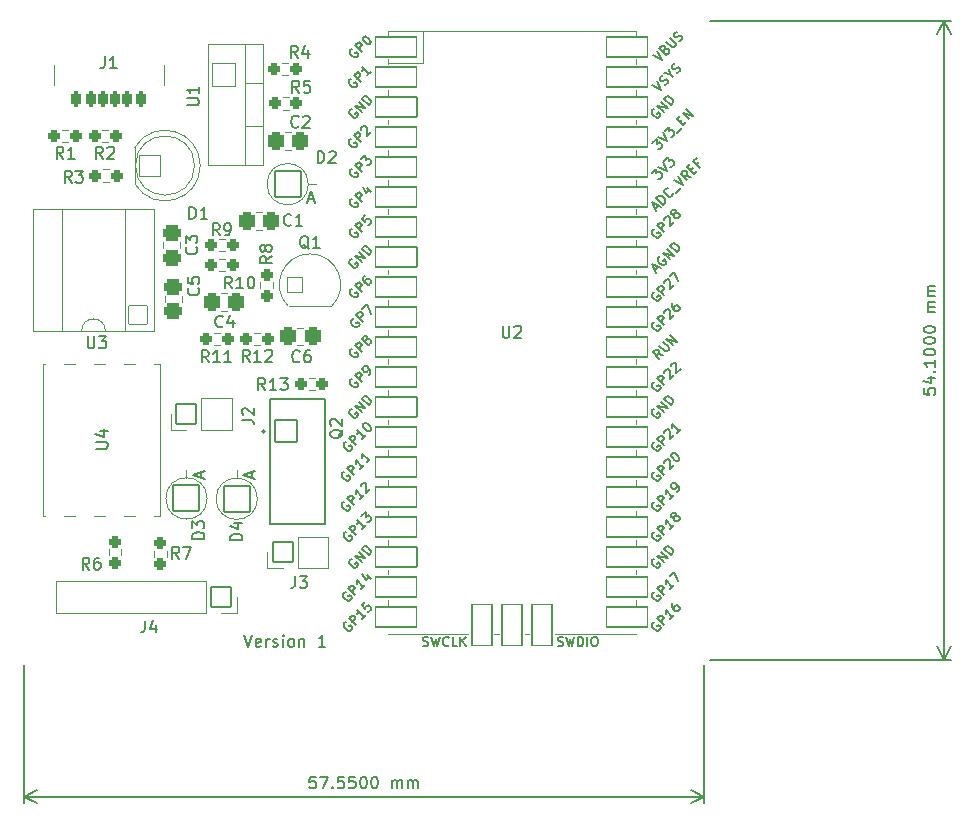
<source format=gto>
%TF.GenerationSoftware,KiCad,Pcbnew,7.0.9*%
%TF.CreationDate,2024-02-03T19:56:04+01:00*%
%TF.ProjectId,BPN,42504e2e-6b69-4636-9164-5f7063625858,29.01.2024*%
%TF.SameCoordinates,Original*%
%TF.FileFunction,Legend,Top*%
%TF.FilePolarity,Positive*%
%FSLAX46Y46*%
G04 Gerber Fmt 4.6, Leading zero omitted, Abs format (unit mm)*
G04 Created by KiCad (PCBNEW 7.0.9) date 2024-02-03 19:56:04*
%MOMM*%
%LPD*%
G01*
G04 APERTURE LIST*
G04 Aperture macros list*
%AMRoundRect*
0 Rectangle with rounded corners*
0 $1 Rounding radius*
0 $2 $3 $4 $5 $6 $7 $8 $9 X,Y pos of 4 corners*
0 Add a 4 corners polygon primitive as box body*
4,1,4,$2,$3,$4,$5,$6,$7,$8,$9,$2,$3,0*
0 Add four circle primitives for the rounded corners*
1,1,$1+$1,$2,$3*
1,1,$1+$1,$4,$5*
1,1,$1+$1,$6,$7*
1,1,$1+$1,$8,$9*
0 Add four rect primitives between the rounded corners*
20,1,$1+$1,$2,$3,$4,$5,0*
20,1,$1+$1,$4,$5,$6,$7,0*
20,1,$1+$1,$6,$7,$8,$9,0*
20,1,$1+$1,$8,$9,$2,$3,0*%
G04 Aperture macros list end*
%ADD10C,0.150000*%
%ADD11C,0.120000*%
%ADD12C,0.127000*%
%ADD13C,0.200000*%
%ADD14RoundRect,0.287500X0.237500X-0.250000X0.237500X0.250000X-0.237500X0.250000X-0.237500X-0.250000X0*%
%ADD15RoundRect,0.300000X-0.475000X0.337500X-0.475000X-0.337500X0.475000X-0.337500X0.475000X0.337500X0*%
%ADD16RoundRect,0.050000X0.800000X0.800000X-0.800000X0.800000X-0.800000X-0.800000X0.800000X-0.800000X0*%
%ADD17O,1.700000X1.700000*%
%ADD18RoundRect,0.300000X0.337500X0.475000X-0.337500X0.475000X-0.337500X-0.475000X0.337500X-0.475000X0*%
%ADD19RoundRect,0.287500X0.250000X0.237500X-0.250000X0.237500X-0.250000X-0.237500X0.250000X-0.237500X0*%
%ADD20RoundRect,0.050000X1.100000X-1.100000X1.100000X1.100000X-1.100000X1.100000X-1.100000X-1.100000X0*%
%ADD21O,2.300000X2.300000*%
%ADD22RoundRect,0.050000X-1.000000X0.952500X-1.000000X-0.952500X1.000000X-0.952500X1.000000X0.952500X0*%
%ADD23O,2.100000X2.005000*%
%ADD24RoundRect,0.050000X-0.650000X-0.650000X0.650000X-0.650000X0.650000X0.650000X-0.650000X0.650000X0*%
%ADD25C,1.400000*%
%ADD26RoundRect,0.287500X-0.250000X-0.237500X0.250000X-0.237500X0.250000X0.237500X-0.250000X0.237500X0*%
%ADD27RoundRect,0.300000X-0.337500X-0.475000X0.337500X-0.475000X0.337500X0.475000X-0.337500X0.475000X0*%
%ADD28RoundRect,0.050000X-0.900000X-0.900000X0.900000X-0.900000X0.900000X0.900000X-0.900000X0.900000X0*%
%ADD29C,1.900000*%
%ADD30RoundRect,0.050000X0.850000X-0.850000X0.850000X0.850000X-0.850000X0.850000X-0.850000X-0.850000X0*%
%ADD31O,1.800000X1.800000*%
%ADD32RoundRect,0.225000X0.175000X0.425000X-0.175000X0.425000X-0.175000X-0.425000X0.175000X-0.425000X0*%
%ADD33RoundRect,0.240000X-0.190000X-0.410000X0.190000X-0.410000X0.190000X0.410000X-0.190000X0.410000X0*%
%ADD34RoundRect,0.250000X-0.200000X-0.400000X0.200000X-0.400000X0.200000X0.400000X-0.200000X0.400000X0*%
%ADD35RoundRect,0.225000X-0.175000X-0.425000X0.175000X-0.425000X0.175000X0.425000X-0.175000X0.425000X0*%
%ADD36RoundRect,0.240000X0.190000X0.410000X-0.190000X0.410000X-0.190000X-0.410000X0.190000X-0.410000X0*%
%ADD37RoundRect,0.250000X0.200000X0.400000X-0.200000X0.400000X-0.200000X-0.400000X0.200000X-0.400000X0*%
%ADD38O,1.200000X1.800000*%
%ADD39RoundRect,0.300000X0.475000X-0.337500X0.475000X0.337500X-0.475000X0.337500X-0.475000X-0.337500X0*%
%ADD40RoundRect,0.050000X-0.850000X0.850000X-0.850000X-0.850000X0.850000X-0.850000X0.850000X0.850000X0*%
%ADD41C,1.600000*%
%ADD42RoundRect,0.102000X-0.925000X0.925000X-0.925000X-0.925000X0.925000X-0.925000X0.925000X0.925000X0*%
%ADD43C,2.054000*%
%ADD44O,1.900000X1.900000*%
%ADD45O,1.600000X1.600000*%
%ADD46RoundRect,0.050000X-1.750000X-0.850000X1.750000X-0.850000X1.750000X0.850000X-1.750000X0.850000X0*%
%ADD47RoundRect,0.050000X-0.850000X-0.850000X0.850000X-0.850000X0.850000X0.850000X-0.850000X0.850000X0*%
%ADD48RoundRect,0.050000X0.850000X-1.750000X0.850000X1.750000X-0.850000X1.750000X-0.850000X-1.750000X0*%
%ADD49RoundRect,0.050000X-1.100000X-1.100000X1.100000X-1.100000X1.100000X1.100000X-1.100000X1.100000X0*%
G04 APERTURE END LIST*
D10*
X158493922Y-97969819D02*
X158827255Y-98969819D01*
X158827255Y-98969819D02*
X159160588Y-97969819D01*
X159874874Y-98922200D02*
X159779636Y-98969819D01*
X159779636Y-98969819D02*
X159589160Y-98969819D01*
X159589160Y-98969819D02*
X159493922Y-98922200D01*
X159493922Y-98922200D02*
X159446303Y-98826961D01*
X159446303Y-98826961D02*
X159446303Y-98446009D01*
X159446303Y-98446009D02*
X159493922Y-98350771D01*
X159493922Y-98350771D02*
X159589160Y-98303152D01*
X159589160Y-98303152D02*
X159779636Y-98303152D01*
X159779636Y-98303152D02*
X159874874Y-98350771D01*
X159874874Y-98350771D02*
X159922493Y-98446009D01*
X159922493Y-98446009D02*
X159922493Y-98541247D01*
X159922493Y-98541247D02*
X159446303Y-98636485D01*
X160351065Y-98969819D02*
X160351065Y-98303152D01*
X160351065Y-98493628D02*
X160398684Y-98398390D01*
X160398684Y-98398390D02*
X160446303Y-98350771D01*
X160446303Y-98350771D02*
X160541541Y-98303152D01*
X160541541Y-98303152D02*
X160636779Y-98303152D01*
X160922494Y-98922200D02*
X161017732Y-98969819D01*
X161017732Y-98969819D02*
X161208208Y-98969819D01*
X161208208Y-98969819D02*
X161303446Y-98922200D01*
X161303446Y-98922200D02*
X161351065Y-98826961D01*
X161351065Y-98826961D02*
X161351065Y-98779342D01*
X161351065Y-98779342D02*
X161303446Y-98684104D01*
X161303446Y-98684104D02*
X161208208Y-98636485D01*
X161208208Y-98636485D02*
X161065351Y-98636485D01*
X161065351Y-98636485D02*
X160970113Y-98588866D01*
X160970113Y-98588866D02*
X160922494Y-98493628D01*
X160922494Y-98493628D02*
X160922494Y-98446009D01*
X160922494Y-98446009D02*
X160970113Y-98350771D01*
X160970113Y-98350771D02*
X161065351Y-98303152D01*
X161065351Y-98303152D02*
X161208208Y-98303152D01*
X161208208Y-98303152D02*
X161303446Y-98350771D01*
X161779637Y-98969819D02*
X161779637Y-98303152D01*
X161779637Y-97969819D02*
X161732018Y-98017438D01*
X161732018Y-98017438D02*
X161779637Y-98065057D01*
X161779637Y-98065057D02*
X161827256Y-98017438D01*
X161827256Y-98017438D02*
X161779637Y-97969819D01*
X161779637Y-97969819D02*
X161779637Y-98065057D01*
X162398684Y-98969819D02*
X162303446Y-98922200D01*
X162303446Y-98922200D02*
X162255827Y-98874580D01*
X162255827Y-98874580D02*
X162208208Y-98779342D01*
X162208208Y-98779342D02*
X162208208Y-98493628D01*
X162208208Y-98493628D02*
X162255827Y-98398390D01*
X162255827Y-98398390D02*
X162303446Y-98350771D01*
X162303446Y-98350771D02*
X162398684Y-98303152D01*
X162398684Y-98303152D02*
X162541541Y-98303152D01*
X162541541Y-98303152D02*
X162636779Y-98350771D01*
X162636779Y-98350771D02*
X162684398Y-98398390D01*
X162684398Y-98398390D02*
X162732017Y-98493628D01*
X162732017Y-98493628D02*
X162732017Y-98779342D01*
X162732017Y-98779342D02*
X162684398Y-98874580D01*
X162684398Y-98874580D02*
X162636779Y-98922200D01*
X162636779Y-98922200D02*
X162541541Y-98969819D01*
X162541541Y-98969819D02*
X162398684Y-98969819D01*
X163160589Y-98303152D02*
X163160589Y-98969819D01*
X163160589Y-98398390D02*
X163208208Y-98350771D01*
X163208208Y-98350771D02*
X163303446Y-98303152D01*
X163303446Y-98303152D02*
X163446303Y-98303152D01*
X163446303Y-98303152D02*
X163541541Y-98350771D01*
X163541541Y-98350771D02*
X163589160Y-98446009D01*
X163589160Y-98446009D02*
X163589160Y-98969819D01*
X165351065Y-98969819D02*
X164779637Y-98969819D01*
X165065351Y-98969819D02*
X165065351Y-97969819D01*
X165065351Y-97969819D02*
X164970113Y-98112676D01*
X164970113Y-98112676D02*
X164874875Y-98207914D01*
X164874875Y-98207914D02*
X164779637Y-98255533D01*
X164529762Y-109954819D02*
X164053572Y-109954819D01*
X164053572Y-109954819D02*
X164005953Y-110431009D01*
X164005953Y-110431009D02*
X164053572Y-110383390D01*
X164053572Y-110383390D02*
X164148810Y-110335771D01*
X164148810Y-110335771D02*
X164386905Y-110335771D01*
X164386905Y-110335771D02*
X164482143Y-110383390D01*
X164482143Y-110383390D02*
X164529762Y-110431009D01*
X164529762Y-110431009D02*
X164577381Y-110526247D01*
X164577381Y-110526247D02*
X164577381Y-110764342D01*
X164577381Y-110764342D02*
X164529762Y-110859580D01*
X164529762Y-110859580D02*
X164482143Y-110907200D01*
X164482143Y-110907200D02*
X164386905Y-110954819D01*
X164386905Y-110954819D02*
X164148810Y-110954819D01*
X164148810Y-110954819D02*
X164053572Y-110907200D01*
X164053572Y-110907200D02*
X164005953Y-110859580D01*
X164910715Y-109954819D02*
X165577381Y-109954819D01*
X165577381Y-109954819D02*
X165148810Y-110954819D01*
X165958334Y-110859580D02*
X166005953Y-110907200D01*
X166005953Y-110907200D02*
X165958334Y-110954819D01*
X165958334Y-110954819D02*
X165910715Y-110907200D01*
X165910715Y-110907200D02*
X165958334Y-110859580D01*
X165958334Y-110859580D02*
X165958334Y-110954819D01*
X166910714Y-109954819D02*
X166434524Y-109954819D01*
X166434524Y-109954819D02*
X166386905Y-110431009D01*
X166386905Y-110431009D02*
X166434524Y-110383390D01*
X166434524Y-110383390D02*
X166529762Y-110335771D01*
X166529762Y-110335771D02*
X166767857Y-110335771D01*
X166767857Y-110335771D02*
X166863095Y-110383390D01*
X166863095Y-110383390D02*
X166910714Y-110431009D01*
X166910714Y-110431009D02*
X166958333Y-110526247D01*
X166958333Y-110526247D02*
X166958333Y-110764342D01*
X166958333Y-110764342D02*
X166910714Y-110859580D01*
X166910714Y-110859580D02*
X166863095Y-110907200D01*
X166863095Y-110907200D02*
X166767857Y-110954819D01*
X166767857Y-110954819D02*
X166529762Y-110954819D01*
X166529762Y-110954819D02*
X166434524Y-110907200D01*
X166434524Y-110907200D02*
X166386905Y-110859580D01*
X167863095Y-109954819D02*
X167386905Y-109954819D01*
X167386905Y-109954819D02*
X167339286Y-110431009D01*
X167339286Y-110431009D02*
X167386905Y-110383390D01*
X167386905Y-110383390D02*
X167482143Y-110335771D01*
X167482143Y-110335771D02*
X167720238Y-110335771D01*
X167720238Y-110335771D02*
X167815476Y-110383390D01*
X167815476Y-110383390D02*
X167863095Y-110431009D01*
X167863095Y-110431009D02*
X167910714Y-110526247D01*
X167910714Y-110526247D02*
X167910714Y-110764342D01*
X167910714Y-110764342D02*
X167863095Y-110859580D01*
X167863095Y-110859580D02*
X167815476Y-110907200D01*
X167815476Y-110907200D02*
X167720238Y-110954819D01*
X167720238Y-110954819D02*
X167482143Y-110954819D01*
X167482143Y-110954819D02*
X167386905Y-110907200D01*
X167386905Y-110907200D02*
X167339286Y-110859580D01*
X168529762Y-109954819D02*
X168625000Y-109954819D01*
X168625000Y-109954819D02*
X168720238Y-110002438D01*
X168720238Y-110002438D02*
X168767857Y-110050057D01*
X168767857Y-110050057D02*
X168815476Y-110145295D01*
X168815476Y-110145295D02*
X168863095Y-110335771D01*
X168863095Y-110335771D02*
X168863095Y-110573866D01*
X168863095Y-110573866D02*
X168815476Y-110764342D01*
X168815476Y-110764342D02*
X168767857Y-110859580D01*
X168767857Y-110859580D02*
X168720238Y-110907200D01*
X168720238Y-110907200D02*
X168625000Y-110954819D01*
X168625000Y-110954819D02*
X168529762Y-110954819D01*
X168529762Y-110954819D02*
X168434524Y-110907200D01*
X168434524Y-110907200D02*
X168386905Y-110859580D01*
X168386905Y-110859580D02*
X168339286Y-110764342D01*
X168339286Y-110764342D02*
X168291667Y-110573866D01*
X168291667Y-110573866D02*
X168291667Y-110335771D01*
X168291667Y-110335771D02*
X168339286Y-110145295D01*
X168339286Y-110145295D02*
X168386905Y-110050057D01*
X168386905Y-110050057D02*
X168434524Y-110002438D01*
X168434524Y-110002438D02*
X168529762Y-109954819D01*
X169482143Y-109954819D02*
X169577381Y-109954819D01*
X169577381Y-109954819D02*
X169672619Y-110002438D01*
X169672619Y-110002438D02*
X169720238Y-110050057D01*
X169720238Y-110050057D02*
X169767857Y-110145295D01*
X169767857Y-110145295D02*
X169815476Y-110335771D01*
X169815476Y-110335771D02*
X169815476Y-110573866D01*
X169815476Y-110573866D02*
X169767857Y-110764342D01*
X169767857Y-110764342D02*
X169720238Y-110859580D01*
X169720238Y-110859580D02*
X169672619Y-110907200D01*
X169672619Y-110907200D02*
X169577381Y-110954819D01*
X169577381Y-110954819D02*
X169482143Y-110954819D01*
X169482143Y-110954819D02*
X169386905Y-110907200D01*
X169386905Y-110907200D02*
X169339286Y-110859580D01*
X169339286Y-110859580D02*
X169291667Y-110764342D01*
X169291667Y-110764342D02*
X169244048Y-110573866D01*
X169244048Y-110573866D02*
X169244048Y-110335771D01*
X169244048Y-110335771D02*
X169291667Y-110145295D01*
X169291667Y-110145295D02*
X169339286Y-110050057D01*
X169339286Y-110050057D02*
X169386905Y-110002438D01*
X169386905Y-110002438D02*
X169482143Y-109954819D01*
X171005953Y-110954819D02*
X171005953Y-110288152D01*
X171005953Y-110383390D02*
X171053572Y-110335771D01*
X171053572Y-110335771D02*
X171148810Y-110288152D01*
X171148810Y-110288152D02*
X171291667Y-110288152D01*
X171291667Y-110288152D02*
X171386905Y-110335771D01*
X171386905Y-110335771D02*
X171434524Y-110431009D01*
X171434524Y-110431009D02*
X171434524Y-110954819D01*
X171434524Y-110431009D02*
X171482143Y-110335771D01*
X171482143Y-110335771D02*
X171577381Y-110288152D01*
X171577381Y-110288152D02*
X171720238Y-110288152D01*
X171720238Y-110288152D02*
X171815477Y-110335771D01*
X171815477Y-110335771D02*
X171863096Y-110431009D01*
X171863096Y-110431009D02*
X171863096Y-110954819D01*
X172339286Y-110954819D02*
X172339286Y-110288152D01*
X172339286Y-110383390D02*
X172386905Y-110335771D01*
X172386905Y-110335771D02*
X172482143Y-110288152D01*
X172482143Y-110288152D02*
X172625000Y-110288152D01*
X172625000Y-110288152D02*
X172720238Y-110335771D01*
X172720238Y-110335771D02*
X172767857Y-110431009D01*
X172767857Y-110431009D02*
X172767857Y-110954819D01*
X172767857Y-110431009D02*
X172815476Y-110335771D01*
X172815476Y-110335771D02*
X172910714Y-110288152D01*
X172910714Y-110288152D02*
X173053571Y-110288152D01*
X173053571Y-110288152D02*
X173148810Y-110335771D01*
X173148810Y-110335771D02*
X173196429Y-110431009D01*
X173196429Y-110431009D02*
X173196429Y-110954819D01*
X139850000Y-100550000D02*
X139850000Y-112236420D01*
X197400000Y-100550000D02*
X197400000Y-112236420D01*
X139850000Y-111650000D02*
X197400000Y-111650000D01*
X139850000Y-111650000D02*
X197400000Y-111650000D01*
X139850000Y-111650000D02*
X140976504Y-111063579D01*
X139850000Y-111650000D02*
X140976504Y-112236421D01*
X197400000Y-111650000D02*
X196273496Y-112236421D01*
X197400000Y-111650000D02*
X196273496Y-111063579D01*
X216004819Y-77095237D02*
X216004819Y-77571427D01*
X216004819Y-77571427D02*
X216481009Y-77619046D01*
X216481009Y-77619046D02*
X216433390Y-77571427D01*
X216433390Y-77571427D02*
X216385771Y-77476189D01*
X216385771Y-77476189D02*
X216385771Y-77238094D01*
X216385771Y-77238094D02*
X216433390Y-77142856D01*
X216433390Y-77142856D02*
X216481009Y-77095237D01*
X216481009Y-77095237D02*
X216576247Y-77047618D01*
X216576247Y-77047618D02*
X216814342Y-77047618D01*
X216814342Y-77047618D02*
X216909580Y-77095237D01*
X216909580Y-77095237D02*
X216957200Y-77142856D01*
X216957200Y-77142856D02*
X217004819Y-77238094D01*
X217004819Y-77238094D02*
X217004819Y-77476189D01*
X217004819Y-77476189D02*
X216957200Y-77571427D01*
X216957200Y-77571427D02*
X216909580Y-77619046D01*
X216338152Y-76190475D02*
X217004819Y-76190475D01*
X215957200Y-76428570D02*
X216671485Y-76666665D01*
X216671485Y-76666665D02*
X216671485Y-76047618D01*
X216909580Y-75666665D02*
X216957200Y-75619046D01*
X216957200Y-75619046D02*
X217004819Y-75666665D01*
X217004819Y-75666665D02*
X216957200Y-75714284D01*
X216957200Y-75714284D02*
X216909580Y-75666665D01*
X216909580Y-75666665D02*
X217004819Y-75666665D01*
X217004819Y-74666666D02*
X217004819Y-75238094D01*
X217004819Y-74952380D02*
X216004819Y-74952380D01*
X216004819Y-74952380D02*
X216147676Y-75047618D01*
X216147676Y-75047618D02*
X216242914Y-75142856D01*
X216242914Y-75142856D02*
X216290533Y-75238094D01*
X216004819Y-74047618D02*
X216004819Y-73952380D01*
X216004819Y-73952380D02*
X216052438Y-73857142D01*
X216052438Y-73857142D02*
X216100057Y-73809523D01*
X216100057Y-73809523D02*
X216195295Y-73761904D01*
X216195295Y-73761904D02*
X216385771Y-73714285D01*
X216385771Y-73714285D02*
X216623866Y-73714285D01*
X216623866Y-73714285D02*
X216814342Y-73761904D01*
X216814342Y-73761904D02*
X216909580Y-73809523D01*
X216909580Y-73809523D02*
X216957200Y-73857142D01*
X216957200Y-73857142D02*
X217004819Y-73952380D01*
X217004819Y-73952380D02*
X217004819Y-74047618D01*
X217004819Y-74047618D02*
X216957200Y-74142856D01*
X216957200Y-74142856D02*
X216909580Y-74190475D01*
X216909580Y-74190475D02*
X216814342Y-74238094D01*
X216814342Y-74238094D02*
X216623866Y-74285713D01*
X216623866Y-74285713D02*
X216385771Y-74285713D01*
X216385771Y-74285713D02*
X216195295Y-74238094D01*
X216195295Y-74238094D02*
X216100057Y-74190475D01*
X216100057Y-74190475D02*
X216052438Y-74142856D01*
X216052438Y-74142856D02*
X216004819Y-74047618D01*
X216004819Y-73095237D02*
X216004819Y-72999999D01*
X216004819Y-72999999D02*
X216052438Y-72904761D01*
X216052438Y-72904761D02*
X216100057Y-72857142D01*
X216100057Y-72857142D02*
X216195295Y-72809523D01*
X216195295Y-72809523D02*
X216385771Y-72761904D01*
X216385771Y-72761904D02*
X216623866Y-72761904D01*
X216623866Y-72761904D02*
X216814342Y-72809523D01*
X216814342Y-72809523D02*
X216909580Y-72857142D01*
X216909580Y-72857142D02*
X216957200Y-72904761D01*
X216957200Y-72904761D02*
X217004819Y-72999999D01*
X217004819Y-72999999D02*
X217004819Y-73095237D01*
X217004819Y-73095237D02*
X216957200Y-73190475D01*
X216957200Y-73190475D02*
X216909580Y-73238094D01*
X216909580Y-73238094D02*
X216814342Y-73285713D01*
X216814342Y-73285713D02*
X216623866Y-73333332D01*
X216623866Y-73333332D02*
X216385771Y-73333332D01*
X216385771Y-73333332D02*
X216195295Y-73285713D01*
X216195295Y-73285713D02*
X216100057Y-73238094D01*
X216100057Y-73238094D02*
X216052438Y-73190475D01*
X216052438Y-73190475D02*
X216004819Y-73095237D01*
X216004819Y-72142856D02*
X216004819Y-72047618D01*
X216004819Y-72047618D02*
X216052438Y-71952380D01*
X216052438Y-71952380D02*
X216100057Y-71904761D01*
X216100057Y-71904761D02*
X216195295Y-71857142D01*
X216195295Y-71857142D02*
X216385771Y-71809523D01*
X216385771Y-71809523D02*
X216623866Y-71809523D01*
X216623866Y-71809523D02*
X216814342Y-71857142D01*
X216814342Y-71857142D02*
X216909580Y-71904761D01*
X216909580Y-71904761D02*
X216957200Y-71952380D01*
X216957200Y-71952380D02*
X217004819Y-72047618D01*
X217004819Y-72047618D02*
X217004819Y-72142856D01*
X217004819Y-72142856D02*
X216957200Y-72238094D01*
X216957200Y-72238094D02*
X216909580Y-72285713D01*
X216909580Y-72285713D02*
X216814342Y-72333332D01*
X216814342Y-72333332D02*
X216623866Y-72380951D01*
X216623866Y-72380951D02*
X216385771Y-72380951D01*
X216385771Y-72380951D02*
X216195295Y-72333332D01*
X216195295Y-72333332D02*
X216100057Y-72285713D01*
X216100057Y-72285713D02*
X216052438Y-72238094D01*
X216052438Y-72238094D02*
X216004819Y-72142856D01*
X217004819Y-70619046D02*
X216338152Y-70619046D01*
X216433390Y-70619046D02*
X216385771Y-70571427D01*
X216385771Y-70571427D02*
X216338152Y-70476189D01*
X216338152Y-70476189D02*
X216338152Y-70333332D01*
X216338152Y-70333332D02*
X216385771Y-70238094D01*
X216385771Y-70238094D02*
X216481009Y-70190475D01*
X216481009Y-70190475D02*
X217004819Y-70190475D01*
X216481009Y-70190475D02*
X216385771Y-70142856D01*
X216385771Y-70142856D02*
X216338152Y-70047618D01*
X216338152Y-70047618D02*
X216338152Y-69904761D01*
X216338152Y-69904761D02*
X216385771Y-69809522D01*
X216385771Y-69809522D02*
X216481009Y-69761903D01*
X216481009Y-69761903D02*
X217004819Y-69761903D01*
X217004819Y-69285713D02*
X216338152Y-69285713D01*
X216433390Y-69285713D02*
X216385771Y-69238094D01*
X216385771Y-69238094D02*
X216338152Y-69142856D01*
X216338152Y-69142856D02*
X216338152Y-68999999D01*
X216338152Y-68999999D02*
X216385771Y-68904761D01*
X216385771Y-68904761D02*
X216481009Y-68857142D01*
X216481009Y-68857142D02*
X217004819Y-68857142D01*
X216481009Y-68857142D02*
X216385771Y-68809523D01*
X216385771Y-68809523D02*
X216338152Y-68714285D01*
X216338152Y-68714285D02*
X216338152Y-68571428D01*
X216338152Y-68571428D02*
X216385771Y-68476189D01*
X216385771Y-68476189D02*
X216481009Y-68428570D01*
X216481009Y-68428570D02*
X217004819Y-68428570D01*
X197900000Y-100050000D02*
X218286420Y-100050000D01*
X197900000Y-45950000D02*
X218286420Y-45950000D01*
X217700000Y-100050000D02*
X217700000Y-45950000D01*
X217700000Y-100050000D02*
X217700000Y-45950000D01*
X217700000Y-100050000D02*
X217113579Y-98923496D01*
X217700000Y-100050000D02*
X218286421Y-98923496D01*
X217700000Y-45950000D02*
X218286421Y-47076504D01*
X217700000Y-45950000D02*
X217113579Y-47076504D01*
X160839819Y-65891666D02*
X160363628Y-66224999D01*
X160839819Y-66463094D02*
X159839819Y-66463094D01*
X159839819Y-66463094D02*
X159839819Y-66082142D01*
X159839819Y-66082142D02*
X159887438Y-65986904D01*
X159887438Y-65986904D02*
X159935057Y-65939285D01*
X159935057Y-65939285D02*
X160030295Y-65891666D01*
X160030295Y-65891666D02*
X160173152Y-65891666D01*
X160173152Y-65891666D02*
X160268390Y-65939285D01*
X160268390Y-65939285D02*
X160316009Y-65986904D01*
X160316009Y-65986904D02*
X160363628Y-66082142D01*
X160363628Y-66082142D02*
X160363628Y-66463094D01*
X160268390Y-65320237D02*
X160220771Y-65415475D01*
X160220771Y-65415475D02*
X160173152Y-65463094D01*
X160173152Y-65463094D02*
X160077914Y-65510713D01*
X160077914Y-65510713D02*
X160030295Y-65510713D01*
X160030295Y-65510713D02*
X159935057Y-65463094D01*
X159935057Y-65463094D02*
X159887438Y-65415475D01*
X159887438Y-65415475D02*
X159839819Y-65320237D01*
X159839819Y-65320237D02*
X159839819Y-65129761D01*
X159839819Y-65129761D02*
X159887438Y-65034523D01*
X159887438Y-65034523D02*
X159935057Y-64986904D01*
X159935057Y-64986904D02*
X160030295Y-64939285D01*
X160030295Y-64939285D02*
X160077914Y-64939285D01*
X160077914Y-64939285D02*
X160173152Y-64986904D01*
X160173152Y-64986904D02*
X160220771Y-65034523D01*
X160220771Y-65034523D02*
X160268390Y-65129761D01*
X160268390Y-65129761D02*
X160268390Y-65320237D01*
X160268390Y-65320237D02*
X160316009Y-65415475D01*
X160316009Y-65415475D02*
X160363628Y-65463094D01*
X160363628Y-65463094D02*
X160458866Y-65510713D01*
X160458866Y-65510713D02*
X160649342Y-65510713D01*
X160649342Y-65510713D02*
X160744580Y-65463094D01*
X160744580Y-65463094D02*
X160792200Y-65415475D01*
X160792200Y-65415475D02*
X160839819Y-65320237D01*
X160839819Y-65320237D02*
X160839819Y-65129761D01*
X160839819Y-65129761D02*
X160792200Y-65034523D01*
X160792200Y-65034523D02*
X160744580Y-64986904D01*
X160744580Y-64986904D02*
X160649342Y-64939285D01*
X160649342Y-64939285D02*
X160458866Y-64939285D01*
X160458866Y-64939285D02*
X160363628Y-64986904D01*
X160363628Y-64986904D02*
X160316009Y-65034523D01*
X160316009Y-65034523D02*
X160268390Y-65129761D01*
X154424580Y-65116666D02*
X154472200Y-65164285D01*
X154472200Y-65164285D02*
X154519819Y-65307142D01*
X154519819Y-65307142D02*
X154519819Y-65402380D01*
X154519819Y-65402380D02*
X154472200Y-65545237D01*
X154472200Y-65545237D02*
X154376961Y-65640475D01*
X154376961Y-65640475D02*
X154281723Y-65688094D01*
X154281723Y-65688094D02*
X154091247Y-65735713D01*
X154091247Y-65735713D02*
X153948390Y-65735713D01*
X153948390Y-65735713D02*
X153757914Y-65688094D01*
X153757914Y-65688094D02*
X153662676Y-65640475D01*
X153662676Y-65640475D02*
X153567438Y-65545237D01*
X153567438Y-65545237D02*
X153519819Y-65402380D01*
X153519819Y-65402380D02*
X153519819Y-65307142D01*
X153519819Y-65307142D02*
X153567438Y-65164285D01*
X153567438Y-65164285D02*
X153615057Y-65116666D01*
X153519819Y-64783332D02*
X153519819Y-64164285D01*
X153519819Y-64164285D02*
X153900771Y-64497618D01*
X153900771Y-64497618D02*
X153900771Y-64354761D01*
X153900771Y-64354761D02*
X153948390Y-64259523D01*
X153948390Y-64259523D02*
X153996009Y-64211904D01*
X153996009Y-64211904D02*
X154091247Y-64164285D01*
X154091247Y-64164285D02*
X154329342Y-64164285D01*
X154329342Y-64164285D02*
X154424580Y-64211904D01*
X154424580Y-64211904D02*
X154472200Y-64259523D01*
X154472200Y-64259523D02*
X154519819Y-64354761D01*
X154519819Y-64354761D02*
X154519819Y-64640475D01*
X154519819Y-64640475D02*
X154472200Y-64735713D01*
X154472200Y-64735713D02*
X154424580Y-64783332D01*
X145223095Y-72679819D02*
X145223095Y-73489342D01*
X145223095Y-73489342D02*
X145270714Y-73584580D01*
X145270714Y-73584580D02*
X145318333Y-73632200D01*
X145318333Y-73632200D02*
X145413571Y-73679819D01*
X145413571Y-73679819D02*
X145604047Y-73679819D01*
X145604047Y-73679819D02*
X145699285Y-73632200D01*
X145699285Y-73632200D02*
X145746904Y-73584580D01*
X145746904Y-73584580D02*
X145794523Y-73489342D01*
X145794523Y-73489342D02*
X145794523Y-72679819D01*
X146175476Y-72679819D02*
X146794523Y-72679819D01*
X146794523Y-72679819D02*
X146461190Y-73060771D01*
X146461190Y-73060771D02*
X146604047Y-73060771D01*
X146604047Y-73060771D02*
X146699285Y-73108390D01*
X146699285Y-73108390D02*
X146746904Y-73156009D01*
X146746904Y-73156009D02*
X146794523Y-73251247D01*
X146794523Y-73251247D02*
X146794523Y-73489342D01*
X146794523Y-73489342D02*
X146746904Y-73584580D01*
X146746904Y-73584580D02*
X146699285Y-73632200D01*
X146699285Y-73632200D02*
X146604047Y-73679819D01*
X146604047Y-73679819D02*
X146318333Y-73679819D01*
X146318333Y-73679819D02*
X146223095Y-73632200D01*
X146223095Y-73632200D02*
X146175476Y-73584580D01*
X162468333Y-63234580D02*
X162420714Y-63282200D01*
X162420714Y-63282200D02*
X162277857Y-63329819D01*
X162277857Y-63329819D02*
X162182619Y-63329819D01*
X162182619Y-63329819D02*
X162039762Y-63282200D01*
X162039762Y-63282200D02*
X161944524Y-63186961D01*
X161944524Y-63186961D02*
X161896905Y-63091723D01*
X161896905Y-63091723D02*
X161849286Y-62901247D01*
X161849286Y-62901247D02*
X161849286Y-62758390D01*
X161849286Y-62758390D02*
X161896905Y-62567914D01*
X161896905Y-62567914D02*
X161944524Y-62472676D01*
X161944524Y-62472676D02*
X162039762Y-62377438D01*
X162039762Y-62377438D02*
X162182619Y-62329819D01*
X162182619Y-62329819D02*
X162277857Y-62329819D01*
X162277857Y-62329819D02*
X162420714Y-62377438D01*
X162420714Y-62377438D02*
X162468333Y-62425057D01*
X163420714Y-63329819D02*
X162849286Y-63329819D01*
X163135000Y-63329819D02*
X163135000Y-62329819D01*
X163135000Y-62329819D02*
X163039762Y-62472676D01*
X163039762Y-62472676D02*
X162944524Y-62567914D01*
X162944524Y-62567914D02*
X162849286Y-62615533D01*
X157442142Y-68629819D02*
X157108809Y-68153628D01*
X156870714Y-68629819D02*
X156870714Y-67629819D01*
X156870714Y-67629819D02*
X157251666Y-67629819D01*
X157251666Y-67629819D02*
X157346904Y-67677438D01*
X157346904Y-67677438D02*
X157394523Y-67725057D01*
X157394523Y-67725057D02*
X157442142Y-67820295D01*
X157442142Y-67820295D02*
X157442142Y-67963152D01*
X157442142Y-67963152D02*
X157394523Y-68058390D01*
X157394523Y-68058390D02*
X157346904Y-68106009D01*
X157346904Y-68106009D02*
X157251666Y-68153628D01*
X157251666Y-68153628D02*
X156870714Y-68153628D01*
X158394523Y-68629819D02*
X157823095Y-68629819D01*
X158108809Y-68629819D02*
X158108809Y-67629819D01*
X158108809Y-67629819D02*
X158013571Y-67772676D01*
X158013571Y-67772676D02*
X157918333Y-67867914D01*
X157918333Y-67867914D02*
X157823095Y-67915533D01*
X159013571Y-67629819D02*
X159108809Y-67629819D01*
X159108809Y-67629819D02*
X159204047Y-67677438D01*
X159204047Y-67677438D02*
X159251666Y-67725057D01*
X159251666Y-67725057D02*
X159299285Y-67820295D01*
X159299285Y-67820295D02*
X159346904Y-68010771D01*
X159346904Y-68010771D02*
X159346904Y-68248866D01*
X159346904Y-68248866D02*
X159299285Y-68439342D01*
X159299285Y-68439342D02*
X159251666Y-68534580D01*
X159251666Y-68534580D02*
X159204047Y-68582200D01*
X159204047Y-68582200D02*
X159108809Y-68629819D01*
X159108809Y-68629819D02*
X159013571Y-68629819D01*
X159013571Y-68629819D02*
X158918333Y-68582200D01*
X158918333Y-68582200D02*
X158870714Y-68534580D01*
X158870714Y-68534580D02*
X158823095Y-68439342D01*
X158823095Y-68439342D02*
X158775476Y-68248866D01*
X158775476Y-68248866D02*
X158775476Y-68010771D01*
X158775476Y-68010771D02*
X158823095Y-67820295D01*
X158823095Y-67820295D02*
X158870714Y-67725057D01*
X158870714Y-67725057D02*
X158918333Y-67677438D01*
X158918333Y-67677438D02*
X159013571Y-67629819D01*
X155104819Y-89838094D02*
X154104819Y-89838094D01*
X154104819Y-89838094D02*
X154104819Y-89599999D01*
X154104819Y-89599999D02*
X154152438Y-89457142D01*
X154152438Y-89457142D02*
X154247676Y-89361904D01*
X154247676Y-89361904D02*
X154342914Y-89314285D01*
X154342914Y-89314285D02*
X154533390Y-89266666D01*
X154533390Y-89266666D02*
X154676247Y-89266666D01*
X154676247Y-89266666D02*
X154866723Y-89314285D01*
X154866723Y-89314285D02*
X154961961Y-89361904D01*
X154961961Y-89361904D02*
X155057200Y-89457142D01*
X155057200Y-89457142D02*
X155104819Y-89599999D01*
X155104819Y-89599999D02*
X155104819Y-89838094D01*
X154104819Y-88933332D02*
X154104819Y-88314285D01*
X154104819Y-88314285D02*
X154485771Y-88647618D01*
X154485771Y-88647618D02*
X154485771Y-88504761D01*
X154485771Y-88504761D02*
X154533390Y-88409523D01*
X154533390Y-88409523D02*
X154581009Y-88361904D01*
X154581009Y-88361904D02*
X154676247Y-88314285D01*
X154676247Y-88314285D02*
X154914342Y-88314285D01*
X154914342Y-88314285D02*
X155009580Y-88361904D01*
X155009580Y-88361904D02*
X155057200Y-88409523D01*
X155057200Y-88409523D02*
X155104819Y-88504761D01*
X155104819Y-88504761D02*
X155104819Y-88790475D01*
X155104819Y-88790475D02*
X155057200Y-88885713D01*
X155057200Y-88885713D02*
X155009580Y-88933332D01*
X154869104Y-84640277D02*
X154869104Y-84164087D01*
X155154819Y-84735515D02*
X154154819Y-84402182D01*
X154154819Y-84402182D02*
X155154819Y-84068849D01*
X153639819Y-53118313D02*
X154449342Y-53118313D01*
X154449342Y-53118313D02*
X154544580Y-53070694D01*
X154544580Y-53070694D02*
X154592200Y-53023075D01*
X154592200Y-53023075D02*
X154639819Y-52927837D01*
X154639819Y-52927837D02*
X154639819Y-52737361D01*
X154639819Y-52737361D02*
X154592200Y-52642123D01*
X154592200Y-52642123D02*
X154544580Y-52594504D01*
X154544580Y-52594504D02*
X154449342Y-52546885D01*
X154449342Y-52546885D02*
X153639819Y-52546885D01*
X154639819Y-51546885D02*
X154639819Y-52118313D01*
X154639819Y-51832599D02*
X153639819Y-51832599D01*
X153639819Y-51832599D02*
X153782676Y-51927837D01*
X153782676Y-51927837D02*
X153877914Y-52023075D01*
X153877914Y-52023075D02*
X153925533Y-52118313D01*
X143178333Y-57641228D02*
X142845000Y-57165037D01*
X142606905Y-57641228D02*
X142606905Y-56641228D01*
X142606905Y-56641228D02*
X142987857Y-56641228D01*
X142987857Y-56641228D02*
X143083095Y-56688847D01*
X143083095Y-56688847D02*
X143130714Y-56736466D01*
X143130714Y-56736466D02*
X143178333Y-56831704D01*
X143178333Y-56831704D02*
X143178333Y-56974561D01*
X143178333Y-56974561D02*
X143130714Y-57069799D01*
X143130714Y-57069799D02*
X143083095Y-57117418D01*
X143083095Y-57117418D02*
X142987857Y-57165037D01*
X142987857Y-57165037D02*
X142606905Y-57165037D01*
X144130714Y-57641228D02*
X143559286Y-57641228D01*
X143845000Y-57641228D02*
X143845000Y-56641228D01*
X143845000Y-56641228D02*
X143749762Y-56784085D01*
X143749762Y-56784085D02*
X143654524Y-56879323D01*
X143654524Y-56879323D02*
X143559286Y-56926942D01*
X163959761Y-65290057D02*
X163864523Y-65242438D01*
X163864523Y-65242438D02*
X163769285Y-65147200D01*
X163769285Y-65147200D02*
X163626428Y-65004342D01*
X163626428Y-65004342D02*
X163531190Y-64956723D01*
X163531190Y-64956723D02*
X163435952Y-64956723D01*
X163483571Y-65194819D02*
X163388333Y-65147200D01*
X163388333Y-65147200D02*
X163293095Y-65051961D01*
X163293095Y-65051961D02*
X163245476Y-64861485D01*
X163245476Y-64861485D02*
X163245476Y-64528152D01*
X163245476Y-64528152D02*
X163293095Y-64337676D01*
X163293095Y-64337676D02*
X163388333Y-64242438D01*
X163388333Y-64242438D02*
X163483571Y-64194819D01*
X163483571Y-64194819D02*
X163674047Y-64194819D01*
X163674047Y-64194819D02*
X163769285Y-64242438D01*
X163769285Y-64242438D02*
X163864523Y-64337676D01*
X163864523Y-64337676D02*
X163912142Y-64528152D01*
X163912142Y-64528152D02*
X163912142Y-64861485D01*
X163912142Y-64861485D02*
X163864523Y-65051961D01*
X163864523Y-65051961D02*
X163769285Y-65147200D01*
X163769285Y-65147200D02*
X163674047Y-65194819D01*
X163674047Y-65194819D02*
X163483571Y-65194819D01*
X164864523Y-65194819D02*
X164293095Y-65194819D01*
X164578809Y-65194819D02*
X164578809Y-64194819D01*
X164578809Y-64194819D02*
X164483571Y-64337676D01*
X164483571Y-64337676D02*
X164388333Y-64432914D01*
X164388333Y-64432914D02*
X164293095Y-64480533D01*
X152983333Y-91504819D02*
X152650000Y-91028628D01*
X152411905Y-91504819D02*
X152411905Y-90504819D01*
X152411905Y-90504819D02*
X152792857Y-90504819D01*
X152792857Y-90504819D02*
X152888095Y-90552438D01*
X152888095Y-90552438D02*
X152935714Y-90600057D01*
X152935714Y-90600057D02*
X152983333Y-90695295D01*
X152983333Y-90695295D02*
X152983333Y-90838152D01*
X152983333Y-90838152D02*
X152935714Y-90933390D01*
X152935714Y-90933390D02*
X152888095Y-90981009D01*
X152888095Y-90981009D02*
X152792857Y-91028628D01*
X152792857Y-91028628D02*
X152411905Y-91028628D01*
X153316667Y-90504819D02*
X153983333Y-90504819D01*
X153983333Y-90504819D02*
X153554762Y-91504819D01*
X163033333Y-49081228D02*
X162700000Y-48605037D01*
X162461905Y-49081228D02*
X162461905Y-48081228D01*
X162461905Y-48081228D02*
X162842857Y-48081228D01*
X162842857Y-48081228D02*
X162938095Y-48128847D01*
X162938095Y-48128847D02*
X162985714Y-48176466D01*
X162985714Y-48176466D02*
X163033333Y-48271704D01*
X163033333Y-48271704D02*
X163033333Y-48414561D01*
X163033333Y-48414561D02*
X162985714Y-48509799D01*
X162985714Y-48509799D02*
X162938095Y-48557418D01*
X162938095Y-48557418D02*
X162842857Y-48605037D01*
X162842857Y-48605037D02*
X162461905Y-48605037D01*
X163890476Y-48414561D02*
X163890476Y-49081228D01*
X163652381Y-48033609D02*
X163414286Y-48747894D01*
X163414286Y-48747894D02*
X164033333Y-48747894D01*
X146525833Y-57641228D02*
X146192500Y-57165037D01*
X145954405Y-57641228D02*
X145954405Y-56641228D01*
X145954405Y-56641228D02*
X146335357Y-56641228D01*
X146335357Y-56641228D02*
X146430595Y-56688847D01*
X146430595Y-56688847D02*
X146478214Y-56736466D01*
X146478214Y-56736466D02*
X146525833Y-56831704D01*
X146525833Y-56831704D02*
X146525833Y-56974561D01*
X146525833Y-56974561D02*
X146478214Y-57069799D01*
X146478214Y-57069799D02*
X146430595Y-57117418D01*
X146430595Y-57117418D02*
X146335357Y-57165037D01*
X146335357Y-57165037D02*
X145954405Y-57165037D01*
X146906786Y-56736466D02*
X146954405Y-56688847D01*
X146954405Y-56688847D02*
X147049643Y-56641228D01*
X147049643Y-56641228D02*
X147287738Y-56641228D01*
X147287738Y-56641228D02*
X147382976Y-56688847D01*
X147382976Y-56688847D02*
X147430595Y-56736466D01*
X147430595Y-56736466D02*
X147478214Y-56831704D01*
X147478214Y-56831704D02*
X147478214Y-56926942D01*
X147478214Y-56926942D02*
X147430595Y-57069799D01*
X147430595Y-57069799D02*
X146859167Y-57641228D01*
X146859167Y-57641228D02*
X147478214Y-57641228D01*
X163083333Y-54909580D02*
X163035714Y-54957200D01*
X163035714Y-54957200D02*
X162892857Y-55004819D01*
X162892857Y-55004819D02*
X162797619Y-55004819D01*
X162797619Y-55004819D02*
X162654762Y-54957200D01*
X162654762Y-54957200D02*
X162559524Y-54861961D01*
X162559524Y-54861961D02*
X162511905Y-54766723D01*
X162511905Y-54766723D02*
X162464286Y-54576247D01*
X162464286Y-54576247D02*
X162464286Y-54433390D01*
X162464286Y-54433390D02*
X162511905Y-54242914D01*
X162511905Y-54242914D02*
X162559524Y-54147676D01*
X162559524Y-54147676D02*
X162654762Y-54052438D01*
X162654762Y-54052438D02*
X162797619Y-54004819D01*
X162797619Y-54004819D02*
X162892857Y-54004819D01*
X162892857Y-54004819D02*
X163035714Y-54052438D01*
X163035714Y-54052438D02*
X163083333Y-54100057D01*
X163464286Y-54100057D02*
X163511905Y-54052438D01*
X163511905Y-54052438D02*
X163607143Y-54004819D01*
X163607143Y-54004819D02*
X163845238Y-54004819D01*
X163845238Y-54004819D02*
X163940476Y-54052438D01*
X163940476Y-54052438D02*
X163988095Y-54100057D01*
X163988095Y-54100057D02*
X164035714Y-54195295D01*
X164035714Y-54195295D02*
X164035714Y-54290533D01*
X164035714Y-54290533D02*
X163988095Y-54433390D01*
X163988095Y-54433390D02*
X163416667Y-55004819D01*
X163416667Y-55004819D02*
X164035714Y-55004819D01*
X153846905Y-62729819D02*
X153846905Y-61729819D01*
X153846905Y-61729819D02*
X154085000Y-61729819D01*
X154085000Y-61729819D02*
X154227857Y-61777438D01*
X154227857Y-61777438D02*
X154323095Y-61872676D01*
X154323095Y-61872676D02*
X154370714Y-61967914D01*
X154370714Y-61967914D02*
X154418333Y-62158390D01*
X154418333Y-62158390D02*
X154418333Y-62301247D01*
X154418333Y-62301247D02*
X154370714Y-62491723D01*
X154370714Y-62491723D02*
X154323095Y-62586961D01*
X154323095Y-62586961D02*
X154227857Y-62682200D01*
X154227857Y-62682200D02*
X154085000Y-62729819D01*
X154085000Y-62729819D02*
X153846905Y-62729819D01*
X155370714Y-62729819D02*
X154799286Y-62729819D01*
X155085000Y-62729819D02*
X155085000Y-61729819D01*
X155085000Y-61729819D02*
X154989762Y-61872676D01*
X154989762Y-61872676D02*
X154894524Y-61967914D01*
X154894524Y-61967914D02*
X154799286Y-62015533D01*
X158942142Y-74829819D02*
X158608809Y-74353628D01*
X158370714Y-74829819D02*
X158370714Y-73829819D01*
X158370714Y-73829819D02*
X158751666Y-73829819D01*
X158751666Y-73829819D02*
X158846904Y-73877438D01*
X158846904Y-73877438D02*
X158894523Y-73925057D01*
X158894523Y-73925057D02*
X158942142Y-74020295D01*
X158942142Y-74020295D02*
X158942142Y-74163152D01*
X158942142Y-74163152D02*
X158894523Y-74258390D01*
X158894523Y-74258390D02*
X158846904Y-74306009D01*
X158846904Y-74306009D02*
X158751666Y-74353628D01*
X158751666Y-74353628D02*
X158370714Y-74353628D01*
X159894523Y-74829819D02*
X159323095Y-74829819D01*
X159608809Y-74829819D02*
X159608809Y-73829819D01*
X159608809Y-73829819D02*
X159513571Y-73972676D01*
X159513571Y-73972676D02*
X159418333Y-74067914D01*
X159418333Y-74067914D02*
X159323095Y-74115533D01*
X160275476Y-73925057D02*
X160323095Y-73877438D01*
X160323095Y-73877438D02*
X160418333Y-73829819D01*
X160418333Y-73829819D02*
X160656428Y-73829819D01*
X160656428Y-73829819D02*
X160751666Y-73877438D01*
X160751666Y-73877438D02*
X160799285Y-73925057D01*
X160799285Y-73925057D02*
X160846904Y-74020295D01*
X160846904Y-74020295D02*
X160846904Y-74115533D01*
X160846904Y-74115533D02*
X160799285Y-74258390D01*
X160799285Y-74258390D02*
X160227857Y-74829819D01*
X160227857Y-74829819D02*
X160846904Y-74829819D01*
X162801666Y-92979819D02*
X162801666Y-93694104D01*
X162801666Y-93694104D02*
X162754047Y-93836961D01*
X162754047Y-93836961D02*
X162658809Y-93932200D01*
X162658809Y-93932200D02*
X162515952Y-93979819D01*
X162515952Y-93979819D02*
X162420714Y-93979819D01*
X163182619Y-92979819D02*
X163801666Y-92979819D01*
X163801666Y-92979819D02*
X163468333Y-93360771D01*
X163468333Y-93360771D02*
X163611190Y-93360771D01*
X163611190Y-93360771D02*
X163706428Y-93408390D01*
X163706428Y-93408390D02*
X163754047Y-93456009D01*
X163754047Y-93456009D02*
X163801666Y-93551247D01*
X163801666Y-93551247D02*
X163801666Y-93789342D01*
X163801666Y-93789342D02*
X163754047Y-93884580D01*
X163754047Y-93884580D02*
X163706428Y-93932200D01*
X163706428Y-93932200D02*
X163611190Y-93979819D01*
X163611190Y-93979819D02*
X163325476Y-93979819D01*
X163325476Y-93979819D02*
X163230238Y-93932200D01*
X163230238Y-93932200D02*
X163182619Y-93884580D01*
X160254642Y-77229819D02*
X159921309Y-76753628D01*
X159683214Y-77229819D02*
X159683214Y-76229819D01*
X159683214Y-76229819D02*
X160064166Y-76229819D01*
X160064166Y-76229819D02*
X160159404Y-76277438D01*
X160159404Y-76277438D02*
X160207023Y-76325057D01*
X160207023Y-76325057D02*
X160254642Y-76420295D01*
X160254642Y-76420295D02*
X160254642Y-76563152D01*
X160254642Y-76563152D02*
X160207023Y-76658390D01*
X160207023Y-76658390D02*
X160159404Y-76706009D01*
X160159404Y-76706009D02*
X160064166Y-76753628D01*
X160064166Y-76753628D02*
X159683214Y-76753628D01*
X161207023Y-77229819D02*
X160635595Y-77229819D01*
X160921309Y-77229819D02*
X160921309Y-76229819D01*
X160921309Y-76229819D02*
X160826071Y-76372676D01*
X160826071Y-76372676D02*
X160730833Y-76467914D01*
X160730833Y-76467914D02*
X160635595Y-76515533D01*
X161540357Y-76229819D02*
X162159404Y-76229819D01*
X162159404Y-76229819D02*
X161826071Y-76610771D01*
X161826071Y-76610771D02*
X161968928Y-76610771D01*
X161968928Y-76610771D02*
X162064166Y-76658390D01*
X162064166Y-76658390D02*
X162111785Y-76706009D01*
X162111785Y-76706009D02*
X162159404Y-76801247D01*
X162159404Y-76801247D02*
X162159404Y-77039342D01*
X162159404Y-77039342D02*
X162111785Y-77134580D01*
X162111785Y-77134580D02*
X162064166Y-77182200D01*
X162064166Y-77182200D02*
X161968928Y-77229819D01*
X161968928Y-77229819D02*
X161683214Y-77229819D01*
X161683214Y-77229819D02*
X161587976Y-77182200D01*
X161587976Y-77182200D02*
X161540357Y-77134580D01*
X163168333Y-74784580D02*
X163120714Y-74832200D01*
X163120714Y-74832200D02*
X162977857Y-74879819D01*
X162977857Y-74879819D02*
X162882619Y-74879819D01*
X162882619Y-74879819D02*
X162739762Y-74832200D01*
X162739762Y-74832200D02*
X162644524Y-74736961D01*
X162644524Y-74736961D02*
X162596905Y-74641723D01*
X162596905Y-74641723D02*
X162549286Y-74451247D01*
X162549286Y-74451247D02*
X162549286Y-74308390D01*
X162549286Y-74308390D02*
X162596905Y-74117914D01*
X162596905Y-74117914D02*
X162644524Y-74022676D01*
X162644524Y-74022676D02*
X162739762Y-73927438D01*
X162739762Y-73927438D02*
X162882619Y-73879819D01*
X162882619Y-73879819D02*
X162977857Y-73879819D01*
X162977857Y-73879819D02*
X163120714Y-73927438D01*
X163120714Y-73927438D02*
X163168333Y-73975057D01*
X164025476Y-73879819D02*
X163835000Y-73879819D01*
X163835000Y-73879819D02*
X163739762Y-73927438D01*
X163739762Y-73927438D02*
X163692143Y-73975057D01*
X163692143Y-73975057D02*
X163596905Y-74117914D01*
X163596905Y-74117914D02*
X163549286Y-74308390D01*
X163549286Y-74308390D02*
X163549286Y-74689342D01*
X163549286Y-74689342D02*
X163596905Y-74784580D01*
X163596905Y-74784580D02*
X163644524Y-74832200D01*
X163644524Y-74832200D02*
X163739762Y-74879819D01*
X163739762Y-74879819D02*
X163930238Y-74879819D01*
X163930238Y-74879819D02*
X164025476Y-74832200D01*
X164025476Y-74832200D02*
X164073095Y-74784580D01*
X164073095Y-74784580D02*
X164120714Y-74689342D01*
X164120714Y-74689342D02*
X164120714Y-74451247D01*
X164120714Y-74451247D02*
X164073095Y-74356009D01*
X164073095Y-74356009D02*
X164025476Y-74308390D01*
X164025476Y-74308390D02*
X163930238Y-74260771D01*
X163930238Y-74260771D02*
X163739762Y-74260771D01*
X163739762Y-74260771D02*
X163644524Y-74308390D01*
X163644524Y-74308390D02*
X163596905Y-74356009D01*
X163596905Y-74356009D02*
X163549286Y-74451247D01*
X143868333Y-59679819D02*
X143535000Y-59203628D01*
X143296905Y-59679819D02*
X143296905Y-58679819D01*
X143296905Y-58679819D02*
X143677857Y-58679819D01*
X143677857Y-58679819D02*
X143773095Y-58727438D01*
X143773095Y-58727438D02*
X143820714Y-58775057D01*
X143820714Y-58775057D02*
X143868333Y-58870295D01*
X143868333Y-58870295D02*
X143868333Y-59013152D01*
X143868333Y-59013152D02*
X143820714Y-59108390D01*
X143820714Y-59108390D02*
X143773095Y-59156009D01*
X143773095Y-59156009D02*
X143677857Y-59203628D01*
X143677857Y-59203628D02*
X143296905Y-59203628D01*
X144201667Y-58679819D02*
X144820714Y-58679819D01*
X144820714Y-58679819D02*
X144487381Y-59060771D01*
X144487381Y-59060771D02*
X144630238Y-59060771D01*
X144630238Y-59060771D02*
X144725476Y-59108390D01*
X144725476Y-59108390D02*
X144773095Y-59156009D01*
X144773095Y-59156009D02*
X144820714Y-59251247D01*
X144820714Y-59251247D02*
X144820714Y-59489342D01*
X144820714Y-59489342D02*
X144773095Y-59584580D01*
X144773095Y-59584580D02*
X144725476Y-59632200D01*
X144725476Y-59632200D02*
X144630238Y-59679819D01*
X144630238Y-59679819D02*
X144344524Y-59679819D01*
X144344524Y-59679819D02*
X144249286Y-59632200D01*
X144249286Y-59632200D02*
X144201667Y-59584580D01*
X146681666Y-48984819D02*
X146681666Y-49699104D01*
X146681666Y-49699104D02*
X146634047Y-49841961D01*
X146634047Y-49841961D02*
X146538809Y-49937200D01*
X146538809Y-49937200D02*
X146395952Y-49984819D01*
X146395952Y-49984819D02*
X146300714Y-49984819D01*
X147681666Y-49984819D02*
X147110238Y-49984819D01*
X147395952Y-49984819D02*
X147395952Y-48984819D01*
X147395952Y-48984819D02*
X147300714Y-49127676D01*
X147300714Y-49127676D02*
X147205476Y-49222914D01*
X147205476Y-49222914D02*
X147110238Y-49270533D01*
X154594580Y-68591666D02*
X154642200Y-68639285D01*
X154642200Y-68639285D02*
X154689819Y-68782142D01*
X154689819Y-68782142D02*
X154689819Y-68877380D01*
X154689819Y-68877380D02*
X154642200Y-69020237D01*
X154642200Y-69020237D02*
X154546961Y-69115475D01*
X154546961Y-69115475D02*
X154451723Y-69163094D01*
X154451723Y-69163094D02*
X154261247Y-69210713D01*
X154261247Y-69210713D02*
X154118390Y-69210713D01*
X154118390Y-69210713D02*
X153927914Y-69163094D01*
X153927914Y-69163094D02*
X153832676Y-69115475D01*
X153832676Y-69115475D02*
X153737438Y-69020237D01*
X153737438Y-69020237D02*
X153689819Y-68877380D01*
X153689819Y-68877380D02*
X153689819Y-68782142D01*
X153689819Y-68782142D02*
X153737438Y-68639285D01*
X153737438Y-68639285D02*
X153785057Y-68591666D01*
X153689819Y-67686904D02*
X153689819Y-68163094D01*
X153689819Y-68163094D02*
X154166009Y-68210713D01*
X154166009Y-68210713D02*
X154118390Y-68163094D01*
X154118390Y-68163094D02*
X154070771Y-68067856D01*
X154070771Y-68067856D02*
X154070771Y-67829761D01*
X154070771Y-67829761D02*
X154118390Y-67734523D01*
X154118390Y-67734523D02*
X154166009Y-67686904D01*
X154166009Y-67686904D02*
X154261247Y-67639285D01*
X154261247Y-67639285D02*
X154499342Y-67639285D01*
X154499342Y-67639285D02*
X154594580Y-67686904D01*
X154594580Y-67686904D02*
X154642200Y-67734523D01*
X154642200Y-67734523D02*
X154689819Y-67829761D01*
X154689819Y-67829761D02*
X154689819Y-68067856D01*
X154689819Y-68067856D02*
X154642200Y-68163094D01*
X154642200Y-68163094D02*
X154594580Y-68210713D01*
X150086666Y-96754819D02*
X150086666Y-97469104D01*
X150086666Y-97469104D02*
X150039047Y-97611961D01*
X150039047Y-97611961D02*
X149943809Y-97707200D01*
X149943809Y-97707200D02*
X149800952Y-97754819D01*
X149800952Y-97754819D02*
X149705714Y-97754819D01*
X150991428Y-97088152D02*
X150991428Y-97754819D01*
X150753333Y-96707200D02*
X150515238Y-97421485D01*
X150515238Y-97421485D02*
X151134285Y-97421485D01*
X156405833Y-64129819D02*
X156072500Y-63653628D01*
X155834405Y-64129819D02*
X155834405Y-63129819D01*
X155834405Y-63129819D02*
X156215357Y-63129819D01*
X156215357Y-63129819D02*
X156310595Y-63177438D01*
X156310595Y-63177438D02*
X156358214Y-63225057D01*
X156358214Y-63225057D02*
X156405833Y-63320295D01*
X156405833Y-63320295D02*
X156405833Y-63463152D01*
X156405833Y-63463152D02*
X156358214Y-63558390D01*
X156358214Y-63558390D02*
X156310595Y-63606009D01*
X156310595Y-63606009D02*
X156215357Y-63653628D01*
X156215357Y-63653628D02*
X155834405Y-63653628D01*
X156882024Y-64129819D02*
X157072500Y-64129819D01*
X157072500Y-64129819D02*
X157167738Y-64082200D01*
X157167738Y-64082200D02*
X157215357Y-64034580D01*
X157215357Y-64034580D02*
X157310595Y-63891723D01*
X157310595Y-63891723D02*
X157358214Y-63701247D01*
X157358214Y-63701247D02*
X157358214Y-63320295D01*
X157358214Y-63320295D02*
X157310595Y-63225057D01*
X157310595Y-63225057D02*
X157262976Y-63177438D01*
X157262976Y-63177438D02*
X157167738Y-63129819D01*
X157167738Y-63129819D02*
X156977262Y-63129819D01*
X156977262Y-63129819D02*
X156882024Y-63177438D01*
X156882024Y-63177438D02*
X156834405Y-63225057D01*
X156834405Y-63225057D02*
X156786786Y-63320295D01*
X156786786Y-63320295D02*
X156786786Y-63558390D01*
X156786786Y-63558390D02*
X156834405Y-63653628D01*
X156834405Y-63653628D02*
X156882024Y-63701247D01*
X156882024Y-63701247D02*
X156977262Y-63748866D01*
X156977262Y-63748866D02*
X157167738Y-63748866D01*
X157167738Y-63748866D02*
X157262976Y-63701247D01*
X157262976Y-63701247D02*
X157310595Y-63653628D01*
X157310595Y-63653628D02*
X157358214Y-63558390D01*
X145939819Y-82186904D02*
X146749342Y-82186904D01*
X146749342Y-82186904D02*
X146844580Y-82139285D01*
X146844580Y-82139285D02*
X146892200Y-82091666D01*
X146892200Y-82091666D02*
X146939819Y-81996428D01*
X146939819Y-81996428D02*
X146939819Y-81805952D01*
X146939819Y-81805952D02*
X146892200Y-81710714D01*
X146892200Y-81710714D02*
X146844580Y-81663095D01*
X146844580Y-81663095D02*
X146749342Y-81615476D01*
X146749342Y-81615476D02*
X145939819Y-81615476D01*
X146273152Y-80710714D02*
X146939819Y-80710714D01*
X145892200Y-80948809D02*
X146606485Y-81186904D01*
X146606485Y-81186904D02*
X146606485Y-80567857D01*
X166845057Y-80580238D02*
X166797438Y-80675476D01*
X166797438Y-80675476D02*
X166702200Y-80770714D01*
X166702200Y-80770714D02*
X166559342Y-80913571D01*
X166559342Y-80913571D02*
X166511723Y-81008809D01*
X166511723Y-81008809D02*
X166511723Y-81104047D01*
X166749819Y-81056428D02*
X166702200Y-81151666D01*
X166702200Y-81151666D02*
X166606961Y-81246904D01*
X166606961Y-81246904D02*
X166416485Y-81294523D01*
X166416485Y-81294523D02*
X166083152Y-81294523D01*
X166083152Y-81294523D02*
X165892676Y-81246904D01*
X165892676Y-81246904D02*
X165797438Y-81151666D01*
X165797438Y-81151666D02*
X165749819Y-81056428D01*
X165749819Y-81056428D02*
X165749819Y-80865952D01*
X165749819Y-80865952D02*
X165797438Y-80770714D01*
X165797438Y-80770714D02*
X165892676Y-80675476D01*
X165892676Y-80675476D02*
X166083152Y-80627857D01*
X166083152Y-80627857D02*
X166416485Y-80627857D01*
X166416485Y-80627857D02*
X166606961Y-80675476D01*
X166606961Y-80675476D02*
X166702200Y-80770714D01*
X166702200Y-80770714D02*
X166749819Y-80865952D01*
X166749819Y-80865952D02*
X166749819Y-81056428D01*
X165845057Y-80246904D02*
X165797438Y-80199285D01*
X165797438Y-80199285D02*
X165749819Y-80104047D01*
X165749819Y-80104047D02*
X165749819Y-79865952D01*
X165749819Y-79865952D02*
X165797438Y-79770714D01*
X165797438Y-79770714D02*
X165845057Y-79723095D01*
X165845057Y-79723095D02*
X165940295Y-79675476D01*
X165940295Y-79675476D02*
X166035533Y-79675476D01*
X166035533Y-79675476D02*
X166178390Y-79723095D01*
X166178390Y-79723095D02*
X166749819Y-80294523D01*
X166749819Y-80294523D02*
X166749819Y-79675476D01*
X145368333Y-92429819D02*
X145035000Y-91953628D01*
X144796905Y-92429819D02*
X144796905Y-91429819D01*
X144796905Y-91429819D02*
X145177857Y-91429819D01*
X145177857Y-91429819D02*
X145273095Y-91477438D01*
X145273095Y-91477438D02*
X145320714Y-91525057D01*
X145320714Y-91525057D02*
X145368333Y-91620295D01*
X145368333Y-91620295D02*
X145368333Y-91763152D01*
X145368333Y-91763152D02*
X145320714Y-91858390D01*
X145320714Y-91858390D02*
X145273095Y-91906009D01*
X145273095Y-91906009D02*
X145177857Y-91953628D01*
X145177857Y-91953628D02*
X144796905Y-91953628D01*
X146225476Y-91429819D02*
X146035000Y-91429819D01*
X146035000Y-91429819D02*
X145939762Y-91477438D01*
X145939762Y-91477438D02*
X145892143Y-91525057D01*
X145892143Y-91525057D02*
X145796905Y-91667914D01*
X145796905Y-91667914D02*
X145749286Y-91858390D01*
X145749286Y-91858390D02*
X145749286Y-92239342D01*
X145749286Y-92239342D02*
X145796905Y-92334580D01*
X145796905Y-92334580D02*
X145844524Y-92382200D01*
X145844524Y-92382200D02*
X145939762Y-92429819D01*
X145939762Y-92429819D02*
X146130238Y-92429819D01*
X146130238Y-92429819D02*
X146225476Y-92382200D01*
X146225476Y-92382200D02*
X146273095Y-92334580D01*
X146273095Y-92334580D02*
X146320714Y-92239342D01*
X146320714Y-92239342D02*
X146320714Y-92001247D01*
X146320714Y-92001247D02*
X146273095Y-91906009D01*
X146273095Y-91906009D02*
X146225476Y-91858390D01*
X146225476Y-91858390D02*
X146130238Y-91810771D01*
X146130238Y-91810771D02*
X145939762Y-91810771D01*
X145939762Y-91810771D02*
X145844524Y-91858390D01*
X145844524Y-91858390D02*
X145796905Y-91906009D01*
X145796905Y-91906009D02*
X145749286Y-92001247D01*
X163133333Y-52054819D02*
X162800000Y-51578628D01*
X162561905Y-52054819D02*
X162561905Y-51054819D01*
X162561905Y-51054819D02*
X162942857Y-51054819D01*
X162942857Y-51054819D02*
X163038095Y-51102438D01*
X163038095Y-51102438D02*
X163085714Y-51150057D01*
X163085714Y-51150057D02*
X163133333Y-51245295D01*
X163133333Y-51245295D02*
X163133333Y-51388152D01*
X163133333Y-51388152D02*
X163085714Y-51483390D01*
X163085714Y-51483390D02*
X163038095Y-51531009D01*
X163038095Y-51531009D02*
X162942857Y-51578628D01*
X162942857Y-51578628D02*
X162561905Y-51578628D01*
X164038095Y-51054819D02*
X163561905Y-51054819D01*
X163561905Y-51054819D02*
X163514286Y-51531009D01*
X163514286Y-51531009D02*
X163561905Y-51483390D01*
X163561905Y-51483390D02*
X163657143Y-51435771D01*
X163657143Y-51435771D02*
X163895238Y-51435771D01*
X163895238Y-51435771D02*
X163990476Y-51483390D01*
X163990476Y-51483390D02*
X164038095Y-51531009D01*
X164038095Y-51531009D02*
X164085714Y-51626247D01*
X164085714Y-51626247D02*
X164085714Y-51864342D01*
X164085714Y-51864342D02*
X164038095Y-51959580D01*
X164038095Y-51959580D02*
X163990476Y-52007200D01*
X163990476Y-52007200D02*
X163895238Y-52054819D01*
X163895238Y-52054819D02*
X163657143Y-52054819D01*
X163657143Y-52054819D02*
X163561905Y-52007200D01*
X163561905Y-52007200D02*
X163514286Y-51959580D01*
X180363095Y-71799819D02*
X180363095Y-72609342D01*
X180363095Y-72609342D02*
X180410714Y-72704580D01*
X180410714Y-72704580D02*
X180458333Y-72752200D01*
X180458333Y-72752200D02*
X180553571Y-72799819D01*
X180553571Y-72799819D02*
X180744047Y-72799819D01*
X180744047Y-72799819D02*
X180839285Y-72752200D01*
X180839285Y-72752200D02*
X180886904Y-72704580D01*
X180886904Y-72704580D02*
X180934523Y-72609342D01*
X180934523Y-72609342D02*
X180934523Y-71799819D01*
X181363095Y-71895057D02*
X181410714Y-71847438D01*
X181410714Y-71847438D02*
X181505952Y-71799819D01*
X181505952Y-71799819D02*
X181744047Y-71799819D01*
X181744047Y-71799819D02*
X181839285Y-71847438D01*
X181839285Y-71847438D02*
X181886904Y-71895057D01*
X181886904Y-71895057D02*
X181934523Y-71990295D01*
X181934523Y-71990295D02*
X181934523Y-72085533D01*
X181934523Y-72085533D02*
X181886904Y-72228390D01*
X181886904Y-72228390D02*
X181315476Y-72799819D01*
X181315476Y-72799819D02*
X181934523Y-72799819D01*
X167738372Y-71166494D02*
X167657560Y-71193431D01*
X167657560Y-71193431D02*
X167576748Y-71274243D01*
X167576748Y-71274243D02*
X167522873Y-71381993D01*
X167522873Y-71381993D02*
X167522873Y-71489742D01*
X167522873Y-71489742D02*
X167549810Y-71570555D01*
X167549810Y-71570555D02*
X167630623Y-71705242D01*
X167630623Y-71705242D02*
X167711435Y-71786054D01*
X167711435Y-71786054D02*
X167846122Y-71866866D01*
X167846122Y-71866866D02*
X167926934Y-71893803D01*
X167926934Y-71893803D02*
X168034684Y-71893803D01*
X168034684Y-71893803D02*
X168142433Y-71839929D01*
X168142433Y-71839929D02*
X168196308Y-71786054D01*
X168196308Y-71786054D02*
X168250183Y-71678304D01*
X168250183Y-71678304D02*
X168250183Y-71624429D01*
X168250183Y-71624429D02*
X168061621Y-71435868D01*
X168061621Y-71435868D02*
X167953871Y-71543617D01*
X168546494Y-71435868D02*
X167980809Y-70870182D01*
X167980809Y-70870182D02*
X168196308Y-70654683D01*
X168196308Y-70654683D02*
X168277120Y-70627746D01*
X168277120Y-70627746D02*
X168330995Y-70627746D01*
X168330995Y-70627746D02*
X168411807Y-70654683D01*
X168411807Y-70654683D02*
X168492619Y-70735495D01*
X168492619Y-70735495D02*
X168519557Y-70816307D01*
X168519557Y-70816307D02*
X168519557Y-70870182D01*
X168519557Y-70870182D02*
X168492619Y-70950994D01*
X168492619Y-70950994D02*
X168277120Y-71166494D01*
X168492619Y-70358372D02*
X168869743Y-69981248D01*
X168869743Y-69981248D02*
X169192992Y-70789370D01*
X173615475Y-98869200D02*
X173729761Y-98907295D01*
X173729761Y-98907295D02*
X173920237Y-98907295D01*
X173920237Y-98907295D02*
X173996428Y-98869200D01*
X173996428Y-98869200D02*
X174034523Y-98831104D01*
X174034523Y-98831104D02*
X174072618Y-98754914D01*
X174072618Y-98754914D02*
X174072618Y-98678723D01*
X174072618Y-98678723D02*
X174034523Y-98602533D01*
X174034523Y-98602533D02*
X173996428Y-98564438D01*
X173996428Y-98564438D02*
X173920237Y-98526342D01*
X173920237Y-98526342D02*
X173767856Y-98488247D01*
X173767856Y-98488247D02*
X173691666Y-98450152D01*
X173691666Y-98450152D02*
X173653571Y-98412057D01*
X173653571Y-98412057D02*
X173615475Y-98335866D01*
X173615475Y-98335866D02*
X173615475Y-98259676D01*
X173615475Y-98259676D02*
X173653571Y-98183485D01*
X173653571Y-98183485D02*
X173691666Y-98145390D01*
X173691666Y-98145390D02*
X173767856Y-98107295D01*
X173767856Y-98107295D02*
X173958333Y-98107295D01*
X173958333Y-98107295D02*
X174072618Y-98145390D01*
X174339285Y-98107295D02*
X174529761Y-98907295D01*
X174529761Y-98907295D02*
X174682142Y-98335866D01*
X174682142Y-98335866D02*
X174834523Y-98907295D01*
X174834523Y-98907295D02*
X175025000Y-98107295D01*
X175786905Y-98831104D02*
X175748809Y-98869200D01*
X175748809Y-98869200D02*
X175634524Y-98907295D01*
X175634524Y-98907295D02*
X175558333Y-98907295D01*
X175558333Y-98907295D02*
X175444047Y-98869200D01*
X175444047Y-98869200D02*
X175367857Y-98793009D01*
X175367857Y-98793009D02*
X175329762Y-98716819D01*
X175329762Y-98716819D02*
X175291666Y-98564438D01*
X175291666Y-98564438D02*
X175291666Y-98450152D01*
X175291666Y-98450152D02*
X175329762Y-98297771D01*
X175329762Y-98297771D02*
X175367857Y-98221580D01*
X175367857Y-98221580D02*
X175444047Y-98145390D01*
X175444047Y-98145390D02*
X175558333Y-98107295D01*
X175558333Y-98107295D02*
X175634524Y-98107295D01*
X175634524Y-98107295D02*
X175748809Y-98145390D01*
X175748809Y-98145390D02*
X175786905Y-98183485D01*
X176510714Y-98907295D02*
X176129762Y-98907295D01*
X176129762Y-98907295D02*
X176129762Y-98107295D01*
X176777381Y-98907295D02*
X176777381Y-98107295D01*
X177234524Y-98907295D02*
X176891666Y-98450152D01*
X177234524Y-98107295D02*
X176777381Y-98564438D01*
X193222998Y-76545868D02*
X193142185Y-76572805D01*
X193142185Y-76572805D02*
X193061373Y-76653618D01*
X193061373Y-76653618D02*
X193007498Y-76761367D01*
X193007498Y-76761367D02*
X193007498Y-76869117D01*
X193007498Y-76869117D02*
X193034436Y-76949929D01*
X193034436Y-76949929D02*
X193115248Y-77084616D01*
X193115248Y-77084616D02*
X193196060Y-77165428D01*
X193196060Y-77165428D02*
X193330747Y-77246241D01*
X193330747Y-77246241D02*
X193411560Y-77273178D01*
X193411560Y-77273178D02*
X193519309Y-77273178D01*
X193519309Y-77273178D02*
X193627059Y-77219303D01*
X193627059Y-77219303D02*
X193680934Y-77165428D01*
X193680934Y-77165428D02*
X193734808Y-77057679D01*
X193734808Y-77057679D02*
X193734808Y-77003804D01*
X193734808Y-77003804D02*
X193546247Y-76815242D01*
X193546247Y-76815242D02*
X193438497Y-76922992D01*
X194031120Y-76815242D02*
X193465434Y-76249557D01*
X193465434Y-76249557D02*
X193680934Y-76034057D01*
X193680934Y-76034057D02*
X193761746Y-76007120D01*
X193761746Y-76007120D02*
X193815621Y-76007120D01*
X193815621Y-76007120D02*
X193896433Y-76034057D01*
X193896433Y-76034057D02*
X193977245Y-76114870D01*
X193977245Y-76114870D02*
X194004182Y-76195682D01*
X194004182Y-76195682D02*
X194004182Y-76249557D01*
X194004182Y-76249557D02*
X193977245Y-76330369D01*
X193977245Y-76330369D02*
X193761746Y-76545868D01*
X194058057Y-75764683D02*
X194058057Y-75710809D01*
X194058057Y-75710809D02*
X194084995Y-75629996D01*
X194084995Y-75629996D02*
X194219682Y-75495309D01*
X194219682Y-75495309D02*
X194300494Y-75468372D01*
X194300494Y-75468372D02*
X194354369Y-75468372D01*
X194354369Y-75468372D02*
X194435181Y-75495309D01*
X194435181Y-75495309D02*
X194489056Y-75549184D01*
X194489056Y-75549184D02*
X194542930Y-75656934D01*
X194542930Y-75656934D02*
X194542930Y-76303431D01*
X194542930Y-76303431D02*
X194893117Y-75953245D01*
X194596805Y-75225935D02*
X194596805Y-75172060D01*
X194596805Y-75172060D02*
X194623743Y-75091248D01*
X194623743Y-75091248D02*
X194758430Y-74956561D01*
X194758430Y-74956561D02*
X194839242Y-74929624D01*
X194839242Y-74929624D02*
X194893117Y-74929624D01*
X194893117Y-74929624D02*
X194973929Y-74956561D01*
X194973929Y-74956561D02*
X195027804Y-75010436D01*
X195027804Y-75010436D02*
X195081679Y-75118186D01*
X195081679Y-75118186D02*
X195081679Y-75764683D01*
X195081679Y-75764683D02*
X195431865Y-75414497D01*
X193222998Y-96865868D02*
X193142185Y-96892805D01*
X193142185Y-96892805D02*
X193061373Y-96973618D01*
X193061373Y-96973618D02*
X193007498Y-97081367D01*
X193007498Y-97081367D02*
X193007498Y-97189117D01*
X193007498Y-97189117D02*
X193034436Y-97269929D01*
X193034436Y-97269929D02*
X193115248Y-97404616D01*
X193115248Y-97404616D02*
X193196060Y-97485428D01*
X193196060Y-97485428D02*
X193330747Y-97566241D01*
X193330747Y-97566241D02*
X193411560Y-97593178D01*
X193411560Y-97593178D02*
X193519309Y-97593178D01*
X193519309Y-97593178D02*
X193627059Y-97539303D01*
X193627059Y-97539303D02*
X193680934Y-97485428D01*
X193680934Y-97485428D02*
X193734808Y-97377679D01*
X193734808Y-97377679D02*
X193734808Y-97323804D01*
X193734808Y-97323804D02*
X193546247Y-97135242D01*
X193546247Y-97135242D02*
X193438497Y-97242992D01*
X194031120Y-97135242D02*
X193465434Y-96569557D01*
X193465434Y-96569557D02*
X193680934Y-96354057D01*
X193680934Y-96354057D02*
X193761746Y-96327120D01*
X193761746Y-96327120D02*
X193815621Y-96327120D01*
X193815621Y-96327120D02*
X193896433Y-96354057D01*
X193896433Y-96354057D02*
X193977245Y-96434870D01*
X193977245Y-96434870D02*
X194004182Y-96515682D01*
X194004182Y-96515682D02*
X194004182Y-96569557D01*
X194004182Y-96569557D02*
X193977245Y-96650369D01*
X193977245Y-96650369D02*
X193761746Y-96865868D01*
X194893117Y-96273245D02*
X194569868Y-96596494D01*
X194731492Y-96434870D02*
X194165807Y-95869184D01*
X194165807Y-95869184D02*
X194192744Y-96003871D01*
X194192744Y-96003871D02*
X194192744Y-96111621D01*
X194192744Y-96111621D02*
X194165807Y-96192433D01*
X194812305Y-95222686D02*
X194704555Y-95330436D01*
X194704555Y-95330436D02*
X194677618Y-95411248D01*
X194677618Y-95411248D02*
X194677618Y-95465123D01*
X194677618Y-95465123D02*
X194704555Y-95599810D01*
X194704555Y-95599810D02*
X194785367Y-95734497D01*
X194785367Y-95734497D02*
X195000866Y-95949996D01*
X195000866Y-95949996D02*
X195081679Y-95976934D01*
X195081679Y-95976934D02*
X195135553Y-95976934D01*
X195135553Y-95976934D02*
X195216366Y-95949996D01*
X195216366Y-95949996D02*
X195324115Y-95842247D01*
X195324115Y-95842247D02*
X195351053Y-95761434D01*
X195351053Y-95761434D02*
X195351053Y-95707560D01*
X195351053Y-95707560D02*
X195324115Y-95626747D01*
X195324115Y-95626747D02*
X195189428Y-95492060D01*
X195189428Y-95492060D02*
X195108616Y-95465123D01*
X195108616Y-95465123D02*
X195054741Y-95465123D01*
X195054741Y-95465123D02*
X194973929Y-95492060D01*
X194973929Y-95492060D02*
X194866179Y-95599810D01*
X194866179Y-95599810D02*
X194839242Y-95680622D01*
X194839242Y-95680622D02*
X194839242Y-95734497D01*
X194839242Y-95734497D02*
X194866179Y-95815309D01*
X193222998Y-94325868D02*
X193142185Y-94352805D01*
X193142185Y-94352805D02*
X193061373Y-94433618D01*
X193061373Y-94433618D02*
X193007498Y-94541367D01*
X193007498Y-94541367D02*
X193007498Y-94649117D01*
X193007498Y-94649117D02*
X193034436Y-94729929D01*
X193034436Y-94729929D02*
X193115248Y-94864616D01*
X193115248Y-94864616D02*
X193196060Y-94945428D01*
X193196060Y-94945428D02*
X193330747Y-95026241D01*
X193330747Y-95026241D02*
X193411560Y-95053178D01*
X193411560Y-95053178D02*
X193519309Y-95053178D01*
X193519309Y-95053178D02*
X193627059Y-94999303D01*
X193627059Y-94999303D02*
X193680934Y-94945428D01*
X193680934Y-94945428D02*
X193734808Y-94837679D01*
X193734808Y-94837679D02*
X193734808Y-94783804D01*
X193734808Y-94783804D02*
X193546247Y-94595242D01*
X193546247Y-94595242D02*
X193438497Y-94702992D01*
X194031120Y-94595242D02*
X193465434Y-94029557D01*
X193465434Y-94029557D02*
X193680934Y-93814057D01*
X193680934Y-93814057D02*
X193761746Y-93787120D01*
X193761746Y-93787120D02*
X193815621Y-93787120D01*
X193815621Y-93787120D02*
X193896433Y-93814057D01*
X193896433Y-93814057D02*
X193977245Y-93894870D01*
X193977245Y-93894870D02*
X194004182Y-93975682D01*
X194004182Y-93975682D02*
X194004182Y-94029557D01*
X194004182Y-94029557D02*
X193977245Y-94110369D01*
X193977245Y-94110369D02*
X193761746Y-94325868D01*
X194893117Y-93733245D02*
X194569868Y-94056494D01*
X194731492Y-93894870D02*
X194165807Y-93329184D01*
X194165807Y-93329184D02*
X194192744Y-93463871D01*
X194192744Y-93463871D02*
X194192744Y-93571621D01*
X194192744Y-93571621D02*
X194165807Y-93652433D01*
X194515993Y-92978998D02*
X194893117Y-92601874D01*
X194893117Y-92601874D02*
X195216366Y-93409996D01*
X167538372Y-50866494D02*
X167457560Y-50893431D01*
X167457560Y-50893431D02*
X167376748Y-50974243D01*
X167376748Y-50974243D02*
X167322873Y-51081993D01*
X167322873Y-51081993D02*
X167322873Y-51189742D01*
X167322873Y-51189742D02*
X167349810Y-51270555D01*
X167349810Y-51270555D02*
X167430623Y-51405242D01*
X167430623Y-51405242D02*
X167511435Y-51486054D01*
X167511435Y-51486054D02*
X167646122Y-51566866D01*
X167646122Y-51566866D02*
X167726934Y-51593803D01*
X167726934Y-51593803D02*
X167834684Y-51593803D01*
X167834684Y-51593803D02*
X167942433Y-51539929D01*
X167942433Y-51539929D02*
X167996308Y-51486054D01*
X167996308Y-51486054D02*
X168050183Y-51378304D01*
X168050183Y-51378304D02*
X168050183Y-51324429D01*
X168050183Y-51324429D02*
X167861621Y-51135868D01*
X167861621Y-51135868D02*
X167753871Y-51243617D01*
X168346494Y-51135868D02*
X167780809Y-50570182D01*
X167780809Y-50570182D02*
X167996308Y-50354683D01*
X167996308Y-50354683D02*
X168077120Y-50327746D01*
X168077120Y-50327746D02*
X168130995Y-50327746D01*
X168130995Y-50327746D02*
X168211807Y-50354683D01*
X168211807Y-50354683D02*
X168292619Y-50435495D01*
X168292619Y-50435495D02*
X168319557Y-50516307D01*
X168319557Y-50516307D02*
X168319557Y-50570182D01*
X168319557Y-50570182D02*
X168292619Y-50650994D01*
X168292619Y-50650994D02*
X168077120Y-50866494D01*
X169208491Y-50273871D02*
X168885242Y-50597120D01*
X169046867Y-50435495D02*
X168481181Y-49869810D01*
X168481181Y-49869810D02*
X168508119Y-50004497D01*
X168508119Y-50004497D02*
X168508119Y-50112246D01*
X168508119Y-50112246D02*
X168481181Y-50193059D01*
X193222998Y-81635868D02*
X193142185Y-81662805D01*
X193142185Y-81662805D02*
X193061373Y-81743618D01*
X193061373Y-81743618D02*
X193007498Y-81851367D01*
X193007498Y-81851367D02*
X193007498Y-81959117D01*
X193007498Y-81959117D02*
X193034436Y-82039929D01*
X193034436Y-82039929D02*
X193115248Y-82174616D01*
X193115248Y-82174616D02*
X193196060Y-82255428D01*
X193196060Y-82255428D02*
X193330747Y-82336241D01*
X193330747Y-82336241D02*
X193411560Y-82363178D01*
X193411560Y-82363178D02*
X193519309Y-82363178D01*
X193519309Y-82363178D02*
X193627059Y-82309303D01*
X193627059Y-82309303D02*
X193680934Y-82255428D01*
X193680934Y-82255428D02*
X193734808Y-82147679D01*
X193734808Y-82147679D02*
X193734808Y-82093804D01*
X193734808Y-82093804D02*
X193546247Y-81905242D01*
X193546247Y-81905242D02*
X193438497Y-82012992D01*
X194031120Y-81905242D02*
X193465434Y-81339557D01*
X193465434Y-81339557D02*
X193680934Y-81124057D01*
X193680934Y-81124057D02*
X193761746Y-81097120D01*
X193761746Y-81097120D02*
X193815621Y-81097120D01*
X193815621Y-81097120D02*
X193896433Y-81124057D01*
X193896433Y-81124057D02*
X193977245Y-81204870D01*
X193977245Y-81204870D02*
X194004182Y-81285682D01*
X194004182Y-81285682D02*
X194004182Y-81339557D01*
X194004182Y-81339557D02*
X193977245Y-81420369D01*
X193977245Y-81420369D02*
X193761746Y-81635868D01*
X194058057Y-80854683D02*
X194058057Y-80800809D01*
X194058057Y-80800809D02*
X194084995Y-80719996D01*
X194084995Y-80719996D02*
X194219682Y-80585309D01*
X194219682Y-80585309D02*
X194300494Y-80558372D01*
X194300494Y-80558372D02*
X194354369Y-80558372D01*
X194354369Y-80558372D02*
X194435181Y-80585309D01*
X194435181Y-80585309D02*
X194489056Y-80639184D01*
X194489056Y-80639184D02*
X194542930Y-80746934D01*
X194542930Y-80746934D02*
X194542930Y-81393431D01*
X194542930Y-81393431D02*
X194893117Y-81043245D01*
X195431865Y-80504497D02*
X195108616Y-80827746D01*
X195270240Y-80666121D02*
X194704555Y-80100436D01*
X194704555Y-80100436D02*
X194731492Y-80235123D01*
X194731492Y-80235123D02*
X194731492Y-80342873D01*
X194731492Y-80342873D02*
X194704555Y-80423685D01*
X193963651Y-74288710D02*
X193505716Y-74207898D01*
X193640403Y-74611959D02*
X193074717Y-74046274D01*
X193074717Y-74046274D02*
X193290216Y-73830775D01*
X193290216Y-73830775D02*
X193371029Y-73803837D01*
X193371029Y-73803837D02*
X193424903Y-73803837D01*
X193424903Y-73803837D02*
X193505716Y-73830775D01*
X193505716Y-73830775D02*
X193586528Y-73911587D01*
X193586528Y-73911587D02*
X193613465Y-73992399D01*
X193613465Y-73992399D02*
X193613465Y-74046274D01*
X193613465Y-74046274D02*
X193586528Y-74127086D01*
X193586528Y-74127086D02*
X193371029Y-74342585D01*
X193640403Y-73480588D02*
X194098338Y-73938524D01*
X194098338Y-73938524D02*
X194179151Y-73965462D01*
X194179151Y-73965462D02*
X194233025Y-73965462D01*
X194233025Y-73965462D02*
X194313838Y-73938524D01*
X194313838Y-73938524D02*
X194421587Y-73830775D01*
X194421587Y-73830775D02*
X194448525Y-73749962D01*
X194448525Y-73749962D02*
X194448525Y-73696088D01*
X194448525Y-73696088D02*
X194421587Y-73615275D01*
X194421587Y-73615275D02*
X193963651Y-73157340D01*
X194798711Y-73453651D02*
X194233025Y-72887966D01*
X194233025Y-72887966D02*
X195121959Y-73130402D01*
X195121959Y-73130402D02*
X194556274Y-72564717D01*
X193047407Y-56303584D02*
X193397593Y-55953398D01*
X193397593Y-55953398D02*
X193424531Y-56357459D01*
X193424531Y-56357459D02*
X193505343Y-56276646D01*
X193505343Y-56276646D02*
X193586155Y-56249709D01*
X193586155Y-56249709D02*
X193640030Y-56249709D01*
X193640030Y-56249709D02*
X193720842Y-56276646D01*
X193720842Y-56276646D02*
X193855529Y-56411333D01*
X193855529Y-56411333D02*
X193882467Y-56492146D01*
X193882467Y-56492146D02*
X193882467Y-56546020D01*
X193882467Y-56546020D02*
X193855529Y-56626833D01*
X193855529Y-56626833D02*
X193693905Y-56788457D01*
X193693905Y-56788457D02*
X193613093Y-56815394D01*
X193613093Y-56815394D02*
X193559218Y-56815394D01*
X193559218Y-55791773D02*
X194313465Y-56168897D01*
X194313465Y-56168897D02*
X193936342Y-55414649D01*
X194071028Y-55279963D02*
X194421215Y-54929776D01*
X194421215Y-54929776D02*
X194448152Y-55333837D01*
X194448152Y-55333837D02*
X194528964Y-55253025D01*
X194528964Y-55253025D02*
X194609776Y-55226088D01*
X194609776Y-55226088D02*
X194663651Y-55226088D01*
X194663651Y-55226088D02*
X194744464Y-55253025D01*
X194744464Y-55253025D02*
X194879151Y-55387712D01*
X194879151Y-55387712D02*
X194906088Y-55468524D01*
X194906088Y-55468524D02*
X194906088Y-55522399D01*
X194906088Y-55522399D02*
X194879151Y-55603211D01*
X194879151Y-55603211D02*
X194717526Y-55764836D01*
X194717526Y-55764836D02*
X194636714Y-55791773D01*
X194636714Y-55791773D02*
X194582839Y-55791773D01*
X195148525Y-55441587D02*
X195579523Y-55010588D01*
X195364024Y-54525715D02*
X195552586Y-54337153D01*
X195929709Y-54552652D02*
X195660335Y-54822026D01*
X195660335Y-54822026D02*
X195094650Y-54256341D01*
X195094650Y-54256341D02*
X195364024Y-53986967D01*
X196172146Y-54310215D02*
X195606461Y-53744530D01*
X195606461Y-53744530D02*
X196495395Y-53986967D01*
X196495395Y-53986967D02*
X195929710Y-53421281D01*
X167638372Y-63576494D02*
X167557560Y-63603431D01*
X167557560Y-63603431D02*
X167476748Y-63684243D01*
X167476748Y-63684243D02*
X167422873Y-63791993D01*
X167422873Y-63791993D02*
X167422873Y-63899742D01*
X167422873Y-63899742D02*
X167449810Y-63980555D01*
X167449810Y-63980555D02*
X167530623Y-64115242D01*
X167530623Y-64115242D02*
X167611435Y-64196054D01*
X167611435Y-64196054D02*
X167746122Y-64276866D01*
X167746122Y-64276866D02*
X167826934Y-64303803D01*
X167826934Y-64303803D02*
X167934684Y-64303803D01*
X167934684Y-64303803D02*
X168042433Y-64249929D01*
X168042433Y-64249929D02*
X168096308Y-64196054D01*
X168096308Y-64196054D02*
X168150183Y-64088304D01*
X168150183Y-64088304D02*
X168150183Y-64034429D01*
X168150183Y-64034429D02*
X167961621Y-63845868D01*
X167961621Y-63845868D02*
X167853871Y-63953617D01*
X168446494Y-63845868D02*
X167880809Y-63280182D01*
X167880809Y-63280182D02*
X168096308Y-63064683D01*
X168096308Y-63064683D02*
X168177120Y-63037746D01*
X168177120Y-63037746D02*
X168230995Y-63037746D01*
X168230995Y-63037746D02*
X168311807Y-63064683D01*
X168311807Y-63064683D02*
X168392619Y-63145495D01*
X168392619Y-63145495D02*
X168419557Y-63226307D01*
X168419557Y-63226307D02*
X168419557Y-63280182D01*
X168419557Y-63280182D02*
X168392619Y-63360994D01*
X168392619Y-63360994D02*
X168177120Y-63576494D01*
X168715868Y-62445123D02*
X168446494Y-62714497D01*
X168446494Y-62714497D02*
X168688931Y-63010808D01*
X168688931Y-63010808D02*
X168688931Y-62956933D01*
X168688931Y-62956933D02*
X168715868Y-62876121D01*
X168715868Y-62876121D02*
X168850555Y-62741434D01*
X168850555Y-62741434D02*
X168931367Y-62714497D01*
X168931367Y-62714497D02*
X168985242Y-62714497D01*
X168985242Y-62714497D02*
X169066054Y-62741434D01*
X169066054Y-62741434D02*
X169200741Y-62876121D01*
X169200741Y-62876121D02*
X169227679Y-62956933D01*
X169227679Y-62956933D02*
X169227679Y-63010808D01*
X169227679Y-63010808D02*
X169200741Y-63091620D01*
X169200741Y-63091620D02*
X169066054Y-63226307D01*
X169066054Y-63226307D02*
X168985242Y-63253245D01*
X168985242Y-63253245D02*
X168931367Y-63253245D01*
X193280064Y-61879049D02*
X193549438Y-61609675D01*
X193387813Y-62094549D02*
X193010690Y-61340301D01*
X193010690Y-61340301D02*
X193764937Y-61717425D01*
X193953499Y-61528863D02*
X193387813Y-60963178D01*
X193387813Y-60963178D02*
X193522500Y-60828491D01*
X193522500Y-60828491D02*
X193630250Y-60774616D01*
X193630250Y-60774616D02*
X193737999Y-60774616D01*
X193737999Y-60774616D02*
X193818812Y-60801553D01*
X193818812Y-60801553D02*
X193953499Y-60882366D01*
X193953499Y-60882366D02*
X194034311Y-60963178D01*
X194034311Y-60963178D02*
X194115123Y-61097865D01*
X194115123Y-61097865D02*
X194142060Y-61178677D01*
X194142060Y-61178677D02*
X194142060Y-61286427D01*
X194142060Y-61286427D02*
X194088186Y-61394176D01*
X194088186Y-61394176D02*
X193953499Y-61528863D01*
X194788558Y-60586054D02*
X194788558Y-60639929D01*
X194788558Y-60639929D02*
X194734683Y-60747679D01*
X194734683Y-60747679D02*
X194680808Y-60801553D01*
X194680808Y-60801553D02*
X194573059Y-60855428D01*
X194573059Y-60855428D02*
X194465309Y-60855428D01*
X194465309Y-60855428D02*
X194384497Y-60828491D01*
X194384497Y-60828491D02*
X194249810Y-60747679D01*
X194249810Y-60747679D02*
X194168998Y-60666866D01*
X194168998Y-60666866D02*
X194088186Y-60532179D01*
X194088186Y-60532179D02*
X194061248Y-60451367D01*
X194061248Y-60451367D02*
X194061248Y-60343618D01*
X194061248Y-60343618D02*
X194115123Y-60235868D01*
X194115123Y-60235868D02*
X194168998Y-60181993D01*
X194168998Y-60181993D02*
X194276747Y-60128118D01*
X194276747Y-60128118D02*
X194330622Y-60128118D01*
X195004057Y-60586054D02*
X195435056Y-60155056D01*
X194869370Y-59481621D02*
X195623618Y-59858744D01*
X195623618Y-59858744D02*
X195246494Y-59104497D01*
X196323990Y-59158372D02*
X195866054Y-59077560D01*
X196000741Y-59481621D02*
X195435056Y-58915935D01*
X195435056Y-58915935D02*
X195650555Y-58700436D01*
X195650555Y-58700436D02*
X195731367Y-58673499D01*
X195731367Y-58673499D02*
X195785242Y-58673499D01*
X195785242Y-58673499D02*
X195866054Y-58700436D01*
X195866054Y-58700436D02*
X195946866Y-58781248D01*
X195946866Y-58781248D02*
X195973804Y-58862061D01*
X195973804Y-58862061D02*
X195973804Y-58915935D01*
X195973804Y-58915935D02*
X195946866Y-58996748D01*
X195946866Y-58996748D02*
X195731367Y-59212247D01*
X196270115Y-58619624D02*
X196458677Y-58431062D01*
X196835800Y-58646561D02*
X196566426Y-58915935D01*
X196566426Y-58915935D02*
X196000741Y-58350250D01*
X196000741Y-58350250D02*
X196270115Y-58080876D01*
X196970488Y-57919251D02*
X196781926Y-58107813D01*
X197078237Y-58404125D02*
X196512552Y-57838439D01*
X196512552Y-57838439D02*
X196781926Y-57569065D01*
X185029761Y-98869200D02*
X185144047Y-98907295D01*
X185144047Y-98907295D02*
X185334523Y-98907295D01*
X185334523Y-98907295D02*
X185410714Y-98869200D01*
X185410714Y-98869200D02*
X185448809Y-98831104D01*
X185448809Y-98831104D02*
X185486904Y-98754914D01*
X185486904Y-98754914D02*
X185486904Y-98678723D01*
X185486904Y-98678723D02*
X185448809Y-98602533D01*
X185448809Y-98602533D02*
X185410714Y-98564438D01*
X185410714Y-98564438D02*
X185334523Y-98526342D01*
X185334523Y-98526342D02*
X185182142Y-98488247D01*
X185182142Y-98488247D02*
X185105952Y-98450152D01*
X185105952Y-98450152D02*
X185067857Y-98412057D01*
X185067857Y-98412057D02*
X185029761Y-98335866D01*
X185029761Y-98335866D02*
X185029761Y-98259676D01*
X185029761Y-98259676D02*
X185067857Y-98183485D01*
X185067857Y-98183485D02*
X185105952Y-98145390D01*
X185105952Y-98145390D02*
X185182142Y-98107295D01*
X185182142Y-98107295D02*
X185372619Y-98107295D01*
X185372619Y-98107295D02*
X185486904Y-98145390D01*
X185753571Y-98107295D02*
X185944047Y-98907295D01*
X185944047Y-98907295D02*
X186096428Y-98335866D01*
X186096428Y-98335866D02*
X186248809Y-98907295D01*
X186248809Y-98907295D02*
X186439286Y-98107295D01*
X186744048Y-98907295D02*
X186744048Y-98107295D01*
X186744048Y-98107295D02*
X186934524Y-98107295D01*
X186934524Y-98107295D02*
X187048810Y-98145390D01*
X187048810Y-98145390D02*
X187125000Y-98221580D01*
X187125000Y-98221580D02*
X187163095Y-98297771D01*
X187163095Y-98297771D02*
X187201191Y-98450152D01*
X187201191Y-98450152D02*
X187201191Y-98564438D01*
X187201191Y-98564438D02*
X187163095Y-98716819D01*
X187163095Y-98716819D02*
X187125000Y-98793009D01*
X187125000Y-98793009D02*
X187048810Y-98869200D01*
X187048810Y-98869200D02*
X186934524Y-98907295D01*
X186934524Y-98907295D02*
X186744048Y-98907295D01*
X187544048Y-98907295D02*
X187544048Y-98107295D01*
X188077381Y-98107295D02*
X188229762Y-98107295D01*
X188229762Y-98107295D02*
X188305952Y-98145390D01*
X188305952Y-98145390D02*
X188382143Y-98221580D01*
X188382143Y-98221580D02*
X188420238Y-98373961D01*
X188420238Y-98373961D02*
X188420238Y-98640628D01*
X188420238Y-98640628D02*
X188382143Y-98793009D01*
X188382143Y-98793009D02*
X188305952Y-98869200D01*
X188305952Y-98869200D02*
X188229762Y-98907295D01*
X188229762Y-98907295D02*
X188077381Y-98907295D01*
X188077381Y-98907295D02*
X188001190Y-98869200D01*
X188001190Y-98869200D02*
X187925000Y-98793009D01*
X187925000Y-98793009D02*
X187886904Y-98640628D01*
X187886904Y-98640628D02*
X187886904Y-98373961D01*
X187886904Y-98373961D02*
X187925000Y-98221580D01*
X187925000Y-98221580D02*
X188001190Y-98145390D01*
X188001190Y-98145390D02*
X188077381Y-98107295D01*
X193211435Y-78843431D02*
X193130623Y-78870368D01*
X193130623Y-78870368D02*
X193049811Y-78951180D01*
X193049811Y-78951180D02*
X192995936Y-79058930D01*
X192995936Y-79058930D02*
X192995936Y-79166680D01*
X192995936Y-79166680D02*
X193022873Y-79247492D01*
X193022873Y-79247492D02*
X193103685Y-79382179D01*
X193103685Y-79382179D02*
X193184498Y-79462991D01*
X193184498Y-79462991D02*
X193319185Y-79543803D01*
X193319185Y-79543803D02*
X193399997Y-79570741D01*
X193399997Y-79570741D02*
X193507746Y-79570741D01*
X193507746Y-79570741D02*
X193615496Y-79516866D01*
X193615496Y-79516866D02*
X193669371Y-79462991D01*
X193669371Y-79462991D02*
X193723246Y-79355241D01*
X193723246Y-79355241D02*
X193723246Y-79301367D01*
X193723246Y-79301367D02*
X193534684Y-79112805D01*
X193534684Y-79112805D02*
X193426934Y-79220554D01*
X194019557Y-79112805D02*
X193453872Y-78547119D01*
X193453872Y-78547119D02*
X194342806Y-78789556D01*
X194342806Y-78789556D02*
X193777120Y-78223871D01*
X194612180Y-78520182D02*
X194046494Y-77954497D01*
X194046494Y-77954497D02*
X194181181Y-77819810D01*
X194181181Y-77819810D02*
X194288931Y-77765935D01*
X194288931Y-77765935D02*
X194396680Y-77765935D01*
X194396680Y-77765935D02*
X194477493Y-77792872D01*
X194477493Y-77792872D02*
X194612180Y-77873685D01*
X194612180Y-77873685D02*
X194692992Y-77954497D01*
X194692992Y-77954497D02*
X194773804Y-78089184D01*
X194773804Y-78089184D02*
X194800741Y-78169996D01*
X194800741Y-78169996D02*
X194800741Y-78277746D01*
X194800741Y-78277746D02*
X194746867Y-78385495D01*
X194746867Y-78385495D02*
X194612180Y-78520182D01*
X167638372Y-76276494D02*
X167557560Y-76303431D01*
X167557560Y-76303431D02*
X167476748Y-76384243D01*
X167476748Y-76384243D02*
X167422873Y-76491993D01*
X167422873Y-76491993D02*
X167422873Y-76599742D01*
X167422873Y-76599742D02*
X167449810Y-76680555D01*
X167449810Y-76680555D02*
X167530623Y-76815242D01*
X167530623Y-76815242D02*
X167611435Y-76896054D01*
X167611435Y-76896054D02*
X167746122Y-76976866D01*
X167746122Y-76976866D02*
X167826934Y-77003803D01*
X167826934Y-77003803D02*
X167934684Y-77003803D01*
X167934684Y-77003803D02*
X168042433Y-76949929D01*
X168042433Y-76949929D02*
X168096308Y-76896054D01*
X168096308Y-76896054D02*
X168150183Y-76788304D01*
X168150183Y-76788304D02*
X168150183Y-76734429D01*
X168150183Y-76734429D02*
X167961621Y-76545868D01*
X167961621Y-76545868D02*
X167853871Y-76653617D01*
X168446494Y-76545868D02*
X167880809Y-75980182D01*
X167880809Y-75980182D02*
X168096308Y-75764683D01*
X168096308Y-75764683D02*
X168177120Y-75737746D01*
X168177120Y-75737746D02*
X168230995Y-75737746D01*
X168230995Y-75737746D02*
X168311807Y-75764683D01*
X168311807Y-75764683D02*
X168392619Y-75845495D01*
X168392619Y-75845495D02*
X168419557Y-75926307D01*
X168419557Y-75926307D02*
X168419557Y-75980182D01*
X168419557Y-75980182D02*
X168392619Y-76060994D01*
X168392619Y-76060994D02*
X168177120Y-76276494D01*
X169039117Y-75953245D02*
X169146867Y-75845495D01*
X169146867Y-75845495D02*
X169173804Y-75764683D01*
X169173804Y-75764683D02*
X169173804Y-75710808D01*
X169173804Y-75710808D02*
X169146867Y-75576121D01*
X169146867Y-75576121D02*
X169066054Y-75441434D01*
X169066054Y-75441434D02*
X168850555Y-75225935D01*
X168850555Y-75225935D02*
X168769743Y-75198998D01*
X168769743Y-75198998D02*
X168715868Y-75198998D01*
X168715868Y-75198998D02*
X168635056Y-75225935D01*
X168635056Y-75225935D02*
X168527306Y-75333685D01*
X168527306Y-75333685D02*
X168500369Y-75414497D01*
X168500369Y-75414497D02*
X168500369Y-75468372D01*
X168500369Y-75468372D02*
X168527306Y-75549184D01*
X168527306Y-75549184D02*
X168661993Y-75683871D01*
X168661993Y-75683871D02*
X168742806Y-75710808D01*
X168742806Y-75710808D02*
X168796680Y-75710808D01*
X168796680Y-75710808D02*
X168877493Y-75683871D01*
X168877493Y-75683871D02*
X168985242Y-75576121D01*
X168985242Y-75576121D02*
X169012180Y-75495309D01*
X169012180Y-75495309D02*
X169012180Y-75441434D01*
X169012180Y-75441434D02*
X168985242Y-75360622D01*
X193222998Y-89245868D02*
X193142185Y-89272805D01*
X193142185Y-89272805D02*
X193061373Y-89353618D01*
X193061373Y-89353618D02*
X193007498Y-89461367D01*
X193007498Y-89461367D02*
X193007498Y-89569117D01*
X193007498Y-89569117D02*
X193034436Y-89649929D01*
X193034436Y-89649929D02*
X193115248Y-89784616D01*
X193115248Y-89784616D02*
X193196060Y-89865428D01*
X193196060Y-89865428D02*
X193330747Y-89946241D01*
X193330747Y-89946241D02*
X193411560Y-89973178D01*
X193411560Y-89973178D02*
X193519309Y-89973178D01*
X193519309Y-89973178D02*
X193627059Y-89919303D01*
X193627059Y-89919303D02*
X193680934Y-89865428D01*
X193680934Y-89865428D02*
X193734808Y-89757679D01*
X193734808Y-89757679D02*
X193734808Y-89703804D01*
X193734808Y-89703804D02*
X193546247Y-89515242D01*
X193546247Y-89515242D02*
X193438497Y-89622992D01*
X194031120Y-89515242D02*
X193465434Y-88949557D01*
X193465434Y-88949557D02*
X193680934Y-88734057D01*
X193680934Y-88734057D02*
X193761746Y-88707120D01*
X193761746Y-88707120D02*
X193815621Y-88707120D01*
X193815621Y-88707120D02*
X193896433Y-88734057D01*
X193896433Y-88734057D02*
X193977245Y-88814870D01*
X193977245Y-88814870D02*
X194004182Y-88895682D01*
X194004182Y-88895682D02*
X194004182Y-88949557D01*
X194004182Y-88949557D02*
X193977245Y-89030369D01*
X193977245Y-89030369D02*
X193761746Y-89245868D01*
X194893117Y-88653245D02*
X194569868Y-88976494D01*
X194731492Y-88814870D02*
X194165807Y-88249184D01*
X194165807Y-88249184D02*
X194192744Y-88383871D01*
X194192744Y-88383871D02*
X194192744Y-88491621D01*
X194192744Y-88491621D02*
X194165807Y-88572433D01*
X194893117Y-88006747D02*
X194812305Y-88033685D01*
X194812305Y-88033685D02*
X194758430Y-88033685D01*
X194758430Y-88033685D02*
X194677618Y-88006747D01*
X194677618Y-88006747D02*
X194650680Y-87979810D01*
X194650680Y-87979810D02*
X194623743Y-87898998D01*
X194623743Y-87898998D02*
X194623743Y-87845123D01*
X194623743Y-87845123D02*
X194650680Y-87764311D01*
X194650680Y-87764311D02*
X194758430Y-87656561D01*
X194758430Y-87656561D02*
X194839242Y-87629624D01*
X194839242Y-87629624D02*
X194893117Y-87629624D01*
X194893117Y-87629624D02*
X194973929Y-87656561D01*
X194973929Y-87656561D02*
X195000866Y-87683499D01*
X195000866Y-87683499D02*
X195027804Y-87764311D01*
X195027804Y-87764311D02*
X195027804Y-87818186D01*
X195027804Y-87818186D02*
X195000866Y-87898998D01*
X195000866Y-87898998D02*
X194893117Y-88006747D01*
X194893117Y-88006747D02*
X194866179Y-88087560D01*
X194866179Y-88087560D02*
X194866179Y-88141434D01*
X194866179Y-88141434D02*
X194893117Y-88222247D01*
X194893117Y-88222247D02*
X195000866Y-88329996D01*
X195000866Y-88329996D02*
X195081679Y-88356934D01*
X195081679Y-88356934D02*
X195135553Y-88356934D01*
X195135553Y-88356934D02*
X195216366Y-88329996D01*
X195216366Y-88329996D02*
X195324115Y-88222247D01*
X195324115Y-88222247D02*
X195351053Y-88141434D01*
X195351053Y-88141434D02*
X195351053Y-88087560D01*
X195351053Y-88087560D02*
X195324115Y-88006747D01*
X195324115Y-88006747D02*
X195216366Y-87898998D01*
X195216366Y-87898998D02*
X195135553Y-87872060D01*
X195135553Y-87872060D02*
X195081679Y-87872060D01*
X195081679Y-87872060D02*
X195000866Y-87898998D01*
X193015123Y-58835868D02*
X193365309Y-58485682D01*
X193365309Y-58485682D02*
X193392247Y-58889743D01*
X193392247Y-58889743D02*
X193473059Y-58808931D01*
X193473059Y-58808931D02*
X193553871Y-58781993D01*
X193553871Y-58781993D02*
X193607746Y-58781993D01*
X193607746Y-58781993D02*
X193688558Y-58808931D01*
X193688558Y-58808931D02*
X193823245Y-58943618D01*
X193823245Y-58943618D02*
X193850182Y-59024430D01*
X193850182Y-59024430D02*
X193850182Y-59078305D01*
X193850182Y-59078305D02*
X193823245Y-59159117D01*
X193823245Y-59159117D02*
X193661621Y-59320741D01*
X193661621Y-59320741D02*
X193580808Y-59347679D01*
X193580808Y-59347679D02*
X193526934Y-59347679D01*
X193526934Y-58324057D02*
X194281181Y-58701181D01*
X194281181Y-58701181D02*
X193904057Y-57946934D01*
X194038744Y-57812247D02*
X194388930Y-57462061D01*
X194388930Y-57462061D02*
X194415868Y-57866122D01*
X194415868Y-57866122D02*
X194496680Y-57785309D01*
X194496680Y-57785309D02*
X194577492Y-57758372D01*
X194577492Y-57758372D02*
X194631367Y-57758372D01*
X194631367Y-57758372D02*
X194712179Y-57785309D01*
X194712179Y-57785309D02*
X194846866Y-57919996D01*
X194846866Y-57919996D02*
X194873804Y-58000809D01*
X194873804Y-58000809D02*
X194873804Y-58054683D01*
X194873804Y-58054683D02*
X194846866Y-58135496D01*
X194846866Y-58135496D02*
X194685242Y-58297120D01*
X194685242Y-58297120D02*
X194604430Y-58324057D01*
X194604430Y-58324057D02*
X194550555Y-58324057D01*
X167638372Y-73736494D02*
X167557560Y-73763431D01*
X167557560Y-73763431D02*
X167476748Y-73844243D01*
X167476748Y-73844243D02*
X167422873Y-73951993D01*
X167422873Y-73951993D02*
X167422873Y-74059742D01*
X167422873Y-74059742D02*
X167449810Y-74140555D01*
X167449810Y-74140555D02*
X167530623Y-74275242D01*
X167530623Y-74275242D02*
X167611435Y-74356054D01*
X167611435Y-74356054D02*
X167746122Y-74436866D01*
X167746122Y-74436866D02*
X167826934Y-74463803D01*
X167826934Y-74463803D02*
X167934684Y-74463803D01*
X167934684Y-74463803D02*
X168042433Y-74409929D01*
X168042433Y-74409929D02*
X168096308Y-74356054D01*
X168096308Y-74356054D02*
X168150183Y-74248304D01*
X168150183Y-74248304D02*
X168150183Y-74194429D01*
X168150183Y-74194429D02*
X167961621Y-74005868D01*
X167961621Y-74005868D02*
X167853871Y-74113617D01*
X168446494Y-74005868D02*
X167880809Y-73440182D01*
X167880809Y-73440182D02*
X168096308Y-73224683D01*
X168096308Y-73224683D02*
X168177120Y-73197746D01*
X168177120Y-73197746D02*
X168230995Y-73197746D01*
X168230995Y-73197746D02*
X168311807Y-73224683D01*
X168311807Y-73224683D02*
X168392619Y-73305495D01*
X168392619Y-73305495D02*
X168419557Y-73386307D01*
X168419557Y-73386307D02*
X168419557Y-73440182D01*
X168419557Y-73440182D02*
X168392619Y-73520994D01*
X168392619Y-73520994D02*
X168177120Y-73736494D01*
X168769743Y-73036121D02*
X168688931Y-73063059D01*
X168688931Y-73063059D02*
X168635056Y-73063059D01*
X168635056Y-73063059D02*
X168554244Y-73036121D01*
X168554244Y-73036121D02*
X168527306Y-73009184D01*
X168527306Y-73009184D02*
X168500369Y-72928372D01*
X168500369Y-72928372D02*
X168500369Y-72874497D01*
X168500369Y-72874497D02*
X168527306Y-72793685D01*
X168527306Y-72793685D02*
X168635056Y-72685935D01*
X168635056Y-72685935D02*
X168715868Y-72658998D01*
X168715868Y-72658998D02*
X168769743Y-72658998D01*
X168769743Y-72658998D02*
X168850555Y-72685935D01*
X168850555Y-72685935D02*
X168877493Y-72712872D01*
X168877493Y-72712872D02*
X168904430Y-72793685D01*
X168904430Y-72793685D02*
X168904430Y-72847559D01*
X168904430Y-72847559D02*
X168877493Y-72928372D01*
X168877493Y-72928372D02*
X168769743Y-73036121D01*
X168769743Y-73036121D02*
X168742806Y-73116933D01*
X168742806Y-73116933D02*
X168742806Y-73170808D01*
X168742806Y-73170808D02*
X168769743Y-73251620D01*
X168769743Y-73251620D02*
X168877493Y-73359370D01*
X168877493Y-73359370D02*
X168958305Y-73386307D01*
X168958305Y-73386307D02*
X169012180Y-73386307D01*
X169012180Y-73386307D02*
X169092992Y-73359370D01*
X169092992Y-73359370D02*
X169200741Y-73251620D01*
X169200741Y-73251620D02*
X169227679Y-73170808D01*
X169227679Y-73170808D02*
X169227679Y-73116933D01*
X169227679Y-73116933D02*
X169200741Y-73036121D01*
X169200741Y-73036121D02*
X169092992Y-72928372D01*
X169092992Y-72928372D02*
X169012180Y-72901434D01*
X169012180Y-72901434D02*
X168958305Y-72901434D01*
X168958305Y-72901434D02*
X168877493Y-72928372D01*
X167611435Y-53443431D02*
X167530623Y-53470368D01*
X167530623Y-53470368D02*
X167449811Y-53551180D01*
X167449811Y-53551180D02*
X167395936Y-53658930D01*
X167395936Y-53658930D02*
X167395936Y-53766680D01*
X167395936Y-53766680D02*
X167422873Y-53847492D01*
X167422873Y-53847492D02*
X167503685Y-53982179D01*
X167503685Y-53982179D02*
X167584498Y-54062991D01*
X167584498Y-54062991D02*
X167719185Y-54143803D01*
X167719185Y-54143803D02*
X167799997Y-54170741D01*
X167799997Y-54170741D02*
X167907746Y-54170741D01*
X167907746Y-54170741D02*
X168015496Y-54116866D01*
X168015496Y-54116866D02*
X168069371Y-54062991D01*
X168069371Y-54062991D02*
X168123246Y-53955241D01*
X168123246Y-53955241D02*
X168123246Y-53901367D01*
X168123246Y-53901367D02*
X167934684Y-53712805D01*
X167934684Y-53712805D02*
X167826934Y-53820554D01*
X168419557Y-53712805D02*
X167853872Y-53147119D01*
X167853872Y-53147119D02*
X168742806Y-53389556D01*
X168742806Y-53389556D02*
X168177120Y-52823871D01*
X169012180Y-53120182D02*
X168446494Y-52554497D01*
X168446494Y-52554497D02*
X168581181Y-52419810D01*
X168581181Y-52419810D02*
X168688931Y-52365935D01*
X168688931Y-52365935D02*
X168796680Y-52365935D01*
X168796680Y-52365935D02*
X168877493Y-52392872D01*
X168877493Y-52392872D02*
X169012180Y-52473685D01*
X169012180Y-52473685D02*
X169092992Y-52554497D01*
X169092992Y-52554497D02*
X169173804Y-52689184D01*
X169173804Y-52689184D02*
X169200741Y-52769996D01*
X169200741Y-52769996D02*
X169200741Y-52877746D01*
X169200741Y-52877746D02*
X169146867Y-52985495D01*
X169146867Y-52985495D02*
X169012180Y-53120182D01*
X193222998Y-68935868D02*
X193142185Y-68962805D01*
X193142185Y-68962805D02*
X193061373Y-69043618D01*
X193061373Y-69043618D02*
X193007498Y-69151367D01*
X193007498Y-69151367D02*
X193007498Y-69259117D01*
X193007498Y-69259117D02*
X193034436Y-69339929D01*
X193034436Y-69339929D02*
X193115248Y-69474616D01*
X193115248Y-69474616D02*
X193196060Y-69555428D01*
X193196060Y-69555428D02*
X193330747Y-69636241D01*
X193330747Y-69636241D02*
X193411560Y-69663178D01*
X193411560Y-69663178D02*
X193519309Y-69663178D01*
X193519309Y-69663178D02*
X193627059Y-69609303D01*
X193627059Y-69609303D02*
X193680934Y-69555428D01*
X193680934Y-69555428D02*
X193734808Y-69447679D01*
X193734808Y-69447679D02*
X193734808Y-69393804D01*
X193734808Y-69393804D02*
X193546247Y-69205242D01*
X193546247Y-69205242D02*
X193438497Y-69312992D01*
X194031120Y-69205242D02*
X193465434Y-68639557D01*
X193465434Y-68639557D02*
X193680934Y-68424057D01*
X193680934Y-68424057D02*
X193761746Y-68397120D01*
X193761746Y-68397120D02*
X193815621Y-68397120D01*
X193815621Y-68397120D02*
X193896433Y-68424057D01*
X193896433Y-68424057D02*
X193977245Y-68504870D01*
X193977245Y-68504870D02*
X194004182Y-68585682D01*
X194004182Y-68585682D02*
X194004182Y-68639557D01*
X194004182Y-68639557D02*
X193977245Y-68720369D01*
X193977245Y-68720369D02*
X193761746Y-68935868D01*
X194058057Y-68154683D02*
X194058057Y-68100809D01*
X194058057Y-68100809D02*
X194084995Y-68019996D01*
X194084995Y-68019996D02*
X194219682Y-67885309D01*
X194219682Y-67885309D02*
X194300494Y-67858372D01*
X194300494Y-67858372D02*
X194354369Y-67858372D01*
X194354369Y-67858372D02*
X194435181Y-67885309D01*
X194435181Y-67885309D02*
X194489056Y-67939184D01*
X194489056Y-67939184D02*
X194542930Y-68046934D01*
X194542930Y-68046934D02*
X194542930Y-68693431D01*
X194542930Y-68693431D02*
X194893117Y-68343245D01*
X194515993Y-67588998D02*
X194893117Y-67211874D01*
X194893117Y-67211874D02*
X195216366Y-68019996D01*
X193222998Y-71465868D02*
X193142185Y-71492805D01*
X193142185Y-71492805D02*
X193061373Y-71573618D01*
X193061373Y-71573618D02*
X193007498Y-71681367D01*
X193007498Y-71681367D02*
X193007498Y-71789117D01*
X193007498Y-71789117D02*
X193034436Y-71869929D01*
X193034436Y-71869929D02*
X193115248Y-72004616D01*
X193115248Y-72004616D02*
X193196060Y-72085428D01*
X193196060Y-72085428D02*
X193330747Y-72166241D01*
X193330747Y-72166241D02*
X193411560Y-72193178D01*
X193411560Y-72193178D02*
X193519309Y-72193178D01*
X193519309Y-72193178D02*
X193627059Y-72139303D01*
X193627059Y-72139303D02*
X193680934Y-72085428D01*
X193680934Y-72085428D02*
X193734808Y-71977679D01*
X193734808Y-71977679D02*
X193734808Y-71923804D01*
X193734808Y-71923804D02*
X193546247Y-71735242D01*
X193546247Y-71735242D02*
X193438497Y-71842992D01*
X194031120Y-71735242D02*
X193465434Y-71169557D01*
X193465434Y-71169557D02*
X193680934Y-70954057D01*
X193680934Y-70954057D02*
X193761746Y-70927120D01*
X193761746Y-70927120D02*
X193815621Y-70927120D01*
X193815621Y-70927120D02*
X193896433Y-70954057D01*
X193896433Y-70954057D02*
X193977245Y-71034870D01*
X193977245Y-71034870D02*
X194004182Y-71115682D01*
X194004182Y-71115682D02*
X194004182Y-71169557D01*
X194004182Y-71169557D02*
X193977245Y-71250369D01*
X193977245Y-71250369D02*
X193761746Y-71465868D01*
X194058057Y-70684683D02*
X194058057Y-70630809D01*
X194058057Y-70630809D02*
X194084995Y-70549996D01*
X194084995Y-70549996D02*
X194219682Y-70415309D01*
X194219682Y-70415309D02*
X194300494Y-70388372D01*
X194300494Y-70388372D02*
X194354369Y-70388372D01*
X194354369Y-70388372D02*
X194435181Y-70415309D01*
X194435181Y-70415309D02*
X194489056Y-70469184D01*
X194489056Y-70469184D02*
X194542930Y-70576934D01*
X194542930Y-70576934D02*
X194542930Y-71223431D01*
X194542930Y-71223431D02*
X194893117Y-70873245D01*
X194812305Y-69822686D02*
X194704555Y-69930436D01*
X194704555Y-69930436D02*
X194677618Y-70011248D01*
X194677618Y-70011248D02*
X194677618Y-70065123D01*
X194677618Y-70065123D02*
X194704555Y-70199810D01*
X194704555Y-70199810D02*
X194785367Y-70334497D01*
X194785367Y-70334497D02*
X195000866Y-70549996D01*
X195000866Y-70549996D02*
X195081679Y-70576934D01*
X195081679Y-70576934D02*
X195135553Y-70576934D01*
X195135553Y-70576934D02*
X195216366Y-70549996D01*
X195216366Y-70549996D02*
X195324115Y-70442247D01*
X195324115Y-70442247D02*
X195351053Y-70361434D01*
X195351053Y-70361434D02*
X195351053Y-70307560D01*
X195351053Y-70307560D02*
X195324115Y-70226747D01*
X195324115Y-70226747D02*
X195189428Y-70092060D01*
X195189428Y-70092060D02*
X195108616Y-70065123D01*
X195108616Y-70065123D02*
X195054741Y-70065123D01*
X195054741Y-70065123D02*
X194973929Y-70092060D01*
X194973929Y-70092060D02*
X194866179Y-70199810D01*
X194866179Y-70199810D02*
X194839242Y-70280622D01*
X194839242Y-70280622D02*
X194839242Y-70334497D01*
X194839242Y-70334497D02*
X194866179Y-70415309D01*
X167638372Y-48336494D02*
X167557560Y-48363431D01*
X167557560Y-48363431D02*
X167476748Y-48444243D01*
X167476748Y-48444243D02*
X167422873Y-48551993D01*
X167422873Y-48551993D02*
X167422873Y-48659742D01*
X167422873Y-48659742D02*
X167449810Y-48740555D01*
X167449810Y-48740555D02*
X167530623Y-48875242D01*
X167530623Y-48875242D02*
X167611435Y-48956054D01*
X167611435Y-48956054D02*
X167746122Y-49036866D01*
X167746122Y-49036866D02*
X167826934Y-49063803D01*
X167826934Y-49063803D02*
X167934684Y-49063803D01*
X167934684Y-49063803D02*
X168042433Y-49009929D01*
X168042433Y-49009929D02*
X168096308Y-48956054D01*
X168096308Y-48956054D02*
X168150183Y-48848304D01*
X168150183Y-48848304D02*
X168150183Y-48794429D01*
X168150183Y-48794429D02*
X167961621Y-48605868D01*
X167961621Y-48605868D02*
X167853871Y-48713617D01*
X168446494Y-48605868D02*
X167880809Y-48040182D01*
X167880809Y-48040182D02*
X168096308Y-47824683D01*
X168096308Y-47824683D02*
X168177120Y-47797746D01*
X168177120Y-47797746D02*
X168230995Y-47797746D01*
X168230995Y-47797746D02*
X168311807Y-47824683D01*
X168311807Y-47824683D02*
X168392619Y-47905495D01*
X168392619Y-47905495D02*
X168419557Y-47986307D01*
X168419557Y-47986307D02*
X168419557Y-48040182D01*
X168419557Y-48040182D02*
X168392619Y-48120994D01*
X168392619Y-48120994D02*
X168177120Y-48336494D01*
X168554244Y-47366747D02*
X168608119Y-47312872D01*
X168608119Y-47312872D02*
X168688931Y-47285935D01*
X168688931Y-47285935D02*
X168742806Y-47285935D01*
X168742806Y-47285935D02*
X168823618Y-47312872D01*
X168823618Y-47312872D02*
X168958305Y-47393685D01*
X168958305Y-47393685D02*
X169092992Y-47528372D01*
X169092992Y-47528372D02*
X169173804Y-47663059D01*
X169173804Y-47663059D02*
X169200741Y-47743871D01*
X169200741Y-47743871D02*
X169200741Y-47797746D01*
X169200741Y-47797746D02*
X169173804Y-47878558D01*
X169173804Y-47878558D02*
X169119929Y-47932433D01*
X169119929Y-47932433D02*
X169039117Y-47959370D01*
X169039117Y-47959370D02*
X168985242Y-47959370D01*
X168985242Y-47959370D02*
X168904430Y-47932433D01*
X168904430Y-47932433D02*
X168769743Y-47851620D01*
X168769743Y-47851620D02*
X168635056Y-47716933D01*
X168635056Y-47716933D02*
X168554244Y-47582246D01*
X168554244Y-47582246D02*
X168527306Y-47501434D01*
X168527306Y-47501434D02*
X168527306Y-47447559D01*
X168527306Y-47447559D02*
X168554244Y-47366747D01*
X167114998Y-96865868D02*
X167034185Y-96892805D01*
X167034185Y-96892805D02*
X166953373Y-96973618D01*
X166953373Y-96973618D02*
X166899498Y-97081367D01*
X166899498Y-97081367D02*
X166899498Y-97189117D01*
X166899498Y-97189117D02*
X166926436Y-97269929D01*
X166926436Y-97269929D02*
X167007248Y-97404616D01*
X167007248Y-97404616D02*
X167088060Y-97485428D01*
X167088060Y-97485428D02*
X167222747Y-97566241D01*
X167222747Y-97566241D02*
X167303560Y-97593178D01*
X167303560Y-97593178D02*
X167411309Y-97593178D01*
X167411309Y-97593178D02*
X167519059Y-97539303D01*
X167519059Y-97539303D02*
X167572934Y-97485428D01*
X167572934Y-97485428D02*
X167626808Y-97377679D01*
X167626808Y-97377679D02*
X167626808Y-97323804D01*
X167626808Y-97323804D02*
X167438247Y-97135242D01*
X167438247Y-97135242D02*
X167330497Y-97242992D01*
X167923120Y-97135242D02*
X167357434Y-96569557D01*
X167357434Y-96569557D02*
X167572934Y-96354057D01*
X167572934Y-96354057D02*
X167653746Y-96327120D01*
X167653746Y-96327120D02*
X167707621Y-96327120D01*
X167707621Y-96327120D02*
X167788433Y-96354057D01*
X167788433Y-96354057D02*
X167869245Y-96434870D01*
X167869245Y-96434870D02*
X167896182Y-96515682D01*
X167896182Y-96515682D02*
X167896182Y-96569557D01*
X167896182Y-96569557D02*
X167869245Y-96650369D01*
X167869245Y-96650369D02*
X167653746Y-96865868D01*
X168785117Y-96273245D02*
X168461868Y-96596494D01*
X168623492Y-96434870D02*
X168057807Y-95869184D01*
X168057807Y-95869184D02*
X168084744Y-96003871D01*
X168084744Y-96003871D02*
X168084744Y-96111621D01*
X168084744Y-96111621D02*
X168057807Y-96192433D01*
X168731242Y-95195749D02*
X168461868Y-95465123D01*
X168461868Y-95465123D02*
X168704305Y-95761434D01*
X168704305Y-95761434D02*
X168704305Y-95707560D01*
X168704305Y-95707560D02*
X168731242Y-95626747D01*
X168731242Y-95626747D02*
X168865929Y-95492060D01*
X168865929Y-95492060D02*
X168946741Y-95465123D01*
X168946741Y-95465123D02*
X169000616Y-95465123D01*
X169000616Y-95465123D02*
X169081428Y-95492060D01*
X169081428Y-95492060D02*
X169216115Y-95626747D01*
X169216115Y-95626747D02*
X169243053Y-95707560D01*
X169243053Y-95707560D02*
X169243053Y-95761434D01*
X169243053Y-95761434D02*
X169216115Y-95842247D01*
X169216115Y-95842247D02*
X169081428Y-95976934D01*
X169081428Y-95976934D02*
X169000616Y-96003871D01*
X169000616Y-96003871D02*
X168946741Y-96003871D01*
X167611435Y-91543431D02*
X167530623Y-91570368D01*
X167530623Y-91570368D02*
X167449811Y-91651180D01*
X167449811Y-91651180D02*
X167395936Y-91758930D01*
X167395936Y-91758930D02*
X167395936Y-91866680D01*
X167395936Y-91866680D02*
X167422873Y-91947492D01*
X167422873Y-91947492D02*
X167503685Y-92082179D01*
X167503685Y-92082179D02*
X167584498Y-92162991D01*
X167584498Y-92162991D02*
X167719185Y-92243803D01*
X167719185Y-92243803D02*
X167799997Y-92270741D01*
X167799997Y-92270741D02*
X167907746Y-92270741D01*
X167907746Y-92270741D02*
X168015496Y-92216866D01*
X168015496Y-92216866D02*
X168069371Y-92162991D01*
X168069371Y-92162991D02*
X168123246Y-92055241D01*
X168123246Y-92055241D02*
X168123246Y-92001367D01*
X168123246Y-92001367D02*
X167934684Y-91812805D01*
X167934684Y-91812805D02*
X167826934Y-91920554D01*
X168419557Y-91812805D02*
X167853872Y-91247119D01*
X167853872Y-91247119D02*
X168742806Y-91489556D01*
X168742806Y-91489556D02*
X168177120Y-90923871D01*
X169012180Y-91220182D02*
X168446494Y-90654497D01*
X168446494Y-90654497D02*
X168581181Y-90519810D01*
X168581181Y-90519810D02*
X168688931Y-90465935D01*
X168688931Y-90465935D02*
X168796680Y-90465935D01*
X168796680Y-90465935D02*
X168877493Y-90492872D01*
X168877493Y-90492872D02*
X169012180Y-90573685D01*
X169012180Y-90573685D02*
X169092992Y-90654497D01*
X169092992Y-90654497D02*
X169173804Y-90789184D01*
X169173804Y-90789184D02*
X169200741Y-90869996D01*
X169200741Y-90869996D02*
X169200741Y-90977746D01*
X169200741Y-90977746D02*
X169146867Y-91085495D01*
X169146867Y-91085495D02*
X169012180Y-91220182D01*
X167611435Y-66143431D02*
X167530623Y-66170368D01*
X167530623Y-66170368D02*
X167449811Y-66251180D01*
X167449811Y-66251180D02*
X167395936Y-66358930D01*
X167395936Y-66358930D02*
X167395936Y-66466680D01*
X167395936Y-66466680D02*
X167422873Y-66547492D01*
X167422873Y-66547492D02*
X167503685Y-66682179D01*
X167503685Y-66682179D02*
X167584498Y-66762991D01*
X167584498Y-66762991D02*
X167719185Y-66843803D01*
X167719185Y-66843803D02*
X167799997Y-66870741D01*
X167799997Y-66870741D02*
X167907746Y-66870741D01*
X167907746Y-66870741D02*
X168015496Y-66816866D01*
X168015496Y-66816866D02*
X168069371Y-66762991D01*
X168069371Y-66762991D02*
X168123246Y-66655241D01*
X168123246Y-66655241D02*
X168123246Y-66601367D01*
X168123246Y-66601367D02*
X167934684Y-66412805D01*
X167934684Y-66412805D02*
X167826934Y-66520554D01*
X168419557Y-66412805D02*
X167853872Y-65847119D01*
X167853872Y-65847119D02*
X168742806Y-66089556D01*
X168742806Y-66089556D02*
X168177120Y-65523871D01*
X169012180Y-65820182D02*
X168446494Y-65254497D01*
X168446494Y-65254497D02*
X168581181Y-65119810D01*
X168581181Y-65119810D02*
X168688931Y-65065935D01*
X168688931Y-65065935D02*
X168796680Y-65065935D01*
X168796680Y-65065935D02*
X168877493Y-65092872D01*
X168877493Y-65092872D02*
X169012180Y-65173685D01*
X169012180Y-65173685D02*
X169092992Y-65254497D01*
X169092992Y-65254497D02*
X169173804Y-65389184D01*
X169173804Y-65389184D02*
X169200741Y-65469996D01*
X169200741Y-65469996D02*
X169200741Y-65577746D01*
X169200741Y-65577746D02*
X169146867Y-65685495D01*
X169146867Y-65685495D02*
X169012180Y-65820182D01*
X166968998Y-86705868D02*
X166888185Y-86732805D01*
X166888185Y-86732805D02*
X166807373Y-86813618D01*
X166807373Y-86813618D02*
X166753498Y-86921367D01*
X166753498Y-86921367D02*
X166753498Y-87029117D01*
X166753498Y-87029117D02*
X166780436Y-87109929D01*
X166780436Y-87109929D02*
X166861248Y-87244616D01*
X166861248Y-87244616D02*
X166942060Y-87325428D01*
X166942060Y-87325428D02*
X167076747Y-87406241D01*
X167076747Y-87406241D02*
X167157560Y-87433178D01*
X167157560Y-87433178D02*
X167265309Y-87433178D01*
X167265309Y-87433178D02*
X167373059Y-87379303D01*
X167373059Y-87379303D02*
X167426934Y-87325428D01*
X167426934Y-87325428D02*
X167480808Y-87217679D01*
X167480808Y-87217679D02*
X167480808Y-87163804D01*
X167480808Y-87163804D02*
X167292247Y-86975242D01*
X167292247Y-86975242D02*
X167184497Y-87082992D01*
X167777120Y-86975242D02*
X167211434Y-86409557D01*
X167211434Y-86409557D02*
X167426934Y-86194057D01*
X167426934Y-86194057D02*
X167507746Y-86167120D01*
X167507746Y-86167120D02*
X167561621Y-86167120D01*
X167561621Y-86167120D02*
X167642433Y-86194057D01*
X167642433Y-86194057D02*
X167723245Y-86274870D01*
X167723245Y-86274870D02*
X167750182Y-86355682D01*
X167750182Y-86355682D02*
X167750182Y-86409557D01*
X167750182Y-86409557D02*
X167723245Y-86490369D01*
X167723245Y-86490369D02*
X167507746Y-86705868D01*
X168639117Y-86113245D02*
X168315868Y-86436494D01*
X168477492Y-86274870D02*
X167911807Y-85709184D01*
X167911807Y-85709184D02*
X167938744Y-85843871D01*
X167938744Y-85843871D02*
X167938744Y-85951621D01*
X167938744Y-85951621D02*
X167911807Y-86032433D01*
X168342805Y-85385935D02*
X168342805Y-85332060D01*
X168342805Y-85332060D02*
X168369743Y-85251248D01*
X168369743Y-85251248D02*
X168504430Y-85116561D01*
X168504430Y-85116561D02*
X168585242Y-85089624D01*
X168585242Y-85089624D02*
X168639117Y-85089624D01*
X168639117Y-85089624D02*
X168719929Y-85116561D01*
X168719929Y-85116561D02*
X168773804Y-85170436D01*
X168773804Y-85170436D02*
X168827679Y-85278186D01*
X168827679Y-85278186D02*
X168827679Y-85924683D01*
X168827679Y-85924683D02*
X169177865Y-85574497D01*
X193078406Y-48872585D02*
X193832653Y-49249709D01*
X193832653Y-49249709D02*
X193455529Y-48495462D01*
X194102027Y-48387712D02*
X194209776Y-48333838D01*
X194209776Y-48333838D02*
X194263651Y-48333838D01*
X194263651Y-48333838D02*
X194344463Y-48360775D01*
X194344463Y-48360775D02*
X194425276Y-48441587D01*
X194425276Y-48441587D02*
X194452213Y-48522399D01*
X194452213Y-48522399D02*
X194452213Y-48576274D01*
X194452213Y-48576274D02*
X194425276Y-48657086D01*
X194425276Y-48657086D02*
X194209776Y-48872586D01*
X194209776Y-48872586D02*
X193644091Y-48306900D01*
X193644091Y-48306900D02*
X193832653Y-48118338D01*
X193832653Y-48118338D02*
X193913465Y-48091401D01*
X193913465Y-48091401D02*
X193967340Y-48091401D01*
X193967340Y-48091401D02*
X194048152Y-48118338D01*
X194048152Y-48118338D02*
X194102027Y-48172213D01*
X194102027Y-48172213D02*
X194128964Y-48253025D01*
X194128964Y-48253025D02*
X194128964Y-48306900D01*
X194128964Y-48306900D02*
X194102027Y-48387712D01*
X194102027Y-48387712D02*
X193913465Y-48576274D01*
X194209776Y-47741215D02*
X194667712Y-48199151D01*
X194667712Y-48199151D02*
X194748524Y-48226088D01*
X194748524Y-48226088D02*
X194802399Y-48226088D01*
X194802399Y-48226088D02*
X194883211Y-48199151D01*
X194883211Y-48199151D02*
X194990961Y-48091401D01*
X194990961Y-48091401D02*
X195017898Y-48010589D01*
X195017898Y-48010589D02*
X195017898Y-47956714D01*
X195017898Y-47956714D02*
X194990961Y-47875902D01*
X194990961Y-47875902D02*
X194533025Y-47417966D01*
X195314210Y-47714277D02*
X195421959Y-47660403D01*
X195421959Y-47660403D02*
X195556646Y-47525716D01*
X195556646Y-47525716D02*
X195583584Y-47444903D01*
X195583584Y-47444903D02*
X195583584Y-47391029D01*
X195583584Y-47391029D02*
X195556646Y-47310216D01*
X195556646Y-47310216D02*
X195502771Y-47256342D01*
X195502771Y-47256342D02*
X195421959Y-47229404D01*
X195421959Y-47229404D02*
X195368084Y-47229404D01*
X195368084Y-47229404D02*
X195287272Y-47256342D01*
X195287272Y-47256342D02*
X195152585Y-47337154D01*
X195152585Y-47337154D02*
X195071773Y-47364091D01*
X195071773Y-47364091D02*
X195017898Y-47364091D01*
X195017898Y-47364091D02*
X194937086Y-47337154D01*
X194937086Y-47337154D02*
X194883211Y-47283279D01*
X194883211Y-47283279D02*
X194856274Y-47202467D01*
X194856274Y-47202467D02*
X194856274Y-47148592D01*
X194856274Y-47148592D02*
X194883211Y-47067780D01*
X194883211Y-47067780D02*
X195017898Y-46933093D01*
X195017898Y-46933093D02*
X195125648Y-46879218D01*
X167114998Y-89245868D02*
X167034185Y-89272805D01*
X167034185Y-89272805D02*
X166953373Y-89353618D01*
X166953373Y-89353618D02*
X166899498Y-89461367D01*
X166899498Y-89461367D02*
X166899498Y-89569117D01*
X166899498Y-89569117D02*
X166926436Y-89649929D01*
X166926436Y-89649929D02*
X167007248Y-89784616D01*
X167007248Y-89784616D02*
X167088060Y-89865428D01*
X167088060Y-89865428D02*
X167222747Y-89946241D01*
X167222747Y-89946241D02*
X167303560Y-89973178D01*
X167303560Y-89973178D02*
X167411309Y-89973178D01*
X167411309Y-89973178D02*
X167519059Y-89919303D01*
X167519059Y-89919303D02*
X167572934Y-89865428D01*
X167572934Y-89865428D02*
X167626808Y-89757679D01*
X167626808Y-89757679D02*
X167626808Y-89703804D01*
X167626808Y-89703804D02*
X167438247Y-89515242D01*
X167438247Y-89515242D02*
X167330497Y-89622992D01*
X167923120Y-89515242D02*
X167357434Y-88949557D01*
X167357434Y-88949557D02*
X167572934Y-88734057D01*
X167572934Y-88734057D02*
X167653746Y-88707120D01*
X167653746Y-88707120D02*
X167707621Y-88707120D01*
X167707621Y-88707120D02*
X167788433Y-88734057D01*
X167788433Y-88734057D02*
X167869245Y-88814870D01*
X167869245Y-88814870D02*
X167896182Y-88895682D01*
X167896182Y-88895682D02*
X167896182Y-88949557D01*
X167896182Y-88949557D02*
X167869245Y-89030369D01*
X167869245Y-89030369D02*
X167653746Y-89245868D01*
X168785117Y-88653245D02*
X168461868Y-88976494D01*
X168623492Y-88814870D02*
X168057807Y-88249184D01*
X168057807Y-88249184D02*
X168084744Y-88383871D01*
X168084744Y-88383871D02*
X168084744Y-88491621D01*
X168084744Y-88491621D02*
X168057807Y-88572433D01*
X168407993Y-87898998D02*
X168758179Y-87548812D01*
X168758179Y-87548812D02*
X168785117Y-87952873D01*
X168785117Y-87952873D02*
X168865929Y-87872060D01*
X168865929Y-87872060D02*
X168946741Y-87845123D01*
X168946741Y-87845123D02*
X169000616Y-87845123D01*
X169000616Y-87845123D02*
X169081428Y-87872060D01*
X169081428Y-87872060D02*
X169216115Y-88006747D01*
X169216115Y-88006747D02*
X169243053Y-88087560D01*
X169243053Y-88087560D02*
X169243053Y-88141434D01*
X169243053Y-88141434D02*
X169216115Y-88222247D01*
X169216115Y-88222247D02*
X169054491Y-88383871D01*
X169054491Y-88383871D02*
X168973679Y-88410808D01*
X168973679Y-88410808D02*
X168919804Y-88410808D01*
X193222998Y-63591868D02*
X193142185Y-63618805D01*
X193142185Y-63618805D02*
X193061373Y-63699618D01*
X193061373Y-63699618D02*
X193007498Y-63807367D01*
X193007498Y-63807367D02*
X193007498Y-63915117D01*
X193007498Y-63915117D02*
X193034436Y-63995929D01*
X193034436Y-63995929D02*
X193115248Y-64130616D01*
X193115248Y-64130616D02*
X193196060Y-64211428D01*
X193196060Y-64211428D02*
X193330747Y-64292241D01*
X193330747Y-64292241D02*
X193411560Y-64319178D01*
X193411560Y-64319178D02*
X193519309Y-64319178D01*
X193519309Y-64319178D02*
X193627059Y-64265303D01*
X193627059Y-64265303D02*
X193680934Y-64211428D01*
X193680934Y-64211428D02*
X193734808Y-64103679D01*
X193734808Y-64103679D02*
X193734808Y-64049804D01*
X193734808Y-64049804D02*
X193546247Y-63861242D01*
X193546247Y-63861242D02*
X193438497Y-63968992D01*
X194031120Y-63861242D02*
X193465434Y-63295557D01*
X193465434Y-63295557D02*
X193680934Y-63080057D01*
X193680934Y-63080057D02*
X193761746Y-63053120D01*
X193761746Y-63053120D02*
X193815621Y-63053120D01*
X193815621Y-63053120D02*
X193896433Y-63080057D01*
X193896433Y-63080057D02*
X193977245Y-63160870D01*
X193977245Y-63160870D02*
X194004182Y-63241682D01*
X194004182Y-63241682D02*
X194004182Y-63295557D01*
X194004182Y-63295557D02*
X193977245Y-63376369D01*
X193977245Y-63376369D02*
X193761746Y-63591868D01*
X194058057Y-62810683D02*
X194058057Y-62756809D01*
X194058057Y-62756809D02*
X194084995Y-62675996D01*
X194084995Y-62675996D02*
X194219682Y-62541309D01*
X194219682Y-62541309D02*
X194300494Y-62514372D01*
X194300494Y-62514372D02*
X194354369Y-62514372D01*
X194354369Y-62514372D02*
X194435181Y-62541309D01*
X194435181Y-62541309D02*
X194489056Y-62595184D01*
X194489056Y-62595184D02*
X194542930Y-62702934D01*
X194542930Y-62702934D02*
X194542930Y-63349431D01*
X194542930Y-63349431D02*
X194893117Y-62999245D01*
X194893117Y-62352747D02*
X194812305Y-62379685D01*
X194812305Y-62379685D02*
X194758430Y-62379685D01*
X194758430Y-62379685D02*
X194677618Y-62352747D01*
X194677618Y-62352747D02*
X194650680Y-62325810D01*
X194650680Y-62325810D02*
X194623743Y-62244998D01*
X194623743Y-62244998D02*
X194623743Y-62191123D01*
X194623743Y-62191123D02*
X194650680Y-62110311D01*
X194650680Y-62110311D02*
X194758430Y-62002561D01*
X194758430Y-62002561D02*
X194839242Y-61975624D01*
X194839242Y-61975624D02*
X194893117Y-61975624D01*
X194893117Y-61975624D02*
X194973929Y-62002561D01*
X194973929Y-62002561D02*
X195000866Y-62029499D01*
X195000866Y-62029499D02*
X195027804Y-62110311D01*
X195027804Y-62110311D02*
X195027804Y-62164186D01*
X195027804Y-62164186D02*
X195000866Y-62244998D01*
X195000866Y-62244998D02*
X194893117Y-62352747D01*
X194893117Y-62352747D02*
X194866179Y-62433560D01*
X194866179Y-62433560D02*
X194866179Y-62487434D01*
X194866179Y-62487434D02*
X194893117Y-62568247D01*
X194893117Y-62568247D02*
X195000866Y-62675996D01*
X195000866Y-62675996D02*
X195081679Y-62702934D01*
X195081679Y-62702934D02*
X195135553Y-62702934D01*
X195135553Y-62702934D02*
X195216366Y-62675996D01*
X195216366Y-62675996D02*
X195324115Y-62568247D01*
X195324115Y-62568247D02*
X195351053Y-62487434D01*
X195351053Y-62487434D02*
X195351053Y-62433560D01*
X195351053Y-62433560D02*
X195324115Y-62352747D01*
X195324115Y-62352747D02*
X195216366Y-62244998D01*
X195216366Y-62244998D02*
X195135553Y-62218060D01*
X195135553Y-62218060D02*
X195081679Y-62218060D01*
X195081679Y-62218060D02*
X195000866Y-62244998D01*
X167638372Y-61036494D02*
X167557560Y-61063431D01*
X167557560Y-61063431D02*
X167476748Y-61144243D01*
X167476748Y-61144243D02*
X167422873Y-61251993D01*
X167422873Y-61251993D02*
X167422873Y-61359742D01*
X167422873Y-61359742D02*
X167449810Y-61440555D01*
X167449810Y-61440555D02*
X167530623Y-61575242D01*
X167530623Y-61575242D02*
X167611435Y-61656054D01*
X167611435Y-61656054D02*
X167746122Y-61736866D01*
X167746122Y-61736866D02*
X167826934Y-61763803D01*
X167826934Y-61763803D02*
X167934684Y-61763803D01*
X167934684Y-61763803D02*
X168042433Y-61709929D01*
X168042433Y-61709929D02*
X168096308Y-61656054D01*
X168096308Y-61656054D02*
X168150183Y-61548304D01*
X168150183Y-61548304D02*
X168150183Y-61494429D01*
X168150183Y-61494429D02*
X167961621Y-61305868D01*
X167961621Y-61305868D02*
X167853871Y-61413617D01*
X168446494Y-61305868D02*
X167880809Y-60740182D01*
X167880809Y-60740182D02*
X168096308Y-60524683D01*
X168096308Y-60524683D02*
X168177120Y-60497746D01*
X168177120Y-60497746D02*
X168230995Y-60497746D01*
X168230995Y-60497746D02*
X168311807Y-60524683D01*
X168311807Y-60524683D02*
X168392619Y-60605495D01*
X168392619Y-60605495D02*
X168419557Y-60686307D01*
X168419557Y-60686307D02*
X168419557Y-60740182D01*
X168419557Y-60740182D02*
X168392619Y-60820994D01*
X168392619Y-60820994D02*
X168177120Y-61036494D01*
X168877493Y-60120622D02*
X169254616Y-60497746D01*
X168527306Y-60039810D02*
X168796680Y-60578558D01*
X168796680Y-60578558D02*
X169146867Y-60228372D01*
X193211435Y-53443431D02*
X193130623Y-53470368D01*
X193130623Y-53470368D02*
X193049811Y-53551180D01*
X193049811Y-53551180D02*
X192995936Y-53658930D01*
X192995936Y-53658930D02*
X192995936Y-53766680D01*
X192995936Y-53766680D02*
X193022873Y-53847492D01*
X193022873Y-53847492D02*
X193103685Y-53982179D01*
X193103685Y-53982179D02*
X193184498Y-54062991D01*
X193184498Y-54062991D02*
X193319185Y-54143803D01*
X193319185Y-54143803D02*
X193399997Y-54170741D01*
X193399997Y-54170741D02*
X193507746Y-54170741D01*
X193507746Y-54170741D02*
X193615496Y-54116866D01*
X193615496Y-54116866D02*
X193669371Y-54062991D01*
X193669371Y-54062991D02*
X193723246Y-53955241D01*
X193723246Y-53955241D02*
X193723246Y-53901367D01*
X193723246Y-53901367D02*
X193534684Y-53712805D01*
X193534684Y-53712805D02*
X193426934Y-53820554D01*
X194019557Y-53712805D02*
X193453872Y-53147119D01*
X193453872Y-53147119D02*
X194342806Y-53389556D01*
X194342806Y-53389556D02*
X193777120Y-52823871D01*
X194612180Y-53120182D02*
X194046494Y-52554497D01*
X194046494Y-52554497D02*
X194181181Y-52419810D01*
X194181181Y-52419810D02*
X194288931Y-52365935D01*
X194288931Y-52365935D02*
X194396680Y-52365935D01*
X194396680Y-52365935D02*
X194477493Y-52392872D01*
X194477493Y-52392872D02*
X194612180Y-52473685D01*
X194612180Y-52473685D02*
X194692992Y-52554497D01*
X194692992Y-52554497D02*
X194773804Y-52689184D01*
X194773804Y-52689184D02*
X194800741Y-52769996D01*
X194800741Y-52769996D02*
X194800741Y-52877746D01*
X194800741Y-52877746D02*
X194746867Y-52985495D01*
X194746867Y-52985495D02*
X194612180Y-53120182D01*
X167638372Y-58496494D02*
X167557560Y-58523431D01*
X167557560Y-58523431D02*
X167476748Y-58604243D01*
X167476748Y-58604243D02*
X167422873Y-58711993D01*
X167422873Y-58711993D02*
X167422873Y-58819742D01*
X167422873Y-58819742D02*
X167449810Y-58900555D01*
X167449810Y-58900555D02*
X167530623Y-59035242D01*
X167530623Y-59035242D02*
X167611435Y-59116054D01*
X167611435Y-59116054D02*
X167746122Y-59196866D01*
X167746122Y-59196866D02*
X167826934Y-59223803D01*
X167826934Y-59223803D02*
X167934684Y-59223803D01*
X167934684Y-59223803D02*
X168042433Y-59169929D01*
X168042433Y-59169929D02*
X168096308Y-59116054D01*
X168096308Y-59116054D02*
X168150183Y-59008304D01*
X168150183Y-59008304D02*
X168150183Y-58954429D01*
X168150183Y-58954429D02*
X167961621Y-58765868D01*
X167961621Y-58765868D02*
X167853871Y-58873617D01*
X168446494Y-58765868D02*
X167880809Y-58200182D01*
X167880809Y-58200182D02*
X168096308Y-57984683D01*
X168096308Y-57984683D02*
X168177120Y-57957746D01*
X168177120Y-57957746D02*
X168230995Y-57957746D01*
X168230995Y-57957746D02*
X168311807Y-57984683D01*
X168311807Y-57984683D02*
X168392619Y-58065495D01*
X168392619Y-58065495D02*
X168419557Y-58146307D01*
X168419557Y-58146307D02*
X168419557Y-58200182D01*
X168419557Y-58200182D02*
X168392619Y-58280994D01*
X168392619Y-58280994D02*
X168177120Y-58496494D01*
X168392619Y-57688372D02*
X168742806Y-57338185D01*
X168742806Y-57338185D02*
X168769743Y-57742246D01*
X168769743Y-57742246D02*
X168850555Y-57661434D01*
X168850555Y-57661434D02*
X168931367Y-57634497D01*
X168931367Y-57634497D02*
X168985242Y-57634497D01*
X168985242Y-57634497D02*
X169066054Y-57661434D01*
X169066054Y-57661434D02*
X169200741Y-57796121D01*
X169200741Y-57796121D02*
X169227679Y-57876933D01*
X169227679Y-57876933D02*
X169227679Y-57930808D01*
X169227679Y-57930808D02*
X169200741Y-58011620D01*
X169200741Y-58011620D02*
X169039117Y-58173245D01*
X169039117Y-58173245D02*
X168958305Y-58200182D01*
X168958305Y-58200182D02*
X168904430Y-58200182D01*
X193045749Y-51415242D02*
X193799996Y-51792366D01*
X193799996Y-51792366D02*
X193422873Y-51038118D01*
X194123245Y-51415242D02*
X194230995Y-51361367D01*
X194230995Y-51361367D02*
X194365682Y-51226680D01*
X194365682Y-51226680D02*
X194392619Y-51145868D01*
X194392619Y-51145868D02*
X194392619Y-51091993D01*
X194392619Y-51091993D02*
X194365682Y-51011181D01*
X194365682Y-51011181D02*
X194311807Y-50957306D01*
X194311807Y-50957306D02*
X194230995Y-50930369D01*
X194230995Y-50930369D02*
X194177120Y-50930369D01*
X194177120Y-50930369D02*
X194096308Y-50957306D01*
X194096308Y-50957306D02*
X193961621Y-51038118D01*
X193961621Y-51038118D02*
X193880808Y-51065056D01*
X193880808Y-51065056D02*
X193826934Y-51065056D01*
X193826934Y-51065056D02*
X193746121Y-51038118D01*
X193746121Y-51038118D02*
X193692247Y-50984244D01*
X193692247Y-50984244D02*
X193665309Y-50903431D01*
X193665309Y-50903431D02*
X193665309Y-50849557D01*
X193665309Y-50849557D02*
X193692247Y-50768744D01*
X193692247Y-50768744D02*
X193826934Y-50634057D01*
X193826934Y-50634057D02*
X193934683Y-50580183D01*
X194554244Y-50499370D02*
X194823618Y-50768744D01*
X194069370Y-50391621D02*
X194554244Y-50499370D01*
X194554244Y-50499370D02*
X194446494Y-50014497D01*
X195146866Y-50391621D02*
X195254616Y-50337746D01*
X195254616Y-50337746D02*
X195389303Y-50203059D01*
X195389303Y-50203059D02*
X195416240Y-50122247D01*
X195416240Y-50122247D02*
X195416240Y-50068372D01*
X195416240Y-50068372D02*
X195389303Y-49987560D01*
X195389303Y-49987560D02*
X195335428Y-49933685D01*
X195335428Y-49933685D02*
X195254616Y-49906748D01*
X195254616Y-49906748D02*
X195200741Y-49906748D01*
X195200741Y-49906748D02*
X195119929Y-49933685D01*
X195119929Y-49933685D02*
X194985242Y-50014497D01*
X194985242Y-50014497D02*
X194904430Y-50041435D01*
X194904430Y-50041435D02*
X194850555Y-50041435D01*
X194850555Y-50041435D02*
X194769743Y-50014497D01*
X194769743Y-50014497D02*
X194715868Y-49960622D01*
X194715868Y-49960622D02*
X194688930Y-49879810D01*
X194688930Y-49879810D02*
X194688930Y-49825935D01*
X194688930Y-49825935D02*
X194715868Y-49745123D01*
X194715868Y-49745123D02*
X194850555Y-49610436D01*
X194850555Y-49610436D02*
X194958304Y-49556561D01*
X166968998Y-84165868D02*
X166888185Y-84192805D01*
X166888185Y-84192805D02*
X166807373Y-84273618D01*
X166807373Y-84273618D02*
X166753498Y-84381367D01*
X166753498Y-84381367D02*
X166753498Y-84489117D01*
X166753498Y-84489117D02*
X166780436Y-84569929D01*
X166780436Y-84569929D02*
X166861248Y-84704616D01*
X166861248Y-84704616D02*
X166942060Y-84785428D01*
X166942060Y-84785428D02*
X167076747Y-84866241D01*
X167076747Y-84866241D02*
X167157560Y-84893178D01*
X167157560Y-84893178D02*
X167265309Y-84893178D01*
X167265309Y-84893178D02*
X167373059Y-84839303D01*
X167373059Y-84839303D02*
X167426934Y-84785428D01*
X167426934Y-84785428D02*
X167480808Y-84677679D01*
X167480808Y-84677679D02*
X167480808Y-84623804D01*
X167480808Y-84623804D02*
X167292247Y-84435242D01*
X167292247Y-84435242D02*
X167184497Y-84542992D01*
X167777120Y-84435242D02*
X167211434Y-83869557D01*
X167211434Y-83869557D02*
X167426934Y-83654057D01*
X167426934Y-83654057D02*
X167507746Y-83627120D01*
X167507746Y-83627120D02*
X167561621Y-83627120D01*
X167561621Y-83627120D02*
X167642433Y-83654057D01*
X167642433Y-83654057D02*
X167723245Y-83734870D01*
X167723245Y-83734870D02*
X167750182Y-83815682D01*
X167750182Y-83815682D02*
X167750182Y-83869557D01*
X167750182Y-83869557D02*
X167723245Y-83950369D01*
X167723245Y-83950369D02*
X167507746Y-84165868D01*
X168639117Y-83573245D02*
X168315868Y-83896494D01*
X168477492Y-83734870D02*
X167911807Y-83169184D01*
X167911807Y-83169184D02*
X167938744Y-83303871D01*
X167938744Y-83303871D02*
X167938744Y-83411621D01*
X167938744Y-83411621D02*
X167911807Y-83492433D01*
X169177865Y-83034497D02*
X168854616Y-83357746D01*
X169016240Y-83196121D02*
X168450555Y-82630436D01*
X168450555Y-82630436D02*
X168477492Y-82765123D01*
X168477492Y-82765123D02*
X168477492Y-82872873D01*
X168477492Y-82872873D02*
X168450555Y-82953685D01*
X167068998Y-94325868D02*
X166988185Y-94352805D01*
X166988185Y-94352805D02*
X166907373Y-94433618D01*
X166907373Y-94433618D02*
X166853498Y-94541367D01*
X166853498Y-94541367D02*
X166853498Y-94649117D01*
X166853498Y-94649117D02*
X166880436Y-94729929D01*
X166880436Y-94729929D02*
X166961248Y-94864616D01*
X166961248Y-94864616D02*
X167042060Y-94945428D01*
X167042060Y-94945428D02*
X167176747Y-95026241D01*
X167176747Y-95026241D02*
X167257560Y-95053178D01*
X167257560Y-95053178D02*
X167365309Y-95053178D01*
X167365309Y-95053178D02*
X167473059Y-94999303D01*
X167473059Y-94999303D02*
X167526934Y-94945428D01*
X167526934Y-94945428D02*
X167580808Y-94837679D01*
X167580808Y-94837679D02*
X167580808Y-94783804D01*
X167580808Y-94783804D02*
X167392247Y-94595242D01*
X167392247Y-94595242D02*
X167284497Y-94702992D01*
X167877120Y-94595242D02*
X167311434Y-94029557D01*
X167311434Y-94029557D02*
X167526934Y-93814057D01*
X167526934Y-93814057D02*
X167607746Y-93787120D01*
X167607746Y-93787120D02*
X167661621Y-93787120D01*
X167661621Y-93787120D02*
X167742433Y-93814057D01*
X167742433Y-93814057D02*
X167823245Y-93894870D01*
X167823245Y-93894870D02*
X167850182Y-93975682D01*
X167850182Y-93975682D02*
X167850182Y-94029557D01*
X167850182Y-94029557D02*
X167823245Y-94110369D01*
X167823245Y-94110369D02*
X167607746Y-94325868D01*
X168739117Y-93733245D02*
X168415868Y-94056494D01*
X168577492Y-93894870D02*
X168011807Y-93329184D01*
X168011807Y-93329184D02*
X168038744Y-93463871D01*
X168038744Y-93463871D02*
X168038744Y-93571621D01*
X168038744Y-93571621D02*
X168011807Y-93652433D01*
X168846866Y-92871248D02*
X169223990Y-93248372D01*
X168496680Y-92790436D02*
X168766054Y-93329184D01*
X168766054Y-93329184D02*
X169116240Y-92978998D01*
X193222998Y-86705868D02*
X193142185Y-86732805D01*
X193142185Y-86732805D02*
X193061373Y-86813618D01*
X193061373Y-86813618D02*
X193007498Y-86921367D01*
X193007498Y-86921367D02*
X193007498Y-87029117D01*
X193007498Y-87029117D02*
X193034436Y-87109929D01*
X193034436Y-87109929D02*
X193115248Y-87244616D01*
X193115248Y-87244616D02*
X193196060Y-87325428D01*
X193196060Y-87325428D02*
X193330747Y-87406241D01*
X193330747Y-87406241D02*
X193411560Y-87433178D01*
X193411560Y-87433178D02*
X193519309Y-87433178D01*
X193519309Y-87433178D02*
X193627059Y-87379303D01*
X193627059Y-87379303D02*
X193680934Y-87325428D01*
X193680934Y-87325428D02*
X193734808Y-87217679D01*
X193734808Y-87217679D02*
X193734808Y-87163804D01*
X193734808Y-87163804D02*
X193546247Y-86975242D01*
X193546247Y-86975242D02*
X193438497Y-87082992D01*
X194031120Y-86975242D02*
X193465434Y-86409557D01*
X193465434Y-86409557D02*
X193680934Y-86194057D01*
X193680934Y-86194057D02*
X193761746Y-86167120D01*
X193761746Y-86167120D02*
X193815621Y-86167120D01*
X193815621Y-86167120D02*
X193896433Y-86194057D01*
X193896433Y-86194057D02*
X193977245Y-86274870D01*
X193977245Y-86274870D02*
X194004182Y-86355682D01*
X194004182Y-86355682D02*
X194004182Y-86409557D01*
X194004182Y-86409557D02*
X193977245Y-86490369D01*
X193977245Y-86490369D02*
X193761746Y-86705868D01*
X194893117Y-86113245D02*
X194569868Y-86436494D01*
X194731492Y-86274870D02*
X194165807Y-85709184D01*
X194165807Y-85709184D02*
X194192744Y-85843871D01*
X194192744Y-85843871D02*
X194192744Y-85951621D01*
X194192744Y-85951621D02*
X194165807Y-86032433D01*
X195162491Y-85843871D02*
X195270240Y-85736121D01*
X195270240Y-85736121D02*
X195297178Y-85655309D01*
X195297178Y-85655309D02*
X195297178Y-85601434D01*
X195297178Y-85601434D02*
X195270240Y-85466747D01*
X195270240Y-85466747D02*
X195189428Y-85332060D01*
X195189428Y-85332060D02*
X194973929Y-85116561D01*
X194973929Y-85116561D02*
X194893117Y-85089624D01*
X194893117Y-85089624D02*
X194839242Y-85089624D01*
X194839242Y-85089624D02*
X194758430Y-85116561D01*
X194758430Y-85116561D02*
X194650680Y-85224311D01*
X194650680Y-85224311D02*
X194623743Y-85305123D01*
X194623743Y-85305123D02*
X194623743Y-85358998D01*
X194623743Y-85358998D02*
X194650680Y-85439810D01*
X194650680Y-85439810D02*
X194785367Y-85574497D01*
X194785367Y-85574497D02*
X194866179Y-85601434D01*
X194866179Y-85601434D02*
X194920054Y-85601434D01*
X194920054Y-85601434D02*
X195000866Y-85574497D01*
X195000866Y-85574497D02*
X195108616Y-85466747D01*
X195108616Y-85466747D02*
X195135553Y-85385935D01*
X195135553Y-85385935D02*
X195135553Y-85332060D01*
X195135553Y-85332060D02*
X195108616Y-85251248D01*
X167114998Y-81625868D02*
X167034185Y-81652805D01*
X167034185Y-81652805D02*
X166953373Y-81733618D01*
X166953373Y-81733618D02*
X166899498Y-81841367D01*
X166899498Y-81841367D02*
X166899498Y-81949117D01*
X166899498Y-81949117D02*
X166926436Y-82029929D01*
X166926436Y-82029929D02*
X167007248Y-82164616D01*
X167007248Y-82164616D02*
X167088060Y-82245428D01*
X167088060Y-82245428D02*
X167222747Y-82326241D01*
X167222747Y-82326241D02*
X167303560Y-82353178D01*
X167303560Y-82353178D02*
X167411309Y-82353178D01*
X167411309Y-82353178D02*
X167519059Y-82299303D01*
X167519059Y-82299303D02*
X167572934Y-82245428D01*
X167572934Y-82245428D02*
X167626808Y-82137679D01*
X167626808Y-82137679D02*
X167626808Y-82083804D01*
X167626808Y-82083804D02*
X167438247Y-81895242D01*
X167438247Y-81895242D02*
X167330497Y-82002992D01*
X167923120Y-81895242D02*
X167357434Y-81329557D01*
X167357434Y-81329557D02*
X167572934Y-81114057D01*
X167572934Y-81114057D02*
X167653746Y-81087120D01*
X167653746Y-81087120D02*
X167707621Y-81087120D01*
X167707621Y-81087120D02*
X167788433Y-81114057D01*
X167788433Y-81114057D02*
X167869245Y-81194870D01*
X167869245Y-81194870D02*
X167896182Y-81275682D01*
X167896182Y-81275682D02*
X167896182Y-81329557D01*
X167896182Y-81329557D02*
X167869245Y-81410369D01*
X167869245Y-81410369D02*
X167653746Y-81625868D01*
X168785117Y-81033245D02*
X168461868Y-81356494D01*
X168623492Y-81194870D02*
X168057807Y-80629184D01*
X168057807Y-80629184D02*
X168084744Y-80763871D01*
X168084744Y-80763871D02*
X168084744Y-80871621D01*
X168084744Y-80871621D02*
X168057807Y-80952433D01*
X168569618Y-80117373D02*
X168623492Y-80063499D01*
X168623492Y-80063499D02*
X168704305Y-80036561D01*
X168704305Y-80036561D02*
X168758179Y-80036561D01*
X168758179Y-80036561D02*
X168838992Y-80063499D01*
X168838992Y-80063499D02*
X168973679Y-80144311D01*
X168973679Y-80144311D02*
X169108366Y-80278998D01*
X169108366Y-80278998D02*
X169189178Y-80413685D01*
X169189178Y-80413685D02*
X169216115Y-80494497D01*
X169216115Y-80494497D02*
X169216115Y-80548372D01*
X169216115Y-80548372D02*
X169189178Y-80629184D01*
X169189178Y-80629184D02*
X169135303Y-80683059D01*
X169135303Y-80683059D02*
X169054491Y-80709996D01*
X169054491Y-80709996D02*
X169000616Y-80709996D01*
X169000616Y-80709996D02*
X168919804Y-80683059D01*
X168919804Y-80683059D02*
X168785117Y-80602247D01*
X168785117Y-80602247D02*
X168650430Y-80467560D01*
X168650430Y-80467560D02*
X168569618Y-80332873D01*
X168569618Y-80332873D02*
X168542680Y-80252060D01*
X168542680Y-80252060D02*
X168542680Y-80198186D01*
X168542680Y-80198186D02*
X168569618Y-80117373D01*
X193222998Y-84165868D02*
X193142185Y-84192805D01*
X193142185Y-84192805D02*
X193061373Y-84273618D01*
X193061373Y-84273618D02*
X193007498Y-84381367D01*
X193007498Y-84381367D02*
X193007498Y-84489117D01*
X193007498Y-84489117D02*
X193034436Y-84569929D01*
X193034436Y-84569929D02*
X193115248Y-84704616D01*
X193115248Y-84704616D02*
X193196060Y-84785428D01*
X193196060Y-84785428D02*
X193330747Y-84866241D01*
X193330747Y-84866241D02*
X193411560Y-84893178D01*
X193411560Y-84893178D02*
X193519309Y-84893178D01*
X193519309Y-84893178D02*
X193627059Y-84839303D01*
X193627059Y-84839303D02*
X193680934Y-84785428D01*
X193680934Y-84785428D02*
X193734808Y-84677679D01*
X193734808Y-84677679D02*
X193734808Y-84623804D01*
X193734808Y-84623804D02*
X193546247Y-84435242D01*
X193546247Y-84435242D02*
X193438497Y-84542992D01*
X194031120Y-84435242D02*
X193465434Y-83869557D01*
X193465434Y-83869557D02*
X193680934Y-83654057D01*
X193680934Y-83654057D02*
X193761746Y-83627120D01*
X193761746Y-83627120D02*
X193815621Y-83627120D01*
X193815621Y-83627120D02*
X193896433Y-83654057D01*
X193896433Y-83654057D02*
X193977245Y-83734870D01*
X193977245Y-83734870D02*
X194004182Y-83815682D01*
X194004182Y-83815682D02*
X194004182Y-83869557D01*
X194004182Y-83869557D02*
X193977245Y-83950369D01*
X193977245Y-83950369D02*
X193761746Y-84165868D01*
X194058057Y-83384683D02*
X194058057Y-83330809D01*
X194058057Y-83330809D02*
X194084995Y-83249996D01*
X194084995Y-83249996D02*
X194219682Y-83115309D01*
X194219682Y-83115309D02*
X194300494Y-83088372D01*
X194300494Y-83088372D02*
X194354369Y-83088372D01*
X194354369Y-83088372D02*
X194435181Y-83115309D01*
X194435181Y-83115309D02*
X194489056Y-83169184D01*
X194489056Y-83169184D02*
X194542930Y-83276934D01*
X194542930Y-83276934D02*
X194542930Y-83923431D01*
X194542930Y-83923431D02*
X194893117Y-83573245D01*
X194677618Y-82657373D02*
X194731492Y-82603499D01*
X194731492Y-82603499D02*
X194812305Y-82576561D01*
X194812305Y-82576561D02*
X194866179Y-82576561D01*
X194866179Y-82576561D02*
X194946992Y-82603499D01*
X194946992Y-82603499D02*
X195081679Y-82684311D01*
X195081679Y-82684311D02*
X195216366Y-82818998D01*
X195216366Y-82818998D02*
X195297178Y-82953685D01*
X195297178Y-82953685D02*
X195324115Y-83034497D01*
X195324115Y-83034497D02*
X195324115Y-83088372D01*
X195324115Y-83088372D02*
X195297178Y-83169184D01*
X195297178Y-83169184D02*
X195243303Y-83223059D01*
X195243303Y-83223059D02*
X195162491Y-83249996D01*
X195162491Y-83249996D02*
X195108616Y-83249996D01*
X195108616Y-83249996D02*
X195027804Y-83223059D01*
X195027804Y-83223059D02*
X194893117Y-83142247D01*
X194893117Y-83142247D02*
X194758430Y-83007560D01*
X194758430Y-83007560D02*
X194677618Y-82872873D01*
X194677618Y-82872873D02*
X194650680Y-82792060D01*
X194650680Y-82792060D02*
X194650680Y-82738186D01*
X194650680Y-82738186D02*
X194677618Y-82657373D01*
X167638372Y-68656494D02*
X167557560Y-68683431D01*
X167557560Y-68683431D02*
X167476748Y-68764243D01*
X167476748Y-68764243D02*
X167422873Y-68871993D01*
X167422873Y-68871993D02*
X167422873Y-68979742D01*
X167422873Y-68979742D02*
X167449810Y-69060555D01*
X167449810Y-69060555D02*
X167530623Y-69195242D01*
X167530623Y-69195242D02*
X167611435Y-69276054D01*
X167611435Y-69276054D02*
X167746122Y-69356866D01*
X167746122Y-69356866D02*
X167826934Y-69383803D01*
X167826934Y-69383803D02*
X167934684Y-69383803D01*
X167934684Y-69383803D02*
X168042433Y-69329929D01*
X168042433Y-69329929D02*
X168096308Y-69276054D01*
X168096308Y-69276054D02*
X168150183Y-69168304D01*
X168150183Y-69168304D02*
X168150183Y-69114429D01*
X168150183Y-69114429D02*
X167961621Y-68925868D01*
X167961621Y-68925868D02*
X167853871Y-69033617D01*
X168446494Y-68925868D02*
X167880809Y-68360182D01*
X167880809Y-68360182D02*
X168096308Y-68144683D01*
X168096308Y-68144683D02*
X168177120Y-68117746D01*
X168177120Y-68117746D02*
X168230995Y-68117746D01*
X168230995Y-68117746D02*
X168311807Y-68144683D01*
X168311807Y-68144683D02*
X168392619Y-68225495D01*
X168392619Y-68225495D02*
X168419557Y-68306307D01*
X168419557Y-68306307D02*
X168419557Y-68360182D01*
X168419557Y-68360182D02*
X168392619Y-68440994D01*
X168392619Y-68440994D02*
X168177120Y-68656494D01*
X168688931Y-67552060D02*
X168581181Y-67659810D01*
X168581181Y-67659810D02*
X168554244Y-67740622D01*
X168554244Y-67740622D02*
X168554244Y-67794497D01*
X168554244Y-67794497D02*
X168581181Y-67929184D01*
X168581181Y-67929184D02*
X168661993Y-68063871D01*
X168661993Y-68063871D02*
X168877493Y-68279370D01*
X168877493Y-68279370D02*
X168958305Y-68306307D01*
X168958305Y-68306307D02*
X169012180Y-68306307D01*
X169012180Y-68306307D02*
X169092992Y-68279370D01*
X169092992Y-68279370D02*
X169200741Y-68171620D01*
X169200741Y-68171620D02*
X169227679Y-68090808D01*
X169227679Y-68090808D02*
X169227679Y-68036933D01*
X169227679Y-68036933D02*
X169200741Y-67956121D01*
X169200741Y-67956121D02*
X169066054Y-67821434D01*
X169066054Y-67821434D02*
X168985242Y-67794497D01*
X168985242Y-67794497D02*
X168931367Y-67794497D01*
X168931367Y-67794497D02*
X168850555Y-67821434D01*
X168850555Y-67821434D02*
X168742806Y-67929184D01*
X168742806Y-67929184D02*
X168715868Y-68009996D01*
X168715868Y-68009996D02*
X168715868Y-68063871D01*
X168715868Y-68063871D02*
X168742806Y-68144683D01*
X167538372Y-55956494D02*
X167457560Y-55983431D01*
X167457560Y-55983431D02*
X167376748Y-56064243D01*
X167376748Y-56064243D02*
X167322873Y-56171993D01*
X167322873Y-56171993D02*
X167322873Y-56279742D01*
X167322873Y-56279742D02*
X167349810Y-56360555D01*
X167349810Y-56360555D02*
X167430623Y-56495242D01*
X167430623Y-56495242D02*
X167511435Y-56576054D01*
X167511435Y-56576054D02*
X167646122Y-56656866D01*
X167646122Y-56656866D02*
X167726934Y-56683803D01*
X167726934Y-56683803D02*
X167834684Y-56683803D01*
X167834684Y-56683803D02*
X167942433Y-56629929D01*
X167942433Y-56629929D02*
X167996308Y-56576054D01*
X167996308Y-56576054D02*
X168050183Y-56468304D01*
X168050183Y-56468304D02*
X168050183Y-56414429D01*
X168050183Y-56414429D02*
X167861621Y-56225868D01*
X167861621Y-56225868D02*
X167753871Y-56333617D01*
X168346494Y-56225868D02*
X167780809Y-55660182D01*
X167780809Y-55660182D02*
X167996308Y-55444683D01*
X167996308Y-55444683D02*
X168077120Y-55417746D01*
X168077120Y-55417746D02*
X168130995Y-55417746D01*
X168130995Y-55417746D02*
X168211807Y-55444683D01*
X168211807Y-55444683D02*
X168292619Y-55525495D01*
X168292619Y-55525495D02*
X168319557Y-55606307D01*
X168319557Y-55606307D02*
X168319557Y-55660182D01*
X168319557Y-55660182D02*
X168292619Y-55740994D01*
X168292619Y-55740994D02*
X168077120Y-55956494D01*
X168373432Y-55175309D02*
X168373432Y-55121434D01*
X168373432Y-55121434D02*
X168400369Y-55040622D01*
X168400369Y-55040622D02*
X168535056Y-54905935D01*
X168535056Y-54905935D02*
X168615868Y-54878998D01*
X168615868Y-54878998D02*
X168669743Y-54878998D01*
X168669743Y-54878998D02*
X168750555Y-54905935D01*
X168750555Y-54905935D02*
X168804430Y-54959810D01*
X168804430Y-54959810D02*
X168858305Y-55067559D01*
X168858305Y-55067559D02*
X168858305Y-55714057D01*
X168858305Y-55714057D02*
X169208491Y-55363871D01*
X167611435Y-78843431D02*
X167530623Y-78870368D01*
X167530623Y-78870368D02*
X167449811Y-78951180D01*
X167449811Y-78951180D02*
X167395936Y-79058930D01*
X167395936Y-79058930D02*
X167395936Y-79166680D01*
X167395936Y-79166680D02*
X167422873Y-79247492D01*
X167422873Y-79247492D02*
X167503685Y-79382179D01*
X167503685Y-79382179D02*
X167584498Y-79462991D01*
X167584498Y-79462991D02*
X167719185Y-79543803D01*
X167719185Y-79543803D02*
X167799997Y-79570741D01*
X167799997Y-79570741D02*
X167907746Y-79570741D01*
X167907746Y-79570741D02*
X168015496Y-79516866D01*
X168015496Y-79516866D02*
X168069371Y-79462991D01*
X168069371Y-79462991D02*
X168123246Y-79355241D01*
X168123246Y-79355241D02*
X168123246Y-79301367D01*
X168123246Y-79301367D02*
X167934684Y-79112805D01*
X167934684Y-79112805D02*
X167826934Y-79220554D01*
X168419557Y-79112805D02*
X167853872Y-78547119D01*
X167853872Y-78547119D02*
X168742806Y-78789556D01*
X168742806Y-78789556D02*
X168177120Y-78223871D01*
X169012180Y-78520182D02*
X168446494Y-77954497D01*
X168446494Y-77954497D02*
X168581181Y-77819810D01*
X168581181Y-77819810D02*
X168688931Y-77765935D01*
X168688931Y-77765935D02*
X168796680Y-77765935D01*
X168796680Y-77765935D02*
X168877493Y-77792872D01*
X168877493Y-77792872D02*
X169012180Y-77873685D01*
X169012180Y-77873685D02*
X169092992Y-77954497D01*
X169092992Y-77954497D02*
X169173804Y-78089184D01*
X169173804Y-78089184D02*
X169200741Y-78169996D01*
X169200741Y-78169996D02*
X169200741Y-78277746D01*
X169200741Y-78277746D02*
X169146867Y-78385495D01*
X169146867Y-78385495D02*
X169012180Y-78520182D01*
X193211435Y-91543431D02*
X193130623Y-91570368D01*
X193130623Y-91570368D02*
X193049811Y-91651180D01*
X193049811Y-91651180D02*
X192995936Y-91758930D01*
X192995936Y-91758930D02*
X192995936Y-91866680D01*
X192995936Y-91866680D02*
X193022873Y-91947492D01*
X193022873Y-91947492D02*
X193103685Y-92082179D01*
X193103685Y-92082179D02*
X193184498Y-92162991D01*
X193184498Y-92162991D02*
X193319185Y-92243803D01*
X193319185Y-92243803D02*
X193399997Y-92270741D01*
X193399997Y-92270741D02*
X193507746Y-92270741D01*
X193507746Y-92270741D02*
X193615496Y-92216866D01*
X193615496Y-92216866D02*
X193669371Y-92162991D01*
X193669371Y-92162991D02*
X193723246Y-92055241D01*
X193723246Y-92055241D02*
X193723246Y-92001367D01*
X193723246Y-92001367D02*
X193534684Y-91812805D01*
X193534684Y-91812805D02*
X193426934Y-91920554D01*
X194019557Y-91812805D02*
X193453872Y-91247119D01*
X193453872Y-91247119D02*
X194342806Y-91489556D01*
X194342806Y-91489556D02*
X193777120Y-90923871D01*
X194612180Y-91220182D02*
X194046494Y-90654497D01*
X194046494Y-90654497D02*
X194181181Y-90519810D01*
X194181181Y-90519810D02*
X194288931Y-90465935D01*
X194288931Y-90465935D02*
X194396680Y-90465935D01*
X194396680Y-90465935D02*
X194477493Y-90492872D01*
X194477493Y-90492872D02*
X194612180Y-90573685D01*
X194612180Y-90573685D02*
X194692992Y-90654497D01*
X194692992Y-90654497D02*
X194773804Y-90789184D01*
X194773804Y-90789184D02*
X194800741Y-90869996D01*
X194800741Y-90869996D02*
X194800741Y-90977746D01*
X194800741Y-90977746D02*
X194746867Y-91085495D01*
X194746867Y-91085495D02*
X194612180Y-91220182D01*
X193276873Y-67086240D02*
X193546247Y-66816866D01*
X193384623Y-67301739D02*
X193007499Y-66547492D01*
X193007499Y-66547492D02*
X193761746Y-66924615D01*
X193707871Y-65900994D02*
X193627059Y-65927932D01*
X193627059Y-65927932D02*
X193546247Y-66008744D01*
X193546247Y-66008744D02*
X193492372Y-66116494D01*
X193492372Y-66116494D02*
X193492372Y-66224243D01*
X193492372Y-66224243D02*
X193519310Y-66305055D01*
X193519310Y-66305055D02*
X193600122Y-66439742D01*
X193600122Y-66439742D02*
X193680934Y-66520555D01*
X193680934Y-66520555D02*
X193815621Y-66601367D01*
X193815621Y-66601367D02*
X193896433Y-66628304D01*
X193896433Y-66628304D02*
X194004183Y-66628304D01*
X194004183Y-66628304D02*
X194111932Y-66574429D01*
X194111932Y-66574429D02*
X194165807Y-66520555D01*
X194165807Y-66520555D02*
X194219682Y-66412805D01*
X194219682Y-66412805D02*
X194219682Y-66358930D01*
X194219682Y-66358930D02*
X194031120Y-66170368D01*
X194031120Y-66170368D02*
X193923371Y-66278118D01*
X194515993Y-66170368D02*
X193950308Y-65604683D01*
X193950308Y-65604683D02*
X194839242Y-65847120D01*
X194839242Y-65847120D02*
X194273557Y-65281434D01*
X195108616Y-65577746D02*
X194542931Y-65012060D01*
X194542931Y-65012060D02*
X194677618Y-64877373D01*
X194677618Y-64877373D02*
X194785367Y-64823498D01*
X194785367Y-64823498D02*
X194893117Y-64823498D01*
X194893117Y-64823498D02*
X194973929Y-64850436D01*
X194973929Y-64850436D02*
X195108616Y-64931248D01*
X195108616Y-64931248D02*
X195189428Y-65012060D01*
X195189428Y-65012060D02*
X195270241Y-65146747D01*
X195270241Y-65146747D02*
X195297178Y-65227560D01*
X195297178Y-65227560D02*
X195297178Y-65335309D01*
X195297178Y-65335309D02*
X195243303Y-65443059D01*
X195243303Y-65443059D02*
X195108616Y-65577746D01*
X155479642Y-74879819D02*
X155146309Y-74403628D01*
X154908214Y-74879819D02*
X154908214Y-73879819D01*
X154908214Y-73879819D02*
X155289166Y-73879819D01*
X155289166Y-73879819D02*
X155384404Y-73927438D01*
X155384404Y-73927438D02*
X155432023Y-73975057D01*
X155432023Y-73975057D02*
X155479642Y-74070295D01*
X155479642Y-74070295D02*
X155479642Y-74213152D01*
X155479642Y-74213152D02*
X155432023Y-74308390D01*
X155432023Y-74308390D02*
X155384404Y-74356009D01*
X155384404Y-74356009D02*
X155289166Y-74403628D01*
X155289166Y-74403628D02*
X154908214Y-74403628D01*
X156432023Y-74879819D02*
X155860595Y-74879819D01*
X156146309Y-74879819D02*
X156146309Y-73879819D01*
X156146309Y-73879819D02*
X156051071Y-74022676D01*
X156051071Y-74022676D02*
X155955833Y-74117914D01*
X155955833Y-74117914D02*
X155860595Y-74165533D01*
X157384404Y-74879819D02*
X156812976Y-74879819D01*
X157098690Y-74879819D02*
X157098690Y-73879819D01*
X157098690Y-73879819D02*
X157003452Y-74022676D01*
X157003452Y-74022676D02*
X156908214Y-74117914D01*
X156908214Y-74117914D02*
X156812976Y-74165533D01*
X164711905Y-58004819D02*
X164711905Y-57004819D01*
X164711905Y-57004819D02*
X164950000Y-57004819D01*
X164950000Y-57004819D02*
X165092857Y-57052438D01*
X165092857Y-57052438D02*
X165188095Y-57147676D01*
X165188095Y-57147676D02*
X165235714Y-57242914D01*
X165235714Y-57242914D02*
X165283333Y-57433390D01*
X165283333Y-57433390D02*
X165283333Y-57576247D01*
X165283333Y-57576247D02*
X165235714Y-57766723D01*
X165235714Y-57766723D02*
X165188095Y-57861961D01*
X165188095Y-57861961D02*
X165092857Y-57957200D01*
X165092857Y-57957200D02*
X164950000Y-58004819D01*
X164950000Y-58004819D02*
X164711905Y-58004819D01*
X165664286Y-57100057D02*
X165711905Y-57052438D01*
X165711905Y-57052438D02*
X165807143Y-57004819D01*
X165807143Y-57004819D02*
X166045238Y-57004819D01*
X166045238Y-57004819D02*
X166140476Y-57052438D01*
X166140476Y-57052438D02*
X166188095Y-57100057D01*
X166188095Y-57100057D02*
X166235714Y-57195295D01*
X166235714Y-57195295D02*
X166235714Y-57290533D01*
X166235714Y-57290533D02*
X166188095Y-57433390D01*
X166188095Y-57433390D02*
X165616667Y-58004819D01*
X165616667Y-58004819D02*
X166235714Y-58004819D01*
X163934723Y-61069104D02*
X164410913Y-61069104D01*
X163839485Y-61354819D02*
X164172818Y-60354819D01*
X164172818Y-60354819D02*
X164506151Y-61354819D01*
X158299819Y-79758333D02*
X159014104Y-79758333D01*
X159014104Y-79758333D02*
X159156961Y-79805952D01*
X159156961Y-79805952D02*
X159252200Y-79901190D01*
X159252200Y-79901190D02*
X159299819Y-80044047D01*
X159299819Y-80044047D02*
X159299819Y-80139285D01*
X158395057Y-79329761D02*
X158347438Y-79282142D01*
X158347438Y-79282142D02*
X158299819Y-79186904D01*
X158299819Y-79186904D02*
X158299819Y-78948809D01*
X158299819Y-78948809D02*
X158347438Y-78853571D01*
X158347438Y-78853571D02*
X158395057Y-78805952D01*
X158395057Y-78805952D02*
X158490295Y-78758333D01*
X158490295Y-78758333D02*
X158585533Y-78758333D01*
X158585533Y-78758333D02*
X158728390Y-78805952D01*
X158728390Y-78805952D02*
X159299819Y-79377380D01*
X159299819Y-79377380D02*
X159299819Y-78758333D01*
X156668333Y-71834580D02*
X156620714Y-71882200D01*
X156620714Y-71882200D02*
X156477857Y-71929819D01*
X156477857Y-71929819D02*
X156382619Y-71929819D01*
X156382619Y-71929819D02*
X156239762Y-71882200D01*
X156239762Y-71882200D02*
X156144524Y-71786961D01*
X156144524Y-71786961D02*
X156096905Y-71691723D01*
X156096905Y-71691723D02*
X156049286Y-71501247D01*
X156049286Y-71501247D02*
X156049286Y-71358390D01*
X156049286Y-71358390D02*
X156096905Y-71167914D01*
X156096905Y-71167914D02*
X156144524Y-71072676D01*
X156144524Y-71072676D02*
X156239762Y-70977438D01*
X156239762Y-70977438D02*
X156382619Y-70929819D01*
X156382619Y-70929819D02*
X156477857Y-70929819D01*
X156477857Y-70929819D02*
X156620714Y-70977438D01*
X156620714Y-70977438D02*
X156668333Y-71025057D01*
X157525476Y-71263152D02*
X157525476Y-71929819D01*
X157287381Y-70882200D02*
X157049286Y-71596485D01*
X157049286Y-71596485D02*
X157668333Y-71596485D01*
X158319819Y-89950277D02*
X157319819Y-89950277D01*
X157319819Y-89950277D02*
X157319819Y-89712182D01*
X157319819Y-89712182D02*
X157367438Y-89569325D01*
X157367438Y-89569325D02*
X157462676Y-89474087D01*
X157462676Y-89474087D02*
X157557914Y-89426468D01*
X157557914Y-89426468D02*
X157748390Y-89378849D01*
X157748390Y-89378849D02*
X157891247Y-89378849D01*
X157891247Y-89378849D02*
X158081723Y-89426468D01*
X158081723Y-89426468D02*
X158176961Y-89474087D01*
X158176961Y-89474087D02*
X158272200Y-89569325D01*
X158272200Y-89569325D02*
X158319819Y-89712182D01*
X158319819Y-89712182D02*
X158319819Y-89950277D01*
X157653152Y-88521706D02*
X158319819Y-88521706D01*
X157272200Y-88759801D02*
X157986485Y-88997896D01*
X157986485Y-88997896D02*
X157986485Y-88378849D01*
X159119104Y-84665277D02*
X159119104Y-84189087D01*
X159404819Y-84760515D02*
X158404819Y-84427182D01*
X158404819Y-84427182D02*
X159404819Y-84093849D01*
D11*
%TO.C,R8*%
X159862500Y-68629724D02*
X159862500Y-68120276D01*
X160907500Y-68629724D02*
X160907500Y-68120276D01*
%TO.C,C3*%
X153070000Y-64713748D02*
X153070000Y-65236252D01*
X151600000Y-64713748D02*
X151600000Y-65236252D01*
%TO.C,U3*%
X150865000Y-72265000D02*
X150865000Y-61865000D01*
X150865000Y-61865000D02*
X140585000Y-61865000D01*
X148375000Y-72205000D02*
X148375000Y-61925000D01*
X148375000Y-61925000D02*
X143075000Y-61925000D01*
X146725000Y-72205000D02*
X148375000Y-72205000D01*
X143075000Y-72205000D02*
X144725000Y-72205000D01*
X143075000Y-61925000D02*
X143075000Y-72205000D01*
X140585000Y-72265000D02*
X150865000Y-72265000D01*
X140585000Y-61865000D02*
X140585000Y-72265000D01*
X146725000Y-72205000D02*
G75*
G03*
X144725000Y-72205000I-1000000J0D01*
G01*
%TO.C,C1*%
X159996252Y-63660000D02*
X159473748Y-63660000D01*
X159996252Y-62190000D02*
X159473748Y-62190000D01*
%TO.C,R10*%
X156877224Y-67147500D02*
X156367776Y-67147500D01*
X156877224Y-66102500D02*
X156367776Y-66102500D01*
%TO.C,D3*%
X153600000Y-84661548D02*
X153600000Y-84002183D01*
X155350635Y-86412183D02*
G75*
G03*
X155350635Y-86412183I-1750635J0D01*
G01*
%TO.C,U1*%
X160055000Y-47946409D02*
X155414000Y-47946409D01*
X160055000Y-47946409D02*
X160055000Y-58186409D01*
X158545000Y-47946409D02*
X158545000Y-58186409D01*
X155414000Y-47946409D02*
X155414000Y-58186409D01*
X160055000Y-51216409D02*
X158545000Y-51216409D01*
X160055000Y-54917409D02*
X158545000Y-54917409D01*
X160055000Y-58186409D02*
X155414000Y-58186409D01*
%TO.C,R1*%
X143549724Y-56258909D02*
X143040276Y-56258909D01*
X143549724Y-55213909D02*
X143040276Y-55213909D01*
%TO.C,Q1*%
X162255000Y-70150000D02*
X165855000Y-70150000D01*
X164055000Y-65700000D02*
G75*
G03*
X162216522Y-70138478I0J-2600000D01*
G01*
X165893478Y-70138478D02*
G75*
G03*
X164055000Y-65700000I-1838478J1838478D01*
G01*
%TO.C,R7*%
X150862500Y-91329724D02*
X150862500Y-90820276D01*
X151907500Y-91329724D02*
X151907500Y-90820276D01*
%TO.C,R4*%
X161692776Y-49533909D02*
X162202224Y-49533909D01*
X161692776Y-50578909D02*
X162202224Y-50578909D01*
%TO.C,R2*%
X146480276Y-55213909D02*
X146989724Y-55213909D01*
X146480276Y-56258909D02*
X146989724Y-56258909D01*
%TO.C,C2*%
X161923748Y-55421409D02*
X162446252Y-55421409D01*
X161923748Y-56891409D02*
X162446252Y-56891409D01*
%TO.C,D1*%
X149220000Y-56680000D02*
X149220000Y-59770000D01*
X154769999Y-58225462D02*
G75*
G03*
X149220001Y-56680170I-2989999J462D01*
G01*
X149220000Y-59769830D02*
G75*
G03*
X154770000Y-58224538I2560000J1544830D01*
G01*
X154280000Y-58225000D02*
G75*
G03*
X154280000Y-58225000I-2500000J0D01*
G01*
%TO.C,R12*%
X159839724Y-73447500D02*
X159330276Y-73447500D01*
X159839724Y-72402500D02*
X159330276Y-72402500D01*
%TO.C,J3*%
X160415000Y-92305000D02*
X160415000Y-90975000D01*
X161745000Y-92305000D02*
X160415000Y-92305000D01*
X163015000Y-92305000D02*
X165615000Y-92305000D01*
X163015000Y-92305000D02*
X163015000Y-89645000D01*
X165615000Y-92305000D02*
X165615000Y-89645000D01*
X163015000Y-89645000D02*
X165615000Y-89645000D01*
%TO.C,R13*%
X163942776Y-76202500D02*
X164452224Y-76202500D01*
X163942776Y-77247500D02*
X164452224Y-77247500D01*
%TO.C,C6*%
X163496252Y-73410000D02*
X162973748Y-73410000D01*
X163496252Y-71940000D02*
X162973748Y-71940000D01*
%TO.C,R3*%
X146530276Y-58552500D02*
X147039724Y-58552500D01*
X146530276Y-59597500D02*
X147039724Y-59597500D01*
%TO.C,J1*%
X151685000Y-49730000D02*
X151685000Y-51430000D01*
X142345000Y-49730000D02*
X142345000Y-51430000D01*
%TO.C,C5*%
X151750000Y-69786252D02*
X151750000Y-69263748D01*
X153220000Y-69786252D02*
X153220000Y-69263748D01*
%TO.C,J4*%
X155290000Y-93420000D02*
X142530000Y-93420000D01*
X155290000Y-93420000D02*
X155290000Y-96080000D01*
X142530000Y-93420000D02*
X142530000Y-96080000D01*
X157890000Y-94750000D02*
X157890000Y-96080000D01*
X157890000Y-96080000D02*
X156560000Y-96080000D01*
X155290000Y-96080000D02*
X142530000Y-96080000D01*
%TO.C,R9*%
X156367776Y-64402500D02*
X156877224Y-64402500D01*
X156367776Y-65447500D02*
X156877224Y-65447500D01*
%TO.C,U4*%
X141435000Y-87925000D02*
X151335000Y-87925000D01*
X151335000Y-87925000D02*
X151335000Y-75025000D01*
X151335000Y-75025000D02*
X141435000Y-75025000D01*
X141435000Y-75025000D02*
X141435000Y-87925000D01*
D12*
%TO.C,Q2*%
X165335000Y-78005000D02*
X160635000Y-78005000D01*
X160635000Y-78005000D02*
X160635000Y-88545000D01*
X165335000Y-88545000D02*
X165335000Y-78005000D01*
X160635000Y-88545000D02*
X165335000Y-88545000D01*
D13*
X160225000Y-80735000D02*
G75*
G03*
X160225000Y-80735000I-100000J0D01*
G01*
D11*
%TO.C,R6*%
X147012500Y-91229724D02*
X147012500Y-90720276D01*
X148057500Y-91229724D02*
X148057500Y-90720276D01*
%TO.C,R5*%
X161730276Y-52433909D02*
X162239724Y-52433909D01*
X161730276Y-53478909D02*
X162239724Y-53478909D01*
%TO.C,U2*%
X170625000Y-46845000D02*
X170625000Y-47145000D01*
X170625000Y-46845000D02*
X191625000Y-46845000D01*
X170625000Y-49245000D02*
X170625000Y-49645000D01*
X170625000Y-49512000D02*
X173632000Y-49512000D01*
X170625000Y-51845000D02*
X170625000Y-52245000D01*
X170625000Y-54345000D02*
X170625000Y-54745000D01*
X170625000Y-56945000D02*
X170625000Y-57345000D01*
X170625000Y-59445000D02*
X170625000Y-59845000D01*
X170625000Y-61945000D02*
X170625000Y-62345000D01*
X170625000Y-64545000D02*
X170625000Y-64945000D01*
X170625000Y-67045000D02*
X170625000Y-67445000D01*
X170625000Y-69645000D02*
X170625000Y-70045000D01*
X170625000Y-72145000D02*
X170625000Y-72545000D01*
X170625000Y-74645000D02*
X170625000Y-75045000D01*
X170625000Y-77245000D02*
X170625000Y-77645000D01*
X170625000Y-79745000D02*
X170625000Y-80145000D01*
X170625000Y-82345000D02*
X170625000Y-82745000D01*
X170625000Y-84845000D02*
X170625000Y-85245000D01*
X170625000Y-87445000D02*
X170625000Y-87845000D01*
X170625000Y-89945000D02*
X170625000Y-90345000D01*
X170625000Y-92445000D02*
X170625000Y-92845000D01*
X170625000Y-95045000D02*
X170625000Y-95445000D01*
X173632000Y-49512000D02*
X173632000Y-46845000D01*
X177425000Y-97845000D02*
X170625000Y-97845000D01*
X179625000Y-97845000D02*
X180025000Y-97845000D01*
X182225000Y-97845000D02*
X182625000Y-97845000D01*
X191625000Y-46845000D02*
X191625000Y-47145000D01*
X191625000Y-49245000D02*
X191625000Y-49645000D01*
X191625000Y-51845000D02*
X191625000Y-52245000D01*
X191625000Y-54345000D02*
X191625000Y-54745000D01*
X191625000Y-56945000D02*
X191625000Y-57345000D01*
X191625000Y-59445000D02*
X191625000Y-59845000D01*
X191625000Y-61945000D02*
X191625000Y-62345000D01*
X191625000Y-64545000D02*
X191625000Y-64945000D01*
X191625000Y-67045000D02*
X191625000Y-67445000D01*
X191625000Y-69645000D02*
X191625000Y-70045000D01*
X191625000Y-72145000D02*
X191625000Y-72545000D01*
X191625000Y-74645000D02*
X191625000Y-75045000D01*
X191625000Y-77245000D02*
X191625000Y-77645000D01*
X191625000Y-79745000D02*
X191625000Y-80145000D01*
X191625000Y-82345000D02*
X191625000Y-82745000D01*
X191625000Y-84845000D02*
X191625000Y-85245000D01*
X191625000Y-87445000D02*
X191625000Y-87845000D01*
X191625000Y-89945000D02*
X191625000Y-90345000D01*
X191625000Y-92445000D02*
X191625000Y-92845000D01*
X191625000Y-95045000D02*
X191625000Y-95445000D01*
X191625000Y-97845000D02*
X184825000Y-97845000D01*
%TO.C,R11*%
X155917776Y-72402500D02*
X156427224Y-72402500D01*
X155917776Y-73447500D02*
X156427224Y-73447500D01*
%TO.C,D2*%
X163913453Y-59800000D02*
X164572818Y-59800000D01*
X163913453Y-59800000D02*
G75*
G03*
X163913453Y-59800000I-1750635J0D01*
G01*
%TO.C,J2*%
X152265000Y-80605000D02*
X152265000Y-79275000D01*
X153595000Y-80605000D02*
X152265000Y-80605000D01*
X154865000Y-80605000D02*
X157465000Y-80605000D01*
X154865000Y-80605000D02*
X154865000Y-77945000D01*
X157465000Y-80605000D02*
X157465000Y-77945000D01*
X154865000Y-77945000D02*
X157465000Y-77945000D01*
%TO.C,C4*%
X156523748Y-69040000D02*
X157046252Y-69040000D01*
X156523748Y-70510000D02*
X157046252Y-70510000D01*
%TO.C,D4*%
X157850000Y-84686548D02*
X157850000Y-84027183D01*
X159600635Y-86437183D02*
G75*
G03*
X159600635Y-86437183I-1750635J0D01*
G01*
%TD*%
%LPC*%
D14*
%TO.C,R8*%
X160385000Y-69287500D03*
X160385000Y-67462500D03*
%TD*%
D15*
%TO.C,C3*%
X152335000Y-63937500D03*
X152335000Y-66012500D03*
%TD*%
D16*
%TO.C,U3*%
X149535000Y-70875000D03*
D17*
X149535000Y-68335000D03*
X149535000Y-65795000D03*
X149535000Y-63255000D03*
X141915000Y-63255000D03*
X141915000Y-65795000D03*
X141915000Y-68335000D03*
X141915000Y-70875000D03*
%TD*%
D18*
%TO.C,C1*%
X160772500Y-62925000D03*
X158697500Y-62925000D03*
%TD*%
D19*
%TO.C,R10*%
X157535000Y-66625000D03*
X155710000Y-66625000D03*
%TD*%
D20*
%TO.C,D3*%
X153600000Y-86412183D03*
D21*
X153600000Y-82602183D03*
%TD*%
D22*
%TO.C,U1*%
X156785000Y-50526409D03*
D23*
X156785000Y-53066409D03*
X156785000Y-55606409D03*
%TD*%
D19*
%TO.C,R1*%
X144207500Y-55736409D03*
X142382500Y-55736409D03*
%TD*%
D24*
%TO.C,Q1*%
X162785000Y-68300000D03*
D25*
X164055000Y-67030000D03*
X165325000Y-68300000D03*
%TD*%
D14*
%TO.C,R7*%
X151385000Y-91987500D03*
X151385000Y-90162500D03*
%TD*%
D26*
%TO.C,R4*%
X161035000Y-50056409D03*
X162860000Y-50056409D03*
%TD*%
%TO.C,R2*%
X145822500Y-55736409D03*
X147647500Y-55736409D03*
%TD*%
D27*
%TO.C,C2*%
X161147500Y-56156409D03*
X163222500Y-56156409D03*
%TD*%
D28*
%TO.C,D1*%
X150510000Y-58225000D03*
D29*
X153050000Y-58225000D03*
%TD*%
D19*
%TO.C,R12*%
X160497500Y-72925000D03*
X158672500Y-72925000D03*
%TD*%
D30*
%TO.C,J3*%
X161745000Y-90975000D03*
D31*
X164285000Y-90975000D03*
%TD*%
D26*
%TO.C,R13*%
X163285000Y-76725000D03*
X165110000Y-76725000D03*
%TD*%
D18*
%TO.C,C6*%
X164272500Y-72675000D03*
X162197500Y-72675000D03*
%TD*%
D26*
%TO.C,R3*%
X145872500Y-59075000D03*
X147697500Y-59075000D03*
%TD*%
D32*
%TO.C,J1*%
X147515000Y-52560000D03*
D33*
X145495000Y-52560000D03*
D34*
X144265000Y-52560000D03*
D35*
X146515000Y-52560000D03*
D36*
X148535000Y-52560000D03*
D37*
X149765000Y-52560000D03*
D38*
X151335000Y-52480000D03*
X151335000Y-48680000D03*
X142695000Y-52480000D03*
X142695000Y-48680000D03*
%TD*%
D39*
%TO.C,C5*%
X152485000Y-70562500D03*
X152485000Y-68487500D03*
%TD*%
D40*
%TO.C,J4*%
X156560000Y-94750000D03*
D31*
X154020000Y-94750000D03*
X151480000Y-94750000D03*
X148940000Y-94750000D03*
X146400000Y-94750000D03*
X143860000Y-94750000D03*
%TD*%
D26*
%TO.C,R9*%
X155710000Y-64925000D03*
X157535000Y-64925000D03*
%TD*%
D41*
%TO.C,U4*%
X142435000Y-88225000D03*
X144975000Y-88225000D03*
X147515000Y-88225000D03*
X150055000Y-88225000D03*
X150055000Y-74825000D03*
X147515000Y-74825000D03*
X144975000Y-74825000D03*
X142435000Y-74825000D03*
%TD*%
D42*
%TO.C,Q2*%
X162045000Y-80735000D03*
D43*
X162045000Y-83275000D03*
X162045000Y-85815000D03*
%TD*%
D14*
%TO.C,R6*%
X147535000Y-91887500D03*
X147535000Y-90062500D03*
%TD*%
D26*
%TO.C,R5*%
X161072500Y-52956409D03*
X162897500Y-52956409D03*
%TD*%
D44*
%TO.C,U2*%
X178400000Y-48345000D03*
D45*
X178700000Y-51375000D03*
X183550000Y-51375000D03*
D44*
X183850000Y-48345000D03*
D31*
X172235000Y-48215000D03*
D46*
X171335000Y-48215000D03*
D31*
X172235000Y-50755000D03*
D46*
X171335000Y-50755000D03*
D47*
X172235000Y-53295000D03*
D46*
X171335000Y-53295000D03*
D31*
X172235000Y-55835000D03*
D46*
X171335000Y-55835000D03*
D31*
X172235000Y-58375000D03*
D46*
X171335000Y-58375000D03*
D31*
X172235000Y-60915000D03*
D46*
X171335000Y-60915000D03*
D31*
X172235000Y-63455000D03*
D46*
X171335000Y-63455000D03*
D47*
X172235000Y-65995000D03*
D46*
X171335000Y-65995000D03*
D31*
X172235000Y-68535000D03*
D46*
X171335000Y-68535000D03*
D31*
X172235000Y-71075000D03*
D46*
X171335000Y-71075000D03*
D31*
X172235000Y-73615000D03*
D46*
X171335000Y-73615000D03*
D31*
X172235000Y-76155000D03*
D46*
X171335000Y-76155000D03*
D47*
X172235000Y-78695000D03*
D46*
X171335000Y-78695000D03*
D31*
X172235000Y-81235000D03*
D46*
X171335000Y-81235000D03*
D31*
X172235000Y-83775000D03*
D46*
X171335000Y-83775000D03*
D31*
X172235000Y-86315000D03*
D46*
X171335000Y-86315000D03*
D31*
X172235000Y-88855000D03*
D46*
X171335000Y-88855000D03*
D47*
X172235000Y-91395000D03*
D46*
X171335000Y-91395000D03*
D31*
X172235000Y-93935000D03*
D46*
X171335000Y-93935000D03*
D31*
X172235000Y-96475000D03*
D46*
X171335000Y-96475000D03*
D31*
X190015000Y-96475000D03*
D46*
X190915000Y-96475000D03*
D31*
X190015000Y-93935000D03*
D46*
X190915000Y-93935000D03*
D47*
X190015000Y-91395000D03*
D46*
X190915000Y-91395000D03*
D31*
X190015000Y-88855000D03*
D46*
X190915000Y-88855000D03*
D31*
X190015000Y-86315000D03*
D46*
X190915000Y-86315000D03*
D31*
X190015000Y-83775000D03*
D46*
X190915000Y-83775000D03*
D31*
X190015000Y-81235000D03*
D46*
X190915000Y-81235000D03*
D47*
X190015000Y-78695000D03*
D46*
X190915000Y-78695000D03*
D31*
X190015000Y-76155000D03*
D46*
X190915000Y-76155000D03*
D31*
X190015000Y-73615000D03*
D46*
X190915000Y-73615000D03*
D31*
X190015000Y-71075000D03*
D46*
X190915000Y-71075000D03*
D31*
X190015000Y-68535000D03*
D46*
X190915000Y-68535000D03*
D47*
X190015000Y-65995000D03*
D46*
X190915000Y-65995000D03*
D31*
X190015000Y-63455000D03*
D46*
X190915000Y-63455000D03*
D31*
X190015000Y-60915000D03*
D46*
X190915000Y-60915000D03*
D31*
X190015000Y-58375000D03*
D46*
X190915000Y-58375000D03*
D31*
X190015000Y-55835000D03*
D46*
X190915000Y-55835000D03*
D47*
X190015000Y-53295000D03*
D46*
X190915000Y-53295000D03*
D31*
X190015000Y-50755000D03*
D46*
X190915000Y-50755000D03*
D31*
X190015000Y-48215000D03*
D46*
X190915000Y-48215000D03*
D31*
X178585000Y-96245000D03*
D48*
X178585000Y-97145000D03*
D47*
X181125000Y-96245000D03*
D48*
X181125000Y-97145000D03*
D31*
X183665000Y-96245000D03*
D48*
X183665000Y-97145000D03*
%TD*%
D26*
%TO.C,R11*%
X155260000Y-72925000D03*
X157085000Y-72925000D03*
%TD*%
D49*
%TO.C,D2*%
X162162818Y-59800000D03*
D21*
X165972818Y-59800000D03*
%TD*%
D30*
%TO.C,J2*%
X153595000Y-79275000D03*
D31*
X156135000Y-79275000D03*
%TD*%
D27*
%TO.C,C4*%
X155747500Y-69775000D03*
X157822500Y-69775000D03*
%TD*%
D20*
%TO.C,D4*%
X157850000Y-86437183D03*
D21*
X157850000Y-82627183D03*
%TD*%
%LPD*%
M02*

</source>
